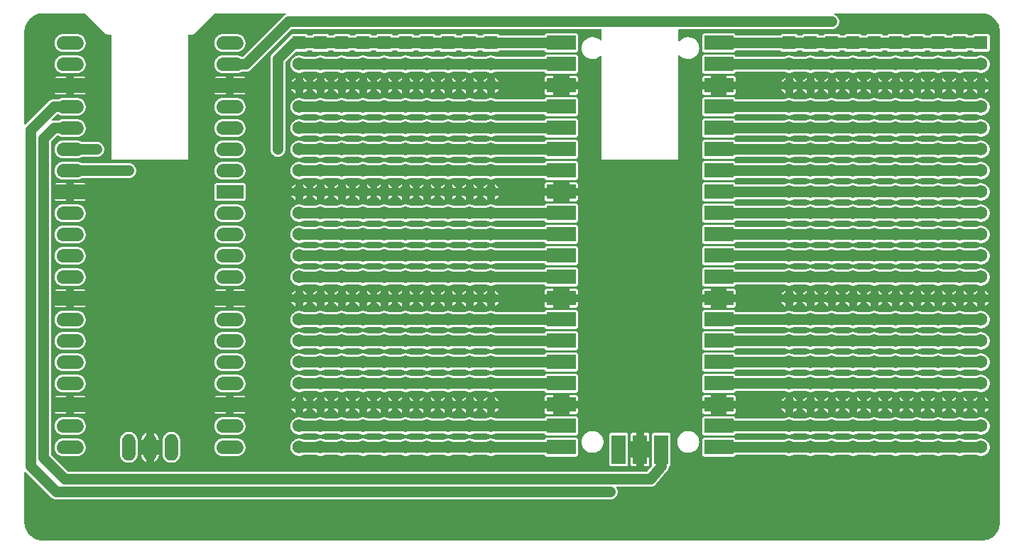
<source format=gtl>
G04 Layer: TopLayer*
G04 EasyEDA v6.5.1, 2022-06-12 07:01:07*
G04 a67cddfb3fce44daa9051d46cbbcc19f,10*
G04 Gerber Generator version 0.2*
G04 Scale: 100 percent, Rotated: No, Reflected: No *
G04 Dimensions in inches *
G04 leading zeros omitted , absolute positions ,3 integer and 6 decimal *
%FSLAX36Y36*%
%MOIN*%

%ADD11C,0.0500*%
%ADD12C,0.0250*%
%ADD14R,0.0669X0.1378*%
%ADD15C,0.0620*%
%ADD16R,0.0620X0.0620*%
%ADD17C,0.0669*%

%LPD*%
G36*
X100300Y10200D02*
G01*
X92000Y10580D01*
X84240Y11600D01*
X76600Y13320D01*
X69120Y15680D01*
X61900Y18700D01*
X54960Y22340D01*
X48360Y26560D01*
X42160Y31340D01*
X36400Y36640D01*
X31120Y42420D01*
X26360Y48640D01*
X22160Y55260D01*
X18560Y62220D01*
X15580Y69460D01*
X13240Y76920D01*
X11560Y84580D01*
X10540Y92340D01*
X10200Y100300D01*
X10200Y330360D01*
X10500Y331900D01*
X11379Y333200D01*
X12660Y334060D01*
X14200Y334360D01*
X15740Y334060D01*
X17020Y333200D01*
X135060Y215159D01*
X136960Y213400D01*
X138900Y211820D01*
X140980Y210380D01*
X143140Y209100D01*
X145380Y207979D01*
X147700Y207020D01*
X150080Y206220D01*
X152520Y205600D01*
X155000Y205159D01*
X157480Y204899D01*
X160080Y204800D01*
X2759860Y204800D01*
X2765000Y205159D01*
X2769920Y206240D01*
X2774620Y208000D01*
X2779020Y210400D01*
X2783039Y213400D01*
X2786600Y216960D01*
X2789600Y220980D01*
X2792000Y225380D01*
X2793759Y230080D01*
X2794840Y235000D01*
X2795179Y240000D01*
X2794840Y245000D01*
X2793759Y249920D01*
X2792000Y254620D01*
X2789680Y258880D01*
X2789200Y260460D01*
X2789400Y262100D01*
X2790240Y263500D01*
X2791580Y264460D01*
X2793200Y264800D01*
X2950560Y264800D01*
X2955680Y265280D01*
X2960560Y266440D01*
X2965240Y268280D01*
X2969600Y270760D01*
X2973560Y273860D01*
X2977140Y277580D01*
X3026940Y337360D01*
X3029960Y341540D01*
X3032280Y346000D01*
X3033960Y350760D01*
X3034840Y354980D01*
X3035020Y357460D01*
X3035419Y358940D01*
X3036360Y360160D01*
X3037880Y361000D01*
X3039800Y362220D01*
X3041420Y363820D01*
X3042640Y365760D01*
X3043380Y367900D01*
X3043660Y370379D01*
X3043660Y507740D01*
X3043380Y510220D01*
X3042640Y512360D01*
X3041420Y514300D01*
X3039800Y515900D01*
X3037880Y517120D01*
X3035720Y517879D01*
X3033240Y518160D01*
X2966760Y518160D01*
X2964280Y517879D01*
X2962120Y517120D01*
X2960200Y515900D01*
X2958580Y514300D01*
X2957360Y512360D01*
X2956620Y510220D01*
X2956340Y507740D01*
X2956340Y370379D01*
X2956620Y367900D01*
X2957100Y366540D01*
X2957320Y365180D01*
X2957080Y363840D01*
X2956400Y362660D01*
X2934720Y336640D01*
X2933340Y335580D01*
X2931640Y335200D01*
X216240Y335200D01*
X214700Y335500D01*
X213400Y336380D01*
X136380Y413400D01*
X135500Y414700D01*
X135200Y416240D01*
X135200Y1883760D01*
X135500Y1885300D01*
X136380Y1886600D01*
X163400Y1913620D01*
X164700Y1914500D01*
X166240Y1914800D01*
X170140Y1914800D01*
X171140Y1914660D01*
X172100Y1914280D01*
X174860Y1912740D01*
X178039Y1911300D01*
X179420Y1910780D01*
X182820Y1909720D01*
X184240Y1909360D01*
X187740Y1908720D01*
X189200Y1908540D01*
X193619Y1908300D01*
X256380Y1908300D01*
X260799Y1908540D01*
X262260Y1908720D01*
X265760Y1909360D01*
X267160Y1909720D01*
X270580Y1910780D01*
X271980Y1911300D01*
X275220Y1912760D01*
X276500Y1913440D01*
X279560Y1915280D01*
X280780Y1916120D01*
X283580Y1918320D01*
X284680Y1919300D01*
X287200Y1921819D01*
X288180Y1922920D01*
X290380Y1925720D01*
X291200Y1926920D01*
X293040Y1929960D01*
X293740Y1931279D01*
X295200Y1934540D01*
X295720Y1935920D01*
X296780Y1939319D01*
X297140Y1940760D01*
X297780Y1944259D01*
X297940Y1945700D01*
X298160Y1949259D01*
X298160Y1950740D01*
X297940Y1954300D01*
X297780Y1955740D01*
X297140Y1959240D01*
X296780Y1960680D01*
X295720Y1964079D01*
X295200Y1965460D01*
X293740Y1968720D01*
X293040Y1970040D01*
X291200Y1973080D01*
X290360Y1974280D01*
X288160Y1977080D01*
X287200Y1978180D01*
X284680Y1980700D01*
X283580Y1981660D01*
X280780Y1983860D01*
X279560Y1984720D01*
X276500Y1986560D01*
X275220Y1987240D01*
X271980Y1988700D01*
X270580Y1989220D01*
X267160Y1990280D01*
X265760Y1990640D01*
X262260Y1991279D01*
X260760Y1991459D01*
X256400Y1991680D01*
X193600Y1991680D01*
X189240Y1991459D01*
X187740Y1991279D01*
X184240Y1990640D01*
X182820Y1990280D01*
X179420Y1989220D01*
X178039Y1988700D01*
X174860Y1987260D01*
X172100Y1985720D01*
X171140Y1985340D01*
X170140Y1985200D01*
X150080Y1985200D01*
X147500Y1985100D01*
X144640Y1984780D01*
X143020Y1984940D01*
X141580Y1985720D01*
X140600Y1987020D01*
X140200Y1988620D01*
X140480Y1990220D01*
X141360Y1991579D01*
X163400Y2013620D01*
X164700Y2014500D01*
X166240Y2014800D01*
X170140Y2014800D01*
X171140Y2014660D01*
X172100Y2014280D01*
X174860Y2012740D01*
X178039Y2011300D01*
X179420Y2010780D01*
X182820Y2009720D01*
X184240Y2009360D01*
X187740Y2008720D01*
X189200Y2008540D01*
X193619Y2008300D01*
X256380Y2008300D01*
X260799Y2008540D01*
X262260Y2008720D01*
X265760Y2009360D01*
X267160Y2009720D01*
X270580Y2010780D01*
X271980Y2011300D01*
X275220Y2012760D01*
X276500Y2013440D01*
X279560Y2015280D01*
X280780Y2016120D01*
X283580Y2018320D01*
X284680Y2019300D01*
X287200Y2021819D01*
X288180Y2022920D01*
X290380Y2025720D01*
X291200Y2026920D01*
X293040Y2029960D01*
X293740Y2031279D01*
X295200Y2034540D01*
X295720Y2035920D01*
X296780Y2039319D01*
X297140Y2040760D01*
X297780Y2044259D01*
X297940Y2045700D01*
X298160Y2049259D01*
X298160Y2050740D01*
X297940Y2054300D01*
X297780Y2055740D01*
X297140Y2059240D01*
X296780Y2060680D01*
X295720Y2064079D01*
X295200Y2065460D01*
X293740Y2068720D01*
X293040Y2070040D01*
X291200Y2073080D01*
X290360Y2074280D01*
X288160Y2077080D01*
X287200Y2078180D01*
X284680Y2080700D01*
X283580Y2081660D01*
X280780Y2083860D01*
X279560Y2084720D01*
X276500Y2086560D01*
X275220Y2087240D01*
X271980Y2088700D01*
X270580Y2089220D01*
X267160Y2090280D01*
X265760Y2090640D01*
X262260Y2091279D01*
X260760Y2091459D01*
X256400Y2091680D01*
X193600Y2091680D01*
X189240Y2091459D01*
X187740Y2091279D01*
X184240Y2090640D01*
X182820Y2090280D01*
X179420Y2089220D01*
X178039Y2088700D01*
X174860Y2087260D01*
X172100Y2085720D01*
X171140Y2085340D01*
X170140Y2085200D01*
X150080Y2085200D01*
X147480Y2085100D01*
X145000Y2084840D01*
X142520Y2084400D01*
X140080Y2083779D01*
X137700Y2082980D01*
X135380Y2082020D01*
X133140Y2080900D01*
X130980Y2079600D01*
X128900Y2078180D01*
X126960Y2076600D01*
X125060Y2074840D01*
X17020Y1966800D01*
X15740Y1965940D01*
X14200Y1965640D01*
X12660Y1965940D01*
X11379Y1966800D01*
X10500Y1968100D01*
X10200Y1969640D01*
X10200Y2399700D01*
X10580Y2408000D01*
X11620Y2415760D01*
X13320Y2423400D01*
X15700Y2430880D01*
X18700Y2438100D01*
X22340Y2445040D01*
X26560Y2451640D01*
X31340Y2457840D01*
X36640Y2463600D01*
X42420Y2468880D01*
X48640Y2473640D01*
X55260Y2477840D01*
X62220Y2481440D01*
X69460Y2484420D01*
X76940Y2486760D01*
X84580Y2488440D01*
X92340Y2489460D01*
X100300Y2489800D01*
X294120Y2489800D01*
X295640Y2489500D01*
X296940Y2488620D01*
X392680Y2392900D01*
X393820Y2391920D01*
X396360Y2390520D01*
X398480Y2389920D01*
X400160Y2389800D01*
X416000Y2389800D01*
X417540Y2389500D01*
X418820Y2388620D01*
X419700Y2387340D01*
X420000Y2385800D01*
X420000Y1800400D01*
X420400Y1800000D01*
X779599Y1800000D01*
X780000Y1800400D01*
X780000Y2385800D01*
X780300Y2387340D01*
X781180Y2388620D01*
X782460Y2389500D01*
X784000Y2389800D01*
X799840Y2389800D01*
X801340Y2389920D01*
X804120Y2390720D01*
X806040Y2391800D01*
X807320Y2392900D01*
X903060Y2488620D01*
X904360Y2489500D01*
X905879Y2489800D01*
X1234060Y2489800D01*
X1235800Y2489400D01*
X1237180Y2488300D01*
X1237960Y2486700D01*
X1237960Y2484920D01*
X1237200Y2483320D01*
X1235820Y2482200D01*
X1233120Y2480880D01*
X1230980Y2479600D01*
X1228900Y2478180D01*
X1226960Y2476600D01*
X1225060Y2474840D01*
X1036600Y2286380D01*
X1035300Y2285500D01*
X1033760Y2285200D01*
X1029860Y2285200D01*
X1028860Y2285340D01*
X1027900Y2285720D01*
X1025140Y2287260D01*
X1021960Y2288700D01*
X1020580Y2289220D01*
X1017180Y2290280D01*
X1015740Y2290640D01*
X1012240Y2291280D01*
X1010800Y2291440D01*
X1006380Y2291680D01*
X943620Y2291680D01*
X939200Y2291440D01*
X937760Y2291280D01*
X934260Y2290640D01*
X932840Y2290280D01*
X929419Y2289220D01*
X928020Y2288700D01*
X924780Y2287240D01*
X923500Y2286560D01*
X920440Y2284720D01*
X919220Y2283860D01*
X916420Y2281660D01*
X915320Y2280700D01*
X912800Y2278180D01*
X911840Y2277080D01*
X909640Y2274280D01*
X908800Y2273080D01*
X906960Y2270040D01*
X906260Y2268720D01*
X904800Y2265460D01*
X904280Y2264080D01*
X903220Y2260680D01*
X902860Y2259240D01*
X902220Y2255720D01*
X901840Y2250740D01*
X901840Y2249260D01*
X902060Y2245700D01*
X902220Y2244260D01*
X902860Y2240760D01*
X903220Y2239320D01*
X904280Y2235920D01*
X904800Y2234540D01*
X906260Y2231280D01*
X906960Y2229960D01*
X908800Y2226920D01*
X909620Y2225720D01*
X911820Y2222920D01*
X912800Y2221820D01*
X915320Y2219300D01*
X916420Y2218320D01*
X919220Y2216120D01*
X920440Y2215280D01*
X923500Y2213440D01*
X924780Y2212760D01*
X928020Y2211300D01*
X929419Y2210780D01*
X932840Y2209720D01*
X934240Y2209360D01*
X937740Y2208720D01*
X939200Y2208540D01*
X943620Y2208300D01*
X1006380Y2208300D01*
X1010800Y2208540D01*
X1012260Y2208720D01*
X1015759Y2209360D01*
X1017180Y2209720D01*
X1020580Y2210780D01*
X1021960Y2211300D01*
X1025140Y2212740D01*
X1027900Y2214280D01*
X1028860Y2214660D01*
X1029860Y2214800D01*
X1049920Y2214800D01*
X1052520Y2214900D01*
X1055000Y2215160D01*
X1057480Y2215600D01*
X1059920Y2216220D01*
X1062300Y2217020D01*
X1064620Y2217980D01*
X1066860Y2219100D01*
X1069020Y2220380D01*
X1071100Y2221820D01*
X1073040Y2223400D01*
X1074940Y2225160D01*
X1263400Y2413620D01*
X1264700Y2414500D01*
X1266240Y2414800D01*
X2716000Y2414800D01*
X2717540Y2414500D01*
X2718820Y2413620D01*
X2719700Y2412340D01*
X2720000Y2410800D01*
X2720000Y2365000D01*
X2719700Y2363460D01*
X2718820Y2362160D01*
X2717500Y2361300D01*
X2715960Y2361000D01*
X2714420Y2361320D01*
X2713140Y2362220D01*
X2711960Y2363420D01*
X2707220Y2367260D01*
X2702060Y2370520D01*
X2696540Y2373160D01*
X2690760Y2375100D01*
X2684780Y2376360D01*
X2678700Y2376900D01*
X2672600Y2376720D01*
X2666560Y2375820D01*
X2660680Y2374220D01*
X2655020Y2371920D01*
X2649680Y2368980D01*
X2644720Y2365420D01*
X2640200Y2361300D01*
X2636220Y2356660D01*
X2632799Y2351600D01*
X2630020Y2346180D01*
X2627900Y2340460D01*
X2626460Y2334520D01*
X2625740Y2328460D01*
X2625740Y2322340D01*
X2626460Y2316280D01*
X2627900Y2310340D01*
X2630020Y2304620D01*
X2632799Y2299200D01*
X2636220Y2294140D01*
X2640200Y2289500D01*
X2644720Y2285380D01*
X2649680Y2281820D01*
X2655020Y2278880D01*
X2660680Y2276580D01*
X2666560Y2274980D01*
X2672600Y2274080D01*
X2678700Y2273900D01*
X2684780Y2274440D01*
X2690760Y2275700D01*
X2696540Y2277640D01*
X2702060Y2280280D01*
X2707220Y2283540D01*
X2711960Y2287380D01*
X2713140Y2288580D01*
X2714420Y2289460D01*
X2715960Y2289800D01*
X2717500Y2289500D01*
X2718820Y2288640D01*
X2719700Y2287340D01*
X2720000Y2285800D01*
X2720000Y1800400D01*
X2720400Y1800000D01*
X3079600Y1800000D01*
X3080000Y1800400D01*
X3080000Y2289200D01*
X3080320Y2290780D01*
X3081240Y2292100D01*
X3082600Y2292960D01*
X3084200Y2293200D01*
X3085760Y2292800D01*
X3087040Y2291820D01*
X3089020Y2289500D01*
X3093540Y2285380D01*
X3098500Y2281820D01*
X3103840Y2278880D01*
X3109500Y2276580D01*
X3115380Y2274980D01*
X3121420Y2274080D01*
X3127520Y2273900D01*
X3133600Y2274440D01*
X3139580Y2275700D01*
X3145360Y2277640D01*
X3150880Y2280280D01*
X3156040Y2283540D01*
X3160779Y2287380D01*
X3165040Y2291760D01*
X3168740Y2296620D01*
X3171840Y2301860D01*
X3174300Y2307460D01*
X3176100Y2313300D01*
X3177180Y2319300D01*
X3177540Y2325400D01*
X3177180Y2331500D01*
X3176100Y2337500D01*
X3174300Y2343340D01*
X3171840Y2348940D01*
X3168740Y2354180D01*
X3165040Y2359040D01*
X3160779Y2363420D01*
X3156040Y2367260D01*
X3150880Y2370520D01*
X3145360Y2373160D01*
X3139580Y2375100D01*
X3133600Y2376360D01*
X3127520Y2376900D01*
X3121420Y2376720D01*
X3115380Y2375820D01*
X3109500Y2374220D01*
X3103840Y2371920D01*
X3098500Y2368980D01*
X3093540Y2365420D01*
X3089020Y2361300D01*
X3087040Y2358980D01*
X3085760Y2358000D01*
X3084200Y2357600D01*
X3082600Y2357840D01*
X3081240Y2358700D01*
X3080320Y2360020D01*
X3080000Y2361600D01*
X3080000Y2410800D01*
X3080299Y2412340D01*
X3081180Y2413620D01*
X3082460Y2414500D01*
X3084000Y2414800D01*
X3799860Y2414800D01*
X3805000Y2415160D01*
X3809920Y2416240D01*
X3814620Y2418000D01*
X3819020Y2420400D01*
X3823039Y2423400D01*
X3826600Y2426960D01*
X3829600Y2430980D01*
X3832000Y2435380D01*
X3833759Y2440080D01*
X3834840Y2445000D01*
X3835179Y2450000D01*
X3834840Y2455000D01*
X3833759Y2459920D01*
X3832000Y2464620D01*
X3829600Y2469020D01*
X3826600Y2473040D01*
X3823039Y2476600D01*
X3819020Y2479600D01*
X3814500Y2482060D01*
X3813159Y2482880D01*
X3812240Y2484180D01*
X3811900Y2485720D01*
X3812180Y2487280D01*
X3813039Y2488600D01*
X3814360Y2489480D01*
X3815899Y2489800D01*
X4499700Y2489800D01*
X4508000Y2489420D01*
X4515760Y2488380D01*
X4523400Y2486680D01*
X4530880Y2484300D01*
X4538100Y2481300D01*
X4545040Y2477660D01*
X4551640Y2473440D01*
X4557840Y2468660D01*
X4563600Y2463360D01*
X4568900Y2457580D01*
X4573640Y2451360D01*
X4577840Y2444740D01*
X4581440Y2437780D01*
X4584420Y2430540D01*
X4586760Y2423060D01*
X4588440Y2415420D01*
X4589460Y2407660D01*
X4589800Y2399700D01*
X4589800Y100300D01*
X4589420Y92000D01*
X4588380Y84240D01*
X4586680Y76600D01*
X4584300Y69120D01*
X4581300Y61900D01*
X4577660Y54960D01*
X4573440Y48360D01*
X4568660Y42160D01*
X4563360Y36380D01*
X4557580Y31100D01*
X4551360Y26360D01*
X4544740Y22160D01*
X4537780Y18560D01*
X4530540Y15560D01*
X4523060Y13220D01*
X4515420Y11540D01*
X4507660Y10540D01*
X4499700Y10200D01*
G37*

%LPC*%
G36*
X193560Y2308300D02*
G01*
X256380Y2308300D01*
X260799Y2308540D01*
X262260Y2308720D01*
X265760Y2309360D01*
X267160Y2309720D01*
X270580Y2310780D01*
X271980Y2311300D01*
X275220Y2312760D01*
X276500Y2313440D01*
X279560Y2315280D01*
X280780Y2316120D01*
X283580Y2318320D01*
X284680Y2319300D01*
X287200Y2321820D01*
X288180Y2322920D01*
X290380Y2325720D01*
X291200Y2326920D01*
X293040Y2329960D01*
X293740Y2331280D01*
X295200Y2334540D01*
X295720Y2335920D01*
X296780Y2339320D01*
X297140Y2340760D01*
X297780Y2344260D01*
X297940Y2345700D01*
X298160Y2349260D01*
X298160Y2350740D01*
X297780Y2355720D01*
X297140Y2359240D01*
X296780Y2360680D01*
X295720Y2364080D01*
X295200Y2365460D01*
X293740Y2368720D01*
X293040Y2370040D01*
X291200Y2373080D01*
X290360Y2374280D01*
X288160Y2377080D01*
X287200Y2378180D01*
X284680Y2380700D01*
X283580Y2381660D01*
X280780Y2383860D01*
X279560Y2384720D01*
X276500Y2386560D01*
X275220Y2387240D01*
X271980Y2388700D01*
X270580Y2389220D01*
X267160Y2390280D01*
X265740Y2390640D01*
X262240Y2391280D01*
X260799Y2391440D01*
X256380Y2391680D01*
X193619Y2391680D01*
X189200Y2391440D01*
X187760Y2391280D01*
X184259Y2390640D01*
X182820Y2390280D01*
X179420Y2389220D01*
X178039Y2388700D01*
X174800Y2387240D01*
X173500Y2386560D01*
X170440Y2384720D01*
X169220Y2383860D01*
X166420Y2381660D01*
X165320Y2380700D01*
X162800Y2378180D01*
X161840Y2377080D01*
X159640Y2374280D01*
X158780Y2373060D01*
X156940Y2370020D01*
X156260Y2368720D01*
X154800Y2365460D01*
X154300Y2364120D01*
X153220Y2360720D01*
X152860Y2359240D01*
X152220Y2355720D01*
X151840Y2350740D01*
X151840Y2349260D01*
X152060Y2345700D01*
X152220Y2344260D01*
X152860Y2340760D01*
X153220Y2339280D01*
X154300Y2335880D01*
X154800Y2334540D01*
X156260Y2331280D01*
X156940Y2329980D01*
X158780Y2326940D01*
X159620Y2325720D01*
X161820Y2322920D01*
X162800Y2321820D01*
X165320Y2319300D01*
X166420Y2318320D01*
X169220Y2316120D01*
X170440Y2315280D01*
X173500Y2313440D01*
X174800Y2312760D01*
X178039Y2311300D01*
X179420Y2310780D01*
X182820Y2309720D01*
X184240Y2309360D01*
X187740Y2308720D01*
X189220Y2308540D01*
G37*
G36*
X2919240Y359960D02*
G01*
X2933240Y359960D01*
X2935720Y360240D01*
X2937880Y361000D01*
X2939800Y362220D01*
X2941420Y363820D01*
X2942640Y365760D01*
X2943380Y367900D01*
X2943660Y370379D01*
X2943660Y402120D01*
X2919240Y402120D01*
G37*
G36*
X2766760Y359960D02*
G01*
X2833240Y359960D01*
X2835720Y360240D01*
X2837880Y361000D01*
X2839800Y362220D01*
X2841420Y363820D01*
X2842640Y365760D01*
X2843380Y367900D01*
X2843660Y370379D01*
X2843660Y507740D01*
X2843380Y510220D01*
X2842640Y512360D01*
X2841420Y514300D01*
X2839800Y515900D01*
X2837880Y517120D01*
X2835720Y517879D01*
X2833240Y518160D01*
X2766760Y518160D01*
X2764280Y517879D01*
X2762120Y517120D01*
X2760200Y515900D01*
X2758580Y514300D01*
X2757360Y512360D01*
X2756620Y510220D01*
X2756340Y507740D01*
X2756340Y370379D01*
X2756620Y367900D01*
X2757360Y365760D01*
X2758580Y363820D01*
X2760200Y362220D01*
X2762120Y361000D01*
X2764280Y360240D01*
G37*
G36*
X699260Y376840D02*
G01*
X700740Y376840D01*
X704300Y377060D01*
X705780Y377239D01*
X709280Y377879D01*
X710680Y378220D01*
X714080Y379280D01*
X715460Y379799D01*
X718720Y381260D01*
X720040Y381960D01*
X723080Y383800D01*
X724260Y384620D01*
X727060Y386820D01*
X728199Y387819D01*
X730720Y390340D01*
X731660Y391400D01*
X733860Y394219D01*
X734720Y395439D01*
X736560Y398500D01*
X737240Y399799D01*
X738700Y403040D01*
X739220Y404420D01*
X740280Y407819D01*
X740639Y409240D01*
X741280Y412740D01*
X741460Y414200D01*
X741700Y418620D01*
X741700Y481380D01*
X741460Y485800D01*
X741280Y487260D01*
X740639Y490760D01*
X740280Y492180D01*
X739220Y495580D01*
X738700Y496980D01*
X737240Y500220D01*
X736560Y501500D01*
X734720Y504560D01*
X733860Y505780D01*
X731660Y508600D01*
X730720Y509660D01*
X728199Y512180D01*
X727080Y513180D01*
X724280Y515379D01*
X723080Y516200D01*
X720040Y518040D01*
X718720Y518740D01*
X715460Y520200D01*
X714080Y520720D01*
X710680Y521780D01*
X709240Y522140D01*
X705740Y522780D01*
X704300Y522939D01*
X700740Y523160D01*
X699260Y523160D01*
X695699Y522939D01*
X694260Y522780D01*
X690759Y522140D01*
X689320Y521780D01*
X685920Y520720D01*
X684539Y520200D01*
X681280Y518740D01*
X679960Y518040D01*
X676919Y516200D01*
X675720Y515379D01*
X672920Y513180D01*
X671820Y512200D01*
X669300Y509680D01*
X668319Y508579D01*
X666120Y505780D01*
X665280Y504560D01*
X663439Y501500D01*
X662760Y500220D01*
X661300Y496980D01*
X660780Y495580D01*
X659720Y492180D01*
X659360Y490760D01*
X658720Y487260D01*
X658540Y485800D01*
X658300Y481380D01*
X658300Y418620D01*
X658540Y414200D01*
X658720Y412740D01*
X659360Y409240D01*
X659720Y407819D01*
X660780Y404420D01*
X661300Y403040D01*
X662760Y399799D01*
X663439Y398500D01*
X665280Y395439D01*
X666120Y394219D01*
X668319Y391420D01*
X669300Y390319D01*
X671820Y387800D01*
X672940Y386820D01*
X675740Y384620D01*
X676919Y383800D01*
X679960Y381960D01*
X681280Y381260D01*
X684539Y379799D01*
X685920Y379280D01*
X689320Y378220D01*
X690720Y377879D01*
X694220Y377239D01*
X695699Y377060D01*
G37*
G36*
X499260Y376840D02*
G01*
X500740Y376840D01*
X504300Y377060D01*
X505780Y377239D01*
X509280Y377879D01*
X510680Y378220D01*
X514080Y379280D01*
X515460Y379799D01*
X518720Y381260D01*
X520040Y381960D01*
X523080Y383800D01*
X524260Y384620D01*
X527060Y386820D01*
X528180Y387800D01*
X530700Y390319D01*
X531680Y391420D01*
X533880Y394219D01*
X534720Y395439D01*
X536560Y398500D01*
X537240Y399799D01*
X538700Y403040D01*
X539220Y404420D01*
X540280Y407819D01*
X540640Y409240D01*
X541280Y412740D01*
X541460Y414200D01*
X541700Y418620D01*
X541700Y481380D01*
X541460Y485800D01*
X541280Y487260D01*
X540640Y490760D01*
X540280Y492180D01*
X539220Y495580D01*
X538700Y496980D01*
X537240Y500220D01*
X536560Y501500D01*
X534720Y504560D01*
X533880Y505780D01*
X531680Y508579D01*
X530700Y509680D01*
X528180Y512200D01*
X527080Y513180D01*
X524280Y515379D01*
X523080Y516200D01*
X520040Y518040D01*
X518720Y518740D01*
X515460Y520200D01*
X514080Y520720D01*
X510680Y521780D01*
X509240Y522140D01*
X505740Y522780D01*
X504300Y522939D01*
X500740Y523160D01*
X499260Y523160D01*
X495700Y522939D01*
X494260Y522780D01*
X490760Y522140D01*
X489320Y521780D01*
X485920Y520720D01*
X484540Y520200D01*
X481280Y518740D01*
X479960Y518040D01*
X476920Y516200D01*
X475720Y515379D01*
X472920Y513180D01*
X471800Y512180D01*
X469280Y509660D01*
X468340Y508600D01*
X466140Y505780D01*
X465280Y504560D01*
X463440Y501500D01*
X462760Y500220D01*
X461300Y496980D01*
X460780Y495580D01*
X459720Y492180D01*
X459360Y490760D01*
X458720Y487260D01*
X458540Y485800D01*
X458300Y481380D01*
X458300Y418620D01*
X458540Y414200D01*
X458720Y412740D01*
X459360Y409240D01*
X459720Y407819D01*
X460780Y404420D01*
X461300Y403040D01*
X462760Y399799D01*
X463440Y398500D01*
X465280Y395439D01*
X466140Y394219D01*
X468340Y391400D01*
X469280Y390340D01*
X471800Y387819D01*
X472939Y386820D01*
X475740Y384620D01*
X476920Y383800D01*
X479960Y381960D01*
X481280Y381260D01*
X484540Y379799D01*
X485920Y379280D01*
X489320Y378220D01*
X490720Y377879D01*
X494219Y377239D01*
X495700Y377060D01*
G37*
G36*
X618260Y381060D02*
G01*
X620040Y381960D01*
X623080Y383800D01*
X624260Y384620D01*
X627060Y386820D01*
X628180Y387800D01*
X630700Y390319D01*
X631680Y391420D01*
X633880Y394219D01*
X634720Y395439D01*
X636560Y398500D01*
X637240Y399799D01*
X638700Y403040D01*
X639220Y404420D01*
X640280Y407819D01*
X640639Y409240D01*
X641280Y412740D01*
X641560Y416000D01*
X618260Y416000D01*
G37*
G36*
X581760Y381060D02*
G01*
X581760Y416000D01*
X558440Y416000D01*
X558720Y412740D01*
X559360Y409240D01*
X559720Y407819D01*
X560780Y404420D01*
X561300Y403040D01*
X562760Y399799D01*
X563440Y398500D01*
X565280Y395439D01*
X566120Y394219D01*
X568320Y391420D01*
X569300Y390319D01*
X571820Y387800D01*
X572940Y386820D01*
X575740Y384620D01*
X576920Y383800D01*
X579960Y381960D01*
G37*
G36*
X3201320Y406340D02*
G01*
X3338680Y406340D01*
X3341160Y406620D01*
X3343300Y407360D01*
X3345240Y408579D01*
X3346840Y410200D01*
X3348900Y413519D01*
X3350240Y414460D01*
X3351840Y414799D01*
X3577520Y414799D01*
X3579280Y414380D01*
X3584240Y411940D01*
X3589340Y410220D01*
X3594620Y409159D01*
X3600000Y408800D01*
X3605380Y409159D01*
X3610659Y410220D01*
X3615760Y411940D01*
X3620720Y414380D01*
X3622480Y414799D01*
X3677520Y414799D01*
X3679280Y414380D01*
X3684240Y411940D01*
X3689340Y410220D01*
X3694620Y409159D01*
X3700000Y408800D01*
X3705380Y409159D01*
X3710659Y410220D01*
X3715760Y411940D01*
X3720720Y414380D01*
X3722480Y414799D01*
X3777520Y414799D01*
X3779280Y414380D01*
X3784240Y411940D01*
X3789340Y410220D01*
X3794620Y409159D01*
X3800000Y408800D01*
X3805380Y409159D01*
X3810659Y410220D01*
X3815760Y411940D01*
X3820720Y414380D01*
X3822480Y414799D01*
X3877520Y414799D01*
X3879280Y414380D01*
X3884240Y411940D01*
X3889340Y410220D01*
X3894620Y409159D01*
X3900000Y408800D01*
X3905380Y409159D01*
X3910659Y410220D01*
X3915760Y411940D01*
X3920720Y414380D01*
X3922480Y414799D01*
X3977520Y414799D01*
X3979280Y414380D01*
X3984240Y411940D01*
X3989340Y410220D01*
X3994620Y409159D01*
X4000000Y408800D01*
X4005380Y409159D01*
X4010659Y410220D01*
X4015760Y411940D01*
X4020720Y414380D01*
X4022480Y414799D01*
X4077520Y414799D01*
X4079280Y414380D01*
X4084240Y411940D01*
X4089340Y410220D01*
X4094620Y409159D01*
X4100000Y408800D01*
X4105380Y409159D01*
X4110659Y410220D01*
X4115760Y411940D01*
X4120720Y414380D01*
X4122480Y414799D01*
X4177520Y414799D01*
X4179280Y414380D01*
X4184240Y411940D01*
X4189340Y410220D01*
X4194620Y409159D01*
X4200000Y408800D01*
X4205380Y409159D01*
X4210660Y410220D01*
X4215760Y411940D01*
X4220720Y414380D01*
X4222480Y414799D01*
X4277520Y414799D01*
X4279280Y414380D01*
X4284240Y411940D01*
X4289340Y410220D01*
X4294620Y409159D01*
X4300000Y408800D01*
X4305380Y409159D01*
X4310660Y410220D01*
X4315760Y411940D01*
X4320720Y414380D01*
X4322480Y414799D01*
X4377520Y414799D01*
X4379280Y414380D01*
X4384240Y411940D01*
X4389340Y410220D01*
X4394620Y409159D01*
X4400000Y408800D01*
X4405380Y409159D01*
X4410660Y410220D01*
X4415760Y411940D01*
X4420720Y414380D01*
X4422480Y414799D01*
X4477520Y414799D01*
X4479280Y414380D01*
X4484240Y411940D01*
X4489340Y410220D01*
X4494620Y409159D01*
X4500000Y408800D01*
X4505380Y409159D01*
X4510660Y410220D01*
X4515760Y411940D01*
X4520600Y414320D01*
X4525080Y417320D01*
X4529120Y420880D01*
X4532680Y424920D01*
X4535680Y429400D01*
X4538060Y434240D01*
X4539780Y439340D01*
X4540840Y444620D01*
X4541200Y450000D01*
X4540840Y455379D01*
X4539780Y460660D01*
X4538060Y465760D01*
X4535680Y470600D01*
X4532680Y475080D01*
X4529120Y479120D01*
X4525080Y482680D01*
X4520600Y485680D01*
X4515760Y488060D01*
X4510660Y489780D01*
X4505380Y490840D01*
X4500000Y491200D01*
X4494620Y490840D01*
X4489340Y489780D01*
X4484240Y488060D01*
X4479280Y485620D01*
X4477520Y485200D01*
X4422480Y485200D01*
X4420720Y485620D01*
X4415760Y488060D01*
X4410660Y489780D01*
X4405380Y490840D01*
X4400000Y491200D01*
X4394620Y490840D01*
X4389340Y489780D01*
X4384240Y488060D01*
X4379280Y485620D01*
X4377520Y485200D01*
X4322480Y485200D01*
X4320720Y485620D01*
X4315760Y488060D01*
X4310660Y489780D01*
X4305380Y490840D01*
X4300000Y491200D01*
X4294620Y490840D01*
X4289340Y489780D01*
X4284240Y488060D01*
X4279280Y485620D01*
X4277520Y485200D01*
X4222480Y485200D01*
X4220720Y485620D01*
X4215760Y488060D01*
X4210660Y489780D01*
X4205380Y490840D01*
X4200000Y491200D01*
X4194620Y490840D01*
X4189340Y489780D01*
X4184240Y488060D01*
X4179280Y485620D01*
X4177520Y485200D01*
X4122480Y485200D01*
X4120720Y485620D01*
X4115760Y488060D01*
X4110659Y489780D01*
X4105380Y490840D01*
X4100000Y491200D01*
X4094620Y490840D01*
X4089340Y489780D01*
X4084240Y488060D01*
X4079280Y485620D01*
X4077520Y485200D01*
X4022480Y485200D01*
X4020720Y485620D01*
X4015760Y488060D01*
X4010659Y489780D01*
X4005380Y490840D01*
X4000000Y491200D01*
X3994620Y490840D01*
X3989340Y489780D01*
X3984240Y488060D01*
X3979280Y485620D01*
X3977520Y485200D01*
X3922480Y485200D01*
X3920720Y485620D01*
X3915760Y488060D01*
X3910659Y489780D01*
X3905380Y490840D01*
X3900000Y491200D01*
X3894620Y490840D01*
X3889340Y489780D01*
X3884240Y488060D01*
X3879280Y485620D01*
X3877520Y485200D01*
X3822480Y485200D01*
X3820720Y485620D01*
X3815760Y488060D01*
X3810659Y489780D01*
X3805380Y490840D01*
X3800000Y491200D01*
X3794620Y490840D01*
X3789340Y489780D01*
X3784240Y488060D01*
X3779280Y485620D01*
X3777520Y485200D01*
X3722480Y485200D01*
X3720720Y485620D01*
X3715760Y488060D01*
X3710659Y489780D01*
X3705380Y490840D01*
X3700000Y491200D01*
X3694620Y490840D01*
X3689340Y489780D01*
X3684240Y488060D01*
X3679280Y485620D01*
X3677520Y485200D01*
X3622480Y485200D01*
X3620720Y485620D01*
X3615760Y488060D01*
X3610659Y489780D01*
X3605380Y490840D01*
X3600000Y491200D01*
X3594620Y490840D01*
X3589340Y489780D01*
X3584240Y488060D01*
X3579280Y485620D01*
X3577520Y485200D01*
X3351840Y485200D01*
X3350240Y485540D01*
X3348900Y486480D01*
X3346840Y489799D01*
X3345240Y491420D01*
X3343300Y492640D01*
X3341160Y493380D01*
X3338680Y493660D01*
X3201320Y493660D01*
X3198840Y493380D01*
X3196700Y492640D01*
X3194760Y491420D01*
X3193159Y489799D01*
X3191940Y487879D01*
X3191180Y485720D01*
X3190899Y483240D01*
X3190899Y416760D01*
X3191180Y414280D01*
X3191940Y412120D01*
X3193159Y410200D01*
X3194760Y408579D01*
X3196700Y407360D01*
X3198840Y406620D01*
G37*
G36*
X2461320Y406340D02*
G01*
X2598680Y406340D01*
X2601160Y406620D01*
X2603300Y407360D01*
X2605240Y408579D01*
X2606840Y410200D01*
X2608060Y412120D01*
X2608820Y414280D01*
X2609100Y416760D01*
X2609100Y483240D01*
X2608820Y485720D01*
X2608060Y487879D01*
X2606840Y489799D01*
X2605240Y491420D01*
X2603300Y492640D01*
X2601160Y493380D01*
X2598680Y493660D01*
X2461320Y493660D01*
X2458840Y493380D01*
X2456700Y492640D01*
X2454760Y491420D01*
X2453160Y489799D01*
X2451100Y486480D01*
X2449760Y485540D01*
X2448160Y485200D01*
X2222480Y485200D01*
X2220720Y485620D01*
X2215760Y488060D01*
X2210660Y489780D01*
X2205380Y490840D01*
X2200000Y491200D01*
X2194620Y490840D01*
X2189340Y489780D01*
X2184240Y488060D01*
X2179280Y485620D01*
X2177520Y485200D01*
X2122480Y485200D01*
X2120720Y485620D01*
X2115760Y488060D01*
X2110660Y489780D01*
X2105380Y490840D01*
X2100000Y491200D01*
X2094620Y490840D01*
X2089340Y489780D01*
X2084240Y488060D01*
X2079280Y485620D01*
X2077520Y485200D01*
X2022480Y485200D01*
X2020720Y485620D01*
X2015760Y488060D01*
X2010660Y489780D01*
X2005380Y490840D01*
X2000000Y491200D01*
X1994620Y490840D01*
X1989340Y489780D01*
X1984240Y488060D01*
X1979280Y485620D01*
X1977520Y485200D01*
X1922480Y485200D01*
X1920720Y485620D01*
X1915760Y488060D01*
X1910660Y489780D01*
X1905380Y490840D01*
X1900000Y491200D01*
X1894620Y490840D01*
X1889340Y489780D01*
X1884240Y488060D01*
X1879280Y485620D01*
X1877520Y485200D01*
X1822480Y485200D01*
X1820720Y485620D01*
X1815760Y488060D01*
X1810660Y489780D01*
X1805380Y490840D01*
X1800000Y491200D01*
X1794620Y490840D01*
X1789340Y489780D01*
X1784240Y488060D01*
X1779280Y485620D01*
X1777520Y485200D01*
X1722480Y485200D01*
X1720720Y485620D01*
X1715760Y488060D01*
X1710660Y489780D01*
X1705380Y490840D01*
X1700000Y491200D01*
X1694620Y490840D01*
X1689340Y489780D01*
X1684240Y488060D01*
X1679280Y485620D01*
X1677520Y485200D01*
X1622480Y485200D01*
X1620720Y485620D01*
X1615760Y488060D01*
X1610660Y489780D01*
X1605380Y490840D01*
X1600000Y491200D01*
X1594620Y490840D01*
X1589340Y489780D01*
X1584240Y488060D01*
X1579280Y485620D01*
X1577520Y485200D01*
X1522480Y485200D01*
X1520720Y485620D01*
X1515760Y488060D01*
X1510660Y489780D01*
X1505380Y490840D01*
X1500000Y491200D01*
X1494620Y490840D01*
X1489340Y489780D01*
X1484240Y488060D01*
X1479280Y485620D01*
X1477520Y485200D01*
X1422480Y485200D01*
X1420720Y485620D01*
X1415760Y488060D01*
X1410660Y489780D01*
X1405380Y490840D01*
X1400000Y491200D01*
X1394620Y490840D01*
X1389340Y489780D01*
X1384240Y488060D01*
X1379280Y485620D01*
X1377520Y485200D01*
X1322480Y485200D01*
X1320720Y485620D01*
X1315760Y488060D01*
X1310660Y489780D01*
X1305380Y490840D01*
X1300000Y491200D01*
X1294620Y490840D01*
X1289340Y489780D01*
X1284240Y488060D01*
X1279400Y485680D01*
X1274920Y482680D01*
X1270880Y479120D01*
X1267320Y475080D01*
X1264320Y470600D01*
X1261940Y465760D01*
X1260220Y460660D01*
X1259160Y455379D01*
X1258800Y450000D01*
X1259160Y444620D01*
X1260220Y439340D01*
X1261940Y434240D01*
X1264320Y429400D01*
X1267320Y424920D01*
X1270880Y420880D01*
X1274920Y417320D01*
X1279400Y414320D01*
X1284240Y411940D01*
X1289340Y410220D01*
X1294620Y409159D01*
X1300000Y408800D01*
X1305380Y409159D01*
X1310660Y410220D01*
X1315760Y411940D01*
X1320720Y414380D01*
X1322480Y414799D01*
X1377520Y414799D01*
X1379280Y414380D01*
X1384240Y411940D01*
X1389340Y410220D01*
X1394620Y409159D01*
X1400000Y408800D01*
X1405380Y409159D01*
X1410660Y410220D01*
X1415760Y411940D01*
X1420720Y414380D01*
X1422480Y414799D01*
X1477520Y414799D01*
X1479280Y414380D01*
X1484240Y411940D01*
X1489340Y410220D01*
X1494620Y409159D01*
X1500000Y408800D01*
X1505380Y409159D01*
X1510660Y410220D01*
X1515760Y411940D01*
X1520720Y414380D01*
X1522480Y414799D01*
X1577520Y414799D01*
X1579280Y414380D01*
X1584240Y411940D01*
X1589340Y410220D01*
X1594620Y409159D01*
X1600000Y408800D01*
X1605380Y409159D01*
X1610660Y410220D01*
X1615760Y411940D01*
X1620720Y414380D01*
X1622480Y414799D01*
X1677520Y414799D01*
X1679280Y414380D01*
X1684240Y411940D01*
X1689340Y410220D01*
X1694620Y409159D01*
X1700000Y408800D01*
X1705380Y409159D01*
X1710660Y410220D01*
X1715760Y411940D01*
X1720720Y414380D01*
X1722480Y414799D01*
X1777520Y414799D01*
X1779280Y414380D01*
X1784240Y411940D01*
X1789340Y410220D01*
X1794620Y409159D01*
X1800000Y408800D01*
X1805380Y409159D01*
X1810660Y410220D01*
X1815760Y411940D01*
X1820720Y414380D01*
X1822480Y414799D01*
X1877520Y414799D01*
X1879280Y414380D01*
X1884240Y411940D01*
X1889340Y410220D01*
X1894620Y409159D01*
X1900000Y408800D01*
X1905380Y409159D01*
X1910660Y410220D01*
X1915760Y411940D01*
X1920720Y414380D01*
X1922480Y414799D01*
X1977520Y414799D01*
X1979280Y414380D01*
X1984240Y411940D01*
X1989340Y410220D01*
X1994620Y409159D01*
X2000000Y408800D01*
X2005380Y409159D01*
X2010660Y410220D01*
X2015760Y411940D01*
X2020720Y414380D01*
X2022480Y414799D01*
X2077520Y414799D01*
X2079280Y414380D01*
X2084240Y411940D01*
X2089340Y410220D01*
X2094620Y409159D01*
X2100000Y408800D01*
X2105380Y409159D01*
X2110660Y410220D01*
X2115760Y411940D01*
X2120720Y414380D01*
X2122480Y414799D01*
X2177520Y414799D01*
X2179280Y414380D01*
X2184240Y411940D01*
X2189340Y410220D01*
X2194620Y409159D01*
X2200000Y408800D01*
X2205380Y409159D01*
X2210660Y410220D01*
X2215760Y411940D01*
X2220720Y414380D01*
X2222480Y414799D01*
X2448160Y414799D01*
X2449760Y414460D01*
X2451100Y413519D01*
X2453160Y410200D01*
X2454760Y408579D01*
X2456700Y407360D01*
X2458840Y406620D01*
G37*
G36*
X943560Y408300D02*
G01*
X1006380Y408300D01*
X1010800Y408560D01*
X1012240Y408720D01*
X1015740Y409360D01*
X1017180Y409720D01*
X1020580Y410780D01*
X1021960Y411300D01*
X1025200Y412760D01*
X1026500Y413440D01*
X1029560Y415280D01*
X1030780Y416140D01*
X1033580Y418340D01*
X1034680Y419300D01*
X1037200Y421820D01*
X1040360Y425700D01*
X1041220Y426940D01*
X1043060Y429980D01*
X1043740Y431280D01*
X1045200Y434540D01*
X1045699Y435880D01*
X1046780Y439280D01*
X1047140Y440760D01*
X1047780Y444280D01*
X1048160Y449260D01*
X1048160Y450740D01*
X1047940Y454300D01*
X1047780Y455740D01*
X1047140Y459240D01*
X1046780Y460720D01*
X1045699Y464120D01*
X1045200Y465460D01*
X1043740Y468720D01*
X1043060Y470020D01*
X1041220Y473060D01*
X1040380Y474280D01*
X1038180Y477080D01*
X1037200Y478180D01*
X1034680Y480700D01*
X1033580Y481680D01*
X1030780Y483880D01*
X1029560Y484720D01*
X1026500Y486560D01*
X1025200Y487239D01*
X1021960Y488700D01*
X1020580Y489219D01*
X1017180Y490280D01*
X1015759Y490640D01*
X1012260Y491280D01*
X1010800Y491460D01*
X1006380Y491700D01*
X943620Y491700D01*
X939200Y491460D01*
X937740Y491280D01*
X934240Y490640D01*
X932840Y490280D01*
X929419Y489219D01*
X928020Y488700D01*
X924780Y487239D01*
X923500Y486560D01*
X920440Y484720D01*
X919220Y483880D01*
X916420Y481680D01*
X915320Y480700D01*
X912800Y478180D01*
X911820Y477080D01*
X909620Y474280D01*
X908800Y473080D01*
X906960Y470040D01*
X906260Y468720D01*
X904800Y465460D01*
X904280Y464080D01*
X903220Y460680D01*
X902860Y459240D01*
X902220Y455740D01*
X902060Y454300D01*
X901840Y450740D01*
X901840Y449260D01*
X902220Y444280D01*
X902860Y440760D01*
X903220Y439320D01*
X904280Y435920D01*
X904800Y434540D01*
X906260Y431280D01*
X906960Y429960D01*
X908800Y426920D01*
X909640Y425720D01*
X911840Y422920D01*
X912800Y421820D01*
X915320Y419300D01*
X916420Y418340D01*
X919220Y416140D01*
X920440Y415280D01*
X923500Y413440D01*
X924780Y412760D01*
X928020Y411300D01*
X929419Y410780D01*
X932840Y409720D01*
X934260Y409360D01*
X937760Y408720D01*
X939220Y408560D01*
G37*
G36*
X193560Y408300D02*
G01*
X256380Y408300D01*
X260799Y408560D01*
X262240Y408720D01*
X265740Y409360D01*
X267160Y409720D01*
X270580Y410780D01*
X271980Y411300D01*
X275220Y412760D01*
X276500Y413440D01*
X279560Y415280D01*
X280780Y416140D01*
X283580Y418340D01*
X284680Y419300D01*
X287200Y421820D01*
X288160Y422920D01*
X290360Y425720D01*
X291200Y426920D01*
X293040Y429960D01*
X293740Y431280D01*
X295200Y434540D01*
X295720Y435920D01*
X296780Y439320D01*
X297140Y440760D01*
X297780Y444280D01*
X298160Y449260D01*
X298160Y450740D01*
X297940Y454300D01*
X297780Y455740D01*
X297140Y459240D01*
X296780Y460680D01*
X295720Y464080D01*
X295200Y465460D01*
X293740Y468720D01*
X293040Y470040D01*
X291200Y473080D01*
X290380Y474280D01*
X288180Y477080D01*
X287200Y478180D01*
X284680Y480700D01*
X283580Y481680D01*
X280780Y483880D01*
X279560Y484720D01*
X276500Y486560D01*
X275220Y487239D01*
X271980Y488700D01*
X270580Y489219D01*
X267160Y490280D01*
X265760Y490640D01*
X262260Y491280D01*
X260799Y491460D01*
X256380Y491700D01*
X193619Y491700D01*
X189200Y491460D01*
X187740Y491280D01*
X184240Y490640D01*
X182820Y490280D01*
X179420Y489219D01*
X178039Y488700D01*
X174800Y487239D01*
X173500Y486560D01*
X170440Y484720D01*
X169220Y483880D01*
X166420Y481680D01*
X165320Y480700D01*
X162800Y478180D01*
X161820Y477080D01*
X159620Y474280D01*
X158780Y473060D01*
X156940Y470020D01*
X156260Y468720D01*
X154800Y465460D01*
X154300Y464120D01*
X153220Y460720D01*
X152860Y459240D01*
X152220Y455740D01*
X152060Y454300D01*
X151840Y450740D01*
X151840Y449260D01*
X152220Y444280D01*
X152860Y440760D01*
X153220Y439280D01*
X154300Y435880D01*
X154800Y434540D01*
X156260Y431280D01*
X156940Y429980D01*
X158780Y426940D01*
X159640Y425700D01*
X162800Y421820D01*
X165320Y419300D01*
X166420Y418340D01*
X169220Y416140D01*
X170440Y415280D01*
X173500Y413440D01*
X174800Y412760D01*
X178039Y411300D01*
X179420Y410780D01*
X182820Y409720D01*
X184259Y409360D01*
X187760Y408720D01*
X189220Y408560D01*
G37*
G36*
X2678700Y423500D02*
G01*
X2684780Y424040D01*
X2690760Y425300D01*
X2696540Y427239D01*
X2702060Y429880D01*
X2707220Y433140D01*
X2711960Y436980D01*
X2716220Y441360D01*
X2719920Y446220D01*
X2723020Y451460D01*
X2725480Y457060D01*
X2727280Y462900D01*
X2728360Y468900D01*
X2728720Y475000D01*
X2728360Y481100D01*
X2727280Y487100D01*
X2725480Y492939D01*
X2723020Y498540D01*
X2719920Y503780D01*
X2716220Y508640D01*
X2711960Y513020D01*
X2707220Y516860D01*
X2702060Y520120D01*
X2696540Y522760D01*
X2690760Y524700D01*
X2684780Y525960D01*
X2678700Y526500D01*
X2672600Y526320D01*
X2666560Y525420D01*
X2660680Y523820D01*
X2655020Y521520D01*
X2649680Y518579D01*
X2644720Y515020D01*
X2640200Y510900D01*
X2636220Y506260D01*
X2632799Y501200D01*
X2630020Y495780D01*
X2627900Y490060D01*
X2626460Y484120D01*
X2625740Y478060D01*
X2625740Y471940D01*
X2626460Y465880D01*
X2627900Y459940D01*
X2630020Y454219D01*
X2632799Y448800D01*
X2636220Y443740D01*
X2640200Y439099D01*
X2644720Y434980D01*
X2649680Y431420D01*
X2655020Y428480D01*
X2660680Y426180D01*
X2666560Y424580D01*
X2672600Y423680D01*
G37*
G36*
X3127520Y423500D02*
G01*
X3133600Y424040D01*
X3139580Y425300D01*
X3145360Y427239D01*
X3150880Y429880D01*
X3156040Y433140D01*
X3160779Y436980D01*
X3165040Y441360D01*
X3168740Y446220D01*
X3171840Y451460D01*
X3174300Y457060D01*
X3176100Y462900D01*
X3177180Y468900D01*
X3177540Y475000D01*
X3177180Y481100D01*
X3176100Y487100D01*
X3174300Y492939D01*
X3171840Y498540D01*
X3168740Y503780D01*
X3165040Y508640D01*
X3160779Y513020D01*
X3156040Y516860D01*
X3150880Y520120D01*
X3145360Y522760D01*
X3139580Y524700D01*
X3133600Y525960D01*
X3127520Y526500D01*
X3121420Y526320D01*
X3115380Y525420D01*
X3109500Y523820D01*
X3103840Y521520D01*
X3098500Y518579D01*
X3093540Y515020D01*
X3089020Y510900D01*
X3085040Y506260D01*
X3081620Y501200D01*
X3078840Y495780D01*
X3076720Y490060D01*
X3075280Y484120D01*
X3074560Y478060D01*
X3074560Y471940D01*
X3075280Y465880D01*
X3076720Y459940D01*
X3078840Y454219D01*
X3081620Y448800D01*
X3085040Y443740D01*
X3089020Y439099D01*
X3093540Y434980D01*
X3098500Y431420D01*
X3103840Y428480D01*
X3109500Y426180D01*
X3115380Y424580D01*
X3121420Y423680D01*
G37*
G36*
X2856340Y478300D02*
G01*
X2880760Y478300D01*
X2880760Y518160D01*
X2866760Y518160D01*
X2864280Y517879D01*
X2862120Y517120D01*
X2860200Y515900D01*
X2858580Y514300D01*
X2857360Y512360D01*
X2856620Y510220D01*
X2856340Y507740D01*
G37*
G36*
X2919240Y478300D02*
G01*
X2943660Y478300D01*
X2943660Y507740D01*
X2943380Y510220D01*
X2942640Y512360D01*
X2941420Y514300D01*
X2939800Y515900D01*
X2937880Y517120D01*
X2935720Y517879D01*
X2933240Y518160D01*
X2919240Y518160D01*
G37*
G36*
X558440Y484000D02*
G01*
X581760Y484000D01*
X581760Y518960D01*
X579960Y518040D01*
X576920Y516200D01*
X575720Y515379D01*
X572920Y513180D01*
X571820Y512200D01*
X569300Y509680D01*
X568320Y508579D01*
X566120Y505780D01*
X565280Y504560D01*
X563440Y501500D01*
X562760Y500220D01*
X561300Y496980D01*
X560780Y495580D01*
X559720Y492180D01*
X559360Y490760D01*
X558720Y487260D01*
G37*
G36*
X618260Y484000D02*
G01*
X641560Y484000D01*
X641280Y487260D01*
X640639Y490760D01*
X640280Y492180D01*
X639220Y495580D01*
X638700Y496980D01*
X637240Y500220D01*
X636560Y501500D01*
X634720Y504560D01*
X633880Y505780D01*
X631680Y508579D01*
X630700Y509680D01*
X628180Y512200D01*
X627080Y513180D01*
X624280Y515379D01*
X623080Y516200D01*
X620040Y518040D01*
X618260Y518960D01*
G37*
G36*
X3201320Y506340D02*
G01*
X3338680Y506340D01*
X3341160Y506620D01*
X3343300Y507360D01*
X3345240Y508579D01*
X3346840Y510200D01*
X3348900Y513519D01*
X3350240Y514460D01*
X3351840Y514799D01*
X3577520Y514799D01*
X3579280Y514380D01*
X3584240Y511940D01*
X3589340Y510220D01*
X3594620Y509159D01*
X3600000Y508800D01*
X3605380Y509159D01*
X3610659Y510220D01*
X3615760Y511940D01*
X3620720Y514380D01*
X3622480Y514799D01*
X3677520Y514799D01*
X3679280Y514380D01*
X3684240Y511940D01*
X3689340Y510220D01*
X3694620Y509159D01*
X3700000Y508800D01*
X3705380Y509159D01*
X3710659Y510220D01*
X3715760Y511940D01*
X3720720Y514380D01*
X3722480Y514799D01*
X3777520Y514799D01*
X3779280Y514380D01*
X3784240Y511940D01*
X3789340Y510220D01*
X3794620Y509159D01*
X3800000Y508800D01*
X3805380Y509159D01*
X3810659Y510220D01*
X3815760Y511940D01*
X3820720Y514380D01*
X3822480Y514799D01*
X3877520Y514799D01*
X3879280Y514380D01*
X3884240Y511940D01*
X3889340Y510220D01*
X3894620Y509159D01*
X3900000Y508800D01*
X3905380Y509159D01*
X3910659Y510220D01*
X3915760Y511940D01*
X3920720Y514380D01*
X3922480Y514799D01*
X3977520Y514799D01*
X3979280Y514380D01*
X3984240Y511940D01*
X3989340Y510220D01*
X3994620Y509159D01*
X4000000Y508800D01*
X4005380Y509159D01*
X4010659Y510220D01*
X4015760Y511940D01*
X4020720Y514380D01*
X4022480Y514799D01*
X4077520Y514799D01*
X4079280Y514380D01*
X4084240Y511940D01*
X4089340Y510220D01*
X4094620Y509159D01*
X4100000Y508800D01*
X4105380Y509159D01*
X4110659Y510220D01*
X4115760Y511940D01*
X4120720Y514380D01*
X4122480Y514799D01*
X4177520Y514799D01*
X4179280Y514380D01*
X4184240Y511940D01*
X4189340Y510220D01*
X4194620Y509159D01*
X4200000Y508800D01*
X4205380Y509159D01*
X4210660Y510220D01*
X4215760Y511940D01*
X4220720Y514380D01*
X4222480Y514799D01*
X4277520Y514799D01*
X4279280Y514380D01*
X4284240Y511940D01*
X4289340Y510220D01*
X4294620Y509159D01*
X4300000Y508800D01*
X4305380Y509159D01*
X4310660Y510220D01*
X4315760Y511940D01*
X4320720Y514380D01*
X4322480Y514799D01*
X4377520Y514799D01*
X4379280Y514380D01*
X4384240Y511940D01*
X4389340Y510220D01*
X4394620Y509159D01*
X4400000Y508800D01*
X4405380Y509159D01*
X4410660Y510220D01*
X4415760Y511940D01*
X4420720Y514380D01*
X4422480Y514799D01*
X4477520Y514799D01*
X4479280Y514380D01*
X4484240Y511940D01*
X4489340Y510220D01*
X4494620Y509159D01*
X4500000Y508800D01*
X4505380Y509159D01*
X4510660Y510220D01*
X4515760Y511940D01*
X4520600Y514320D01*
X4525080Y517320D01*
X4529120Y520880D01*
X4532680Y524920D01*
X4535680Y529400D01*
X4538060Y534240D01*
X4539780Y539340D01*
X4540840Y544620D01*
X4541200Y550000D01*
X4540840Y555380D01*
X4539780Y560660D01*
X4538060Y565760D01*
X4535680Y570600D01*
X4532680Y575080D01*
X4529120Y579120D01*
X4525080Y582680D01*
X4520600Y585680D01*
X4515760Y588060D01*
X4510660Y589780D01*
X4505380Y590840D01*
X4500000Y591200D01*
X4494620Y590840D01*
X4489340Y589780D01*
X4484240Y588060D01*
X4479280Y585620D01*
X4477520Y585200D01*
X4422480Y585200D01*
X4420720Y585620D01*
X4415760Y588060D01*
X4410660Y589780D01*
X4405380Y590840D01*
X4400000Y591200D01*
X4394620Y590840D01*
X4389340Y589780D01*
X4384240Y588060D01*
X4379280Y585620D01*
X4377520Y585200D01*
X4322480Y585200D01*
X4320720Y585620D01*
X4315760Y588060D01*
X4310660Y589780D01*
X4305380Y590840D01*
X4300000Y591200D01*
X4294620Y590840D01*
X4289340Y589780D01*
X4284240Y588060D01*
X4279280Y585620D01*
X4277520Y585200D01*
X4222480Y585200D01*
X4220720Y585620D01*
X4215760Y588060D01*
X4210660Y589780D01*
X4205380Y590840D01*
X4200000Y591200D01*
X4194620Y590840D01*
X4189340Y589780D01*
X4184240Y588060D01*
X4179280Y585620D01*
X4177520Y585200D01*
X4122480Y585200D01*
X4120720Y585620D01*
X4115760Y588060D01*
X4110659Y589780D01*
X4105380Y590840D01*
X4100000Y591200D01*
X4094620Y590840D01*
X4089340Y589780D01*
X4084240Y588060D01*
X4079280Y585620D01*
X4077520Y585200D01*
X4022480Y585200D01*
X4020720Y585620D01*
X4015760Y588060D01*
X4010659Y589780D01*
X4005380Y590840D01*
X4000000Y591200D01*
X3994620Y590840D01*
X3989340Y589780D01*
X3984240Y588060D01*
X3979280Y585620D01*
X3977520Y585200D01*
X3922480Y585200D01*
X3920720Y585620D01*
X3915760Y588060D01*
X3910659Y589780D01*
X3905380Y590840D01*
X3900000Y591200D01*
X3894620Y590840D01*
X3889340Y589780D01*
X3884240Y588060D01*
X3879280Y585620D01*
X3877520Y585200D01*
X3822480Y585200D01*
X3820720Y585620D01*
X3815760Y588060D01*
X3810659Y589780D01*
X3805380Y590840D01*
X3800000Y591200D01*
X3794620Y590840D01*
X3789340Y589780D01*
X3784240Y588060D01*
X3779280Y585620D01*
X3777520Y585200D01*
X3722480Y585200D01*
X3720720Y585620D01*
X3715760Y588060D01*
X3710659Y589780D01*
X3705380Y590840D01*
X3700000Y591200D01*
X3694620Y590840D01*
X3689340Y589780D01*
X3684240Y588060D01*
X3679280Y585620D01*
X3677520Y585200D01*
X3622480Y585200D01*
X3620720Y585620D01*
X3615760Y588060D01*
X3610659Y589780D01*
X3605380Y590840D01*
X3600000Y591200D01*
X3594620Y590840D01*
X3589340Y589780D01*
X3584240Y588060D01*
X3579280Y585620D01*
X3577520Y585200D01*
X3351840Y585200D01*
X3350240Y585540D01*
X3348900Y586480D01*
X3346840Y589800D01*
X3345240Y591420D01*
X3343300Y592640D01*
X3341160Y593380D01*
X3338680Y593660D01*
X3201320Y593660D01*
X3198840Y593380D01*
X3196700Y592640D01*
X3194760Y591420D01*
X3193159Y589800D01*
X3191940Y587880D01*
X3191180Y585720D01*
X3190899Y583240D01*
X3190899Y516760D01*
X3191180Y514280D01*
X3191940Y512120D01*
X3193159Y510200D01*
X3194760Y508579D01*
X3196700Y507360D01*
X3198840Y506620D01*
G37*
G36*
X2461320Y506340D02*
G01*
X2598680Y506340D01*
X2601160Y506620D01*
X2603300Y507360D01*
X2605240Y508579D01*
X2606840Y510200D01*
X2608060Y512120D01*
X2608820Y514280D01*
X2609100Y516760D01*
X2609100Y583240D01*
X2608820Y585720D01*
X2608060Y587880D01*
X2606840Y589800D01*
X2605240Y591420D01*
X2603300Y592640D01*
X2601160Y593380D01*
X2598680Y593660D01*
X2461320Y593660D01*
X2458840Y593380D01*
X2456700Y592640D01*
X2454760Y591420D01*
X2453160Y589800D01*
X2451100Y586480D01*
X2449760Y585540D01*
X2448160Y585200D01*
X2222480Y585200D01*
X2220720Y585620D01*
X2215760Y588060D01*
X2210660Y589780D01*
X2205380Y590840D01*
X2200000Y591200D01*
X2194620Y590840D01*
X2189340Y589780D01*
X2184240Y588060D01*
X2179280Y585620D01*
X2177520Y585200D01*
X2122480Y585200D01*
X2120720Y585620D01*
X2115760Y588060D01*
X2110660Y589780D01*
X2105380Y590840D01*
X2100000Y591200D01*
X2094620Y590840D01*
X2089340Y589780D01*
X2084240Y588060D01*
X2079280Y585620D01*
X2077520Y585200D01*
X2022480Y585200D01*
X2020720Y585620D01*
X2015760Y588060D01*
X2010660Y589780D01*
X2005380Y590840D01*
X2000000Y591200D01*
X1994620Y590840D01*
X1989340Y589780D01*
X1984240Y588060D01*
X1979280Y585620D01*
X1977520Y585200D01*
X1922480Y585200D01*
X1920720Y585620D01*
X1915760Y588060D01*
X1910660Y589780D01*
X1905380Y590840D01*
X1900000Y591200D01*
X1894620Y590840D01*
X1889340Y589780D01*
X1884240Y588060D01*
X1879280Y585620D01*
X1877520Y585200D01*
X1822480Y585200D01*
X1820720Y585620D01*
X1815760Y588060D01*
X1810660Y589780D01*
X1805380Y590840D01*
X1800000Y591200D01*
X1794620Y590840D01*
X1789340Y589780D01*
X1784240Y588060D01*
X1779280Y585620D01*
X1777520Y585200D01*
X1722480Y585200D01*
X1720720Y585620D01*
X1715760Y588060D01*
X1710660Y589780D01*
X1705380Y590840D01*
X1700000Y591200D01*
X1694620Y590840D01*
X1689340Y589780D01*
X1684240Y588060D01*
X1679280Y585620D01*
X1677520Y585200D01*
X1622480Y585200D01*
X1620720Y585620D01*
X1615760Y588060D01*
X1610660Y589780D01*
X1605380Y590840D01*
X1600000Y591200D01*
X1594620Y590840D01*
X1589340Y589780D01*
X1584240Y588060D01*
X1579280Y585620D01*
X1577520Y585200D01*
X1522480Y585200D01*
X1520720Y585620D01*
X1515760Y588060D01*
X1510660Y589780D01*
X1505380Y590840D01*
X1500000Y591200D01*
X1494620Y590840D01*
X1489340Y589780D01*
X1484240Y588060D01*
X1479280Y585620D01*
X1477520Y585200D01*
X1422480Y585200D01*
X1420720Y585620D01*
X1415760Y588060D01*
X1410660Y589780D01*
X1405380Y590840D01*
X1400000Y591200D01*
X1394620Y590840D01*
X1389340Y589780D01*
X1384240Y588060D01*
X1379280Y585620D01*
X1377520Y585200D01*
X1322480Y585200D01*
X1320720Y585620D01*
X1315760Y588060D01*
X1310660Y589780D01*
X1305380Y590840D01*
X1300000Y591200D01*
X1294620Y590840D01*
X1289340Y589780D01*
X1284240Y588060D01*
X1279400Y585680D01*
X1274920Y582680D01*
X1270880Y579120D01*
X1267320Y575080D01*
X1264320Y570600D01*
X1261940Y565760D01*
X1260220Y560660D01*
X1259160Y555380D01*
X1258800Y550000D01*
X1259160Y544620D01*
X1260220Y539340D01*
X1261940Y534240D01*
X1264320Y529400D01*
X1267320Y524920D01*
X1270880Y520880D01*
X1274920Y517320D01*
X1279400Y514320D01*
X1284240Y511940D01*
X1289340Y510220D01*
X1294620Y509159D01*
X1300000Y508800D01*
X1305380Y509159D01*
X1310660Y510220D01*
X1315760Y511940D01*
X1320720Y514380D01*
X1322480Y514799D01*
X1377520Y514799D01*
X1379280Y514380D01*
X1384240Y511940D01*
X1389340Y510220D01*
X1394620Y509159D01*
X1400000Y508800D01*
X1405380Y509159D01*
X1410660Y510220D01*
X1415760Y511940D01*
X1420720Y514380D01*
X1422480Y514799D01*
X1477520Y514799D01*
X1479280Y514380D01*
X1484240Y511940D01*
X1489340Y510220D01*
X1494620Y509159D01*
X1500000Y508800D01*
X1505380Y509159D01*
X1510660Y510220D01*
X1515760Y511940D01*
X1520720Y514380D01*
X1522480Y514799D01*
X1577520Y514799D01*
X1579280Y514380D01*
X1584240Y511940D01*
X1589340Y510220D01*
X1594620Y509159D01*
X1600000Y508800D01*
X1605380Y509159D01*
X1610660Y510220D01*
X1615760Y511940D01*
X1620720Y514380D01*
X1622480Y514799D01*
X1677520Y514799D01*
X1679280Y514380D01*
X1684240Y511940D01*
X1689340Y510220D01*
X1694620Y509159D01*
X1700000Y508800D01*
X1705380Y509159D01*
X1710660Y510220D01*
X1715760Y511940D01*
X1720720Y514380D01*
X1722480Y514799D01*
X1777520Y514799D01*
X1779280Y514380D01*
X1784240Y511940D01*
X1789340Y510220D01*
X1794620Y509159D01*
X1800000Y508800D01*
X1805380Y509159D01*
X1810660Y510220D01*
X1815760Y511940D01*
X1820720Y514380D01*
X1822480Y514799D01*
X1877520Y514799D01*
X1879280Y514380D01*
X1884240Y511940D01*
X1889340Y510220D01*
X1894620Y509159D01*
X1900000Y508800D01*
X1905380Y509159D01*
X1910660Y510220D01*
X1915760Y511940D01*
X1920720Y514380D01*
X1922480Y514799D01*
X1977520Y514799D01*
X1979280Y514380D01*
X1984240Y511940D01*
X1989340Y510220D01*
X1994620Y509159D01*
X2000000Y508800D01*
X2005380Y509159D01*
X2010660Y510220D01*
X2015760Y511940D01*
X2020720Y514380D01*
X2022480Y514799D01*
X2077520Y514799D01*
X2079280Y514380D01*
X2084240Y511940D01*
X2089340Y510220D01*
X2094620Y509159D01*
X2100000Y508800D01*
X2105380Y509159D01*
X2110660Y510220D01*
X2115760Y511940D01*
X2120720Y514380D01*
X2122480Y514799D01*
X2177520Y514799D01*
X2179280Y514380D01*
X2184240Y511940D01*
X2189340Y510220D01*
X2194620Y509159D01*
X2200000Y508800D01*
X2205380Y509159D01*
X2210660Y510220D01*
X2215760Y511940D01*
X2220720Y514380D01*
X2222480Y514799D01*
X2448160Y514799D01*
X2449760Y514460D01*
X2451100Y513519D01*
X2453160Y510200D01*
X2454760Y508579D01*
X2456700Y507360D01*
X2458840Y506620D01*
G37*
G36*
X943560Y508300D02*
G01*
X1006380Y508300D01*
X1010800Y508560D01*
X1012240Y508720D01*
X1015740Y509360D01*
X1017180Y509720D01*
X1020580Y510780D01*
X1021960Y511300D01*
X1025200Y512760D01*
X1026500Y513440D01*
X1029560Y515280D01*
X1030780Y516140D01*
X1033580Y518340D01*
X1034680Y519300D01*
X1037200Y521820D01*
X1040360Y525700D01*
X1041220Y526940D01*
X1043060Y529980D01*
X1043740Y531280D01*
X1045200Y534540D01*
X1045699Y535880D01*
X1046780Y539280D01*
X1047140Y540760D01*
X1047780Y544280D01*
X1048160Y549260D01*
X1048160Y550740D01*
X1047940Y554300D01*
X1047780Y555740D01*
X1047140Y559240D01*
X1046780Y560720D01*
X1045699Y564120D01*
X1045200Y565460D01*
X1043740Y568720D01*
X1043060Y570020D01*
X1041220Y573060D01*
X1040380Y574280D01*
X1038180Y577080D01*
X1037200Y578180D01*
X1034680Y580700D01*
X1033580Y581680D01*
X1030780Y583880D01*
X1029560Y584720D01*
X1026500Y586560D01*
X1025200Y587240D01*
X1021960Y588700D01*
X1020580Y589220D01*
X1017180Y590280D01*
X1015759Y590640D01*
X1012260Y591280D01*
X1010800Y591460D01*
X1006380Y591700D01*
X943620Y591700D01*
X939200Y591460D01*
X937740Y591280D01*
X934240Y590640D01*
X932840Y590280D01*
X929419Y589220D01*
X928020Y588700D01*
X924780Y587240D01*
X923500Y586560D01*
X920440Y584720D01*
X919220Y583880D01*
X916420Y581680D01*
X915320Y580700D01*
X912800Y578180D01*
X911820Y577080D01*
X909620Y574280D01*
X908800Y573080D01*
X906960Y570040D01*
X906260Y568720D01*
X904800Y565460D01*
X904280Y564080D01*
X903220Y560680D01*
X902860Y559240D01*
X902220Y555740D01*
X902060Y554300D01*
X901840Y550740D01*
X901840Y549260D01*
X902220Y544280D01*
X902860Y540760D01*
X903220Y539320D01*
X904280Y535920D01*
X904800Y534540D01*
X906260Y531280D01*
X906960Y529960D01*
X908800Y526920D01*
X909640Y525720D01*
X911840Y522920D01*
X912800Y521820D01*
X915320Y519300D01*
X916420Y518340D01*
X919220Y516140D01*
X920440Y515280D01*
X923500Y513440D01*
X924780Y512760D01*
X928020Y511300D01*
X929419Y510780D01*
X932840Y509720D01*
X934260Y509360D01*
X937760Y508720D01*
X939220Y508560D01*
G37*
G36*
X193619Y508300D02*
G01*
X256380Y508300D01*
X260799Y508560D01*
X262240Y508720D01*
X265740Y509360D01*
X267160Y509720D01*
X270580Y510780D01*
X271980Y511300D01*
X275220Y512760D01*
X276500Y513440D01*
X279560Y515280D01*
X280780Y516140D01*
X283580Y518340D01*
X284680Y519300D01*
X287200Y521820D01*
X288160Y522920D01*
X290360Y525720D01*
X291200Y526920D01*
X293040Y529960D01*
X293740Y531280D01*
X295200Y534540D01*
X295720Y535920D01*
X296780Y539320D01*
X297140Y540760D01*
X297780Y544280D01*
X298160Y549260D01*
X298160Y550740D01*
X297940Y554300D01*
X297780Y555740D01*
X297140Y559240D01*
X296780Y560680D01*
X295720Y564080D01*
X295200Y565460D01*
X293740Y568720D01*
X293040Y570040D01*
X291200Y573080D01*
X290380Y574280D01*
X288180Y577080D01*
X287200Y578180D01*
X284680Y580700D01*
X283580Y581680D01*
X280780Y583880D01*
X279560Y584720D01*
X276500Y586560D01*
X275220Y587240D01*
X271980Y588700D01*
X270580Y589220D01*
X267160Y590280D01*
X265760Y590640D01*
X262260Y591280D01*
X260799Y591460D01*
X256380Y591700D01*
X193619Y591700D01*
X189200Y591460D01*
X187740Y591280D01*
X184240Y590640D01*
X182820Y590280D01*
X179420Y589220D01*
X178039Y588700D01*
X174800Y587240D01*
X173500Y586560D01*
X170440Y584720D01*
X169220Y583880D01*
X166420Y581680D01*
X165320Y580700D01*
X162800Y578180D01*
X161820Y577080D01*
X159620Y574280D01*
X158780Y573060D01*
X156940Y570020D01*
X156260Y568720D01*
X154800Y565460D01*
X154300Y564120D01*
X153220Y560720D01*
X152860Y559240D01*
X152220Y555740D01*
X152060Y554300D01*
X151840Y550740D01*
X151840Y549260D01*
X152220Y544280D01*
X152860Y540760D01*
X153220Y539280D01*
X154300Y535880D01*
X154800Y534540D01*
X156260Y531280D01*
X156940Y529980D01*
X158780Y526940D01*
X159640Y525700D01*
X162800Y521820D01*
X165320Y519300D01*
X166420Y518340D01*
X169220Y516140D01*
X170440Y515280D01*
X173500Y513440D01*
X174800Y512760D01*
X178039Y511300D01*
X179420Y510780D01*
X182820Y509720D01*
X184259Y509360D01*
X187760Y508720D01*
X189200Y508560D01*
G37*
G36*
X2569240Y606340D02*
G01*
X2598680Y606340D01*
X2601160Y606620D01*
X2603300Y607360D01*
X2605240Y608580D01*
X2606840Y610200D01*
X2608060Y612120D01*
X2608820Y614280D01*
X2609100Y616760D01*
X2609100Y630760D01*
X2569240Y630760D01*
G37*
G36*
X3201320Y606340D02*
G01*
X3230760Y606340D01*
X3230760Y630760D01*
X3190899Y630760D01*
X3190899Y616760D01*
X3191180Y614280D01*
X3191940Y612120D01*
X3193159Y610200D01*
X3194760Y608580D01*
X3196700Y607360D01*
X3198840Y606620D01*
G37*
G36*
X2461320Y606340D02*
G01*
X2493060Y606340D01*
X2493060Y630760D01*
X2450900Y630760D01*
X2450900Y616760D01*
X2451180Y614280D01*
X2451940Y612120D01*
X2453160Y610200D01*
X2454760Y608580D01*
X2456700Y607360D01*
X2458840Y606620D01*
G37*
G36*
X3306940Y606340D02*
G01*
X3338680Y606340D01*
X3341160Y606620D01*
X3343300Y607360D01*
X3345240Y608580D01*
X3346840Y610200D01*
X3348060Y612120D01*
X3348820Y614280D01*
X3349100Y616760D01*
X3349100Y630760D01*
X3306940Y630760D01*
G37*
G36*
X243240Y608300D02*
G01*
X287760Y608300D01*
X290260Y608600D01*
X292400Y609340D01*
X294340Y610560D01*
X295940Y612160D01*
X297160Y614100D01*
X297820Y616000D01*
X243240Y616000D01*
G37*
G36*
X162240Y608300D02*
G01*
X206759Y608300D01*
X206759Y616000D01*
X152180Y616000D01*
X152840Y614100D01*
X154060Y612160D01*
X155660Y610560D01*
X157600Y609340D01*
X159740Y608600D01*
G37*
G36*
X912240Y608300D02*
G01*
X956760Y608300D01*
X956760Y616000D01*
X902180Y616000D01*
X902840Y614100D01*
X904060Y612160D01*
X905660Y610560D01*
X907600Y609340D01*
X909740Y608600D01*
G37*
G36*
X993240Y608300D02*
G01*
X1037760Y608300D01*
X1040260Y608600D01*
X1042400Y609340D01*
X1044340Y610560D01*
X1045939Y612160D01*
X1047159Y614100D01*
X1047820Y616000D01*
X993240Y616000D01*
G37*
G36*
X3718000Y613040D02*
G01*
X3720600Y614320D01*
X3725080Y617320D01*
X3729120Y620880D01*
X3732679Y624920D01*
X3735680Y629400D01*
X3736960Y632000D01*
X3718000Y632000D01*
G37*
G36*
X2018000Y613040D02*
G01*
X2020600Y614320D01*
X2025080Y617320D01*
X2029120Y620880D01*
X2032680Y624920D01*
X2035680Y629400D01*
X2036960Y632000D01*
X2018000Y632000D01*
G37*
G36*
X4318000Y613040D02*
G01*
X4320600Y614320D01*
X4325080Y617320D01*
X4329120Y620880D01*
X4332680Y624920D01*
X4335680Y629400D01*
X4336960Y632000D01*
X4318000Y632000D01*
G37*
G36*
X1518000Y613040D02*
G01*
X1520600Y614320D01*
X1525080Y617320D01*
X1529120Y620880D01*
X1532680Y624920D01*
X1535680Y629400D01*
X1536960Y632000D01*
X1518000Y632000D01*
G37*
G36*
X1718000Y613040D02*
G01*
X1720600Y614320D01*
X1725080Y617320D01*
X1729120Y620880D01*
X1732680Y624920D01*
X1735680Y629400D01*
X1736960Y632000D01*
X1718000Y632000D01*
G37*
G36*
X1418000Y613040D02*
G01*
X1420600Y614320D01*
X1425080Y617320D01*
X1429120Y620880D01*
X1432680Y624920D01*
X1435680Y629400D01*
X1436960Y632000D01*
X1418000Y632000D01*
G37*
G36*
X2118000Y613040D02*
G01*
X2120600Y614320D01*
X2125080Y617320D01*
X2129120Y620880D01*
X2132680Y624920D01*
X2135680Y629400D01*
X2136960Y632000D01*
X2118000Y632000D01*
G37*
G36*
X1818000Y613040D02*
G01*
X1820600Y614320D01*
X1825080Y617320D01*
X1829120Y620880D01*
X1832680Y624920D01*
X1835680Y629400D01*
X1836960Y632000D01*
X1818000Y632000D01*
G37*
G36*
X4018000Y613040D02*
G01*
X4020600Y614320D01*
X4025080Y617320D01*
X4029120Y620880D01*
X4032679Y624920D01*
X4035680Y629400D01*
X4036960Y632000D01*
X4018000Y632000D01*
G37*
G36*
X4418000Y613040D02*
G01*
X4420600Y614320D01*
X4425080Y617320D01*
X4429120Y620880D01*
X4432680Y624920D01*
X4435680Y629400D01*
X4436960Y632000D01*
X4418000Y632000D01*
G37*
G36*
X3818000Y613040D02*
G01*
X3820600Y614320D01*
X3825080Y617320D01*
X3829120Y620880D01*
X3832679Y624920D01*
X3835680Y629400D01*
X3836960Y632000D01*
X3818000Y632000D01*
G37*
G36*
X1918000Y613040D02*
G01*
X1920600Y614320D01*
X1925080Y617320D01*
X1929120Y620880D01*
X1932680Y624920D01*
X1935680Y629400D01*
X1936960Y632000D01*
X1918000Y632000D01*
G37*
G36*
X4118000Y613040D02*
G01*
X4120600Y614320D01*
X4125080Y617320D01*
X4129120Y620880D01*
X4132679Y624920D01*
X4135680Y629400D01*
X4136960Y632000D01*
X4118000Y632000D01*
G37*
G36*
X3618000Y613040D02*
G01*
X3620600Y614320D01*
X3625080Y617320D01*
X3629120Y620880D01*
X3632679Y624920D01*
X3635680Y629400D01*
X3636960Y632000D01*
X3618000Y632000D01*
G37*
G36*
X1318000Y613040D02*
G01*
X1320600Y614320D01*
X1325080Y617320D01*
X1329120Y620880D01*
X1332680Y624920D01*
X1335680Y629400D01*
X1336960Y632000D01*
X1318000Y632000D01*
G37*
G36*
X4218000Y613040D02*
G01*
X4220600Y614320D01*
X4225080Y617320D01*
X4229120Y620880D01*
X4232680Y624920D01*
X4235680Y629400D01*
X4236960Y632000D01*
X4218000Y632000D01*
G37*
G36*
X3918000Y613040D02*
G01*
X3920600Y614320D01*
X3925080Y617320D01*
X3929120Y620880D01*
X3932679Y624920D01*
X3935680Y629400D01*
X3936960Y632000D01*
X3918000Y632000D01*
G37*
G36*
X1618000Y613040D02*
G01*
X1620600Y614320D01*
X1625080Y617320D01*
X1629120Y620880D01*
X1632680Y624920D01*
X1635680Y629400D01*
X1636960Y632000D01*
X1618000Y632000D01*
G37*
G36*
X2218000Y613040D02*
G01*
X2220600Y614320D01*
X2225080Y617320D01*
X2229120Y620880D01*
X2232680Y624920D01*
X2235680Y629400D01*
X2236960Y632000D01*
X2218000Y632000D01*
G37*
G36*
X4518000Y613040D02*
G01*
X4520600Y614320D01*
X4525080Y617320D01*
X4529120Y620880D01*
X4532680Y624920D01*
X4535680Y629400D01*
X4536960Y632000D01*
X4518000Y632000D01*
G37*
G36*
X1882000Y613040D02*
G01*
X1882000Y632000D01*
X1863040Y632000D01*
X1864319Y629400D01*
X1867320Y624920D01*
X1870880Y620880D01*
X1874920Y617320D01*
X1879400Y614320D01*
G37*
G36*
X4182000Y613040D02*
G01*
X4182000Y632000D01*
X4163039Y632000D01*
X4164320Y629400D01*
X4167320Y624920D01*
X4170880Y620880D01*
X4174920Y617320D01*
X4179400Y614320D01*
G37*
G36*
X1682000Y613040D02*
G01*
X1682000Y632000D01*
X1663040Y632000D01*
X1664319Y629400D01*
X1667320Y624920D01*
X1670880Y620880D01*
X1674920Y617320D01*
X1679400Y614320D01*
G37*
G36*
X1582000Y613040D02*
G01*
X1582000Y632000D01*
X1563040Y632000D01*
X1564319Y629400D01*
X1567320Y624920D01*
X1570880Y620880D01*
X1574920Y617320D01*
X1579400Y614320D01*
G37*
G36*
X3882000Y613040D02*
G01*
X3882000Y632000D01*
X3863039Y632000D01*
X3864320Y629400D01*
X3867320Y624920D01*
X3870880Y620880D01*
X3874920Y617320D01*
X3879400Y614320D01*
G37*
G36*
X1782000Y613040D02*
G01*
X1782000Y632000D01*
X1763040Y632000D01*
X1764319Y629400D01*
X1767320Y624920D01*
X1770880Y620880D01*
X1774920Y617320D01*
X1779400Y614320D01*
G37*
G36*
X1982000Y613040D02*
G01*
X1982000Y632000D01*
X1963040Y632000D01*
X1964319Y629400D01*
X1967320Y624920D01*
X1970880Y620880D01*
X1974920Y617320D01*
X1979400Y614320D01*
G37*
G36*
X4282000Y613040D02*
G01*
X4282000Y632000D01*
X4263040Y632000D01*
X4264320Y629400D01*
X4267320Y624920D01*
X4270880Y620880D01*
X4274920Y617320D01*
X4279400Y614320D01*
G37*
G36*
X3982000Y613040D02*
G01*
X3982000Y632000D01*
X3963039Y632000D01*
X3964320Y629400D01*
X3967320Y624920D01*
X3970880Y620880D01*
X3974920Y617320D01*
X3979400Y614320D01*
G37*
G36*
X1482000Y613040D02*
G01*
X1482000Y632000D01*
X1463040Y632000D01*
X1464319Y629400D01*
X1467320Y624920D01*
X1470880Y620880D01*
X1474920Y617320D01*
X1479400Y614320D01*
G37*
G36*
X4082000Y613040D02*
G01*
X4082000Y632000D01*
X4063039Y632000D01*
X4064320Y629400D01*
X4067320Y624920D01*
X4070880Y620880D01*
X4074920Y617320D01*
X4079400Y614320D01*
G37*
G36*
X2182000Y613040D02*
G01*
X2182000Y632000D01*
X2163040Y632000D01*
X2164320Y629400D01*
X2167320Y624920D01*
X2170880Y620880D01*
X2174920Y617320D01*
X2179400Y614320D01*
G37*
G36*
X3782000Y613040D02*
G01*
X3782000Y632000D01*
X3763039Y632000D01*
X3764320Y629400D01*
X3767320Y624920D01*
X3770880Y620880D01*
X3774920Y617320D01*
X3779400Y614320D01*
G37*
G36*
X3682000Y613040D02*
G01*
X3682000Y632000D01*
X3663039Y632000D01*
X3664320Y629400D01*
X3667320Y624920D01*
X3670880Y620880D01*
X3674920Y617320D01*
X3679400Y614320D01*
G37*
G36*
X1382000Y613040D02*
G01*
X1382000Y632000D01*
X1363040Y632000D01*
X1364319Y629400D01*
X1367320Y624920D01*
X1370880Y620880D01*
X1374920Y617320D01*
X1379400Y614320D01*
G37*
G36*
X2082000Y613040D02*
G01*
X2082000Y632000D01*
X2063040Y632000D01*
X2064319Y629400D01*
X2067320Y624920D01*
X2070880Y620880D01*
X2074920Y617320D01*
X2079400Y614320D01*
G37*
G36*
X3582000Y613040D02*
G01*
X3582000Y632000D01*
X3563039Y632000D01*
X3564320Y629400D01*
X3567320Y624920D01*
X3570880Y620880D01*
X3574920Y617320D01*
X3579400Y614320D01*
G37*
G36*
X4482000Y613040D02*
G01*
X4482000Y632000D01*
X4463040Y632000D01*
X4464320Y629400D01*
X4467320Y624920D01*
X4470880Y620880D01*
X4474920Y617320D01*
X4479400Y614320D01*
G37*
G36*
X1282000Y613040D02*
G01*
X1282000Y632000D01*
X1263040Y632000D01*
X1264320Y629400D01*
X1267320Y624920D01*
X1270880Y620880D01*
X1274920Y617320D01*
X1279400Y614320D01*
G37*
G36*
X4382000Y613040D02*
G01*
X4382000Y632000D01*
X4363040Y632000D01*
X4364320Y629400D01*
X4367320Y624920D01*
X4370880Y620880D01*
X4374920Y617320D01*
X4379400Y614320D01*
G37*
G36*
X1418000Y668000D02*
G01*
X1436960Y668000D01*
X1435680Y670600D01*
X1432680Y675080D01*
X1429120Y679120D01*
X1425080Y682680D01*
X1420600Y685680D01*
X1418000Y686960D01*
G37*
G36*
X3963039Y668000D02*
G01*
X3982000Y668000D01*
X3982000Y686960D01*
X3979400Y685680D01*
X3974920Y682680D01*
X3970880Y679120D01*
X3967320Y675080D01*
X3964320Y670600D01*
G37*
G36*
X4363040Y668000D02*
G01*
X4382000Y668000D01*
X4382000Y686960D01*
X4379400Y685680D01*
X4374920Y682680D01*
X4370880Y679120D01*
X4367320Y675080D01*
X4364320Y670600D01*
G37*
G36*
X1818000Y668000D02*
G01*
X1836960Y668000D01*
X1835680Y670600D01*
X1832680Y675080D01*
X1829120Y679120D01*
X1825080Y682680D01*
X1820600Y685680D01*
X1818000Y686960D01*
G37*
G36*
X4063039Y668000D02*
G01*
X4082000Y668000D01*
X4082000Y686960D01*
X4079400Y685680D01*
X4074920Y682680D01*
X4070880Y679120D01*
X4067320Y675080D01*
X4064320Y670600D01*
G37*
G36*
X1718000Y668000D02*
G01*
X1736960Y668000D01*
X1735680Y670600D01*
X1732680Y675080D01*
X1729120Y679120D01*
X1725080Y682680D01*
X1720600Y685680D01*
X1718000Y686960D01*
G37*
G36*
X2118000Y668000D02*
G01*
X2136960Y668000D01*
X2135680Y670600D01*
X2132680Y675080D01*
X2129120Y679120D01*
X2125080Y682680D01*
X2120600Y685680D01*
X2118000Y686960D01*
G37*
G36*
X1763040Y668000D02*
G01*
X1782000Y668000D01*
X1782000Y686960D01*
X1779400Y685680D01*
X1774920Y682680D01*
X1770880Y679120D01*
X1767320Y675080D01*
X1764319Y670600D01*
G37*
G36*
X1518000Y668000D02*
G01*
X1536960Y668000D01*
X1535680Y670600D01*
X1532680Y675080D01*
X1529120Y679120D01*
X1525080Y682680D01*
X1520600Y685680D01*
X1518000Y686960D01*
G37*
G36*
X3663039Y668000D02*
G01*
X3682000Y668000D01*
X3682000Y686960D01*
X3679400Y685680D01*
X3674920Y682680D01*
X3670880Y679120D01*
X3667320Y675080D01*
X3664320Y670600D01*
G37*
G36*
X2163040Y668000D02*
G01*
X2182000Y668000D01*
X2182000Y686960D01*
X2179400Y685680D01*
X2174920Y682680D01*
X2170880Y679120D01*
X2167320Y675080D01*
X2164320Y670600D01*
G37*
G36*
X4418000Y668000D02*
G01*
X4436960Y668000D01*
X4435680Y670600D01*
X4432680Y675080D01*
X4429120Y679120D01*
X4425080Y682680D01*
X4420600Y685680D01*
X4418000Y686960D01*
G37*
G36*
X3818000Y668000D02*
G01*
X3836960Y668000D01*
X3835680Y670600D01*
X3832679Y675080D01*
X3829120Y679120D01*
X3825080Y682680D01*
X3820600Y685680D01*
X3818000Y686960D01*
G37*
G36*
X1863040Y668000D02*
G01*
X1882000Y668000D01*
X1882000Y686960D01*
X1879400Y685680D01*
X1874920Y682680D01*
X1870880Y679120D01*
X1867320Y675080D01*
X1864319Y670600D01*
G37*
G36*
X1463040Y668000D02*
G01*
X1482000Y668000D01*
X1482000Y686960D01*
X1479400Y685680D01*
X1474920Y682680D01*
X1470880Y679120D01*
X1467320Y675080D01*
X1464319Y670600D01*
G37*
G36*
X1363040Y668000D02*
G01*
X1382000Y668000D01*
X1382000Y686960D01*
X1379400Y685680D01*
X1374920Y682680D01*
X1370880Y679120D01*
X1367320Y675080D01*
X1364319Y670600D01*
G37*
G36*
X4263040Y668000D02*
G01*
X4282000Y668000D01*
X4282000Y686960D01*
X4279400Y685680D01*
X4274920Y682680D01*
X4270880Y679120D01*
X4267320Y675080D01*
X4264320Y670600D01*
G37*
G36*
X1963040Y668000D02*
G01*
X1982000Y668000D01*
X1982000Y686960D01*
X1979400Y685680D01*
X1974920Y682680D01*
X1970880Y679120D01*
X1967320Y675080D01*
X1964319Y670600D01*
G37*
G36*
X4118000Y668000D02*
G01*
X4136960Y668000D01*
X4135680Y670600D01*
X4132679Y675080D01*
X4129120Y679120D01*
X4125080Y682680D01*
X4120600Y685680D01*
X4118000Y686960D01*
G37*
G36*
X4463040Y668000D02*
G01*
X4482000Y668000D01*
X4482000Y686960D01*
X4479400Y685680D01*
X4474920Y682680D01*
X4470880Y679120D01*
X4467320Y675080D01*
X4464320Y670600D01*
G37*
G36*
X3863039Y668000D02*
G01*
X3882000Y668000D01*
X3882000Y686960D01*
X3879400Y685680D01*
X3874920Y682680D01*
X3870880Y679120D01*
X3867320Y675080D01*
X3864320Y670600D01*
G37*
G36*
X2218000Y668000D02*
G01*
X2236960Y668000D01*
X2235680Y670600D01*
X2232680Y675080D01*
X2229120Y679120D01*
X2225080Y682680D01*
X2220600Y685680D01*
X2218000Y686960D01*
G37*
G36*
X1663040Y668000D02*
G01*
X1682000Y668000D01*
X1682000Y686960D01*
X1679400Y685680D01*
X1674920Y682680D01*
X1670880Y679120D01*
X1667320Y675080D01*
X1664319Y670600D01*
G37*
G36*
X4318000Y668000D02*
G01*
X4336960Y668000D01*
X4335680Y670600D01*
X4332680Y675080D01*
X4329120Y679120D01*
X4325080Y682680D01*
X4320600Y685680D01*
X4318000Y686960D01*
G37*
G36*
X2018000Y668000D02*
G01*
X2036960Y668000D01*
X2035680Y670600D01*
X2032680Y675080D01*
X2029120Y679120D01*
X2025080Y682680D01*
X2020600Y685680D01*
X2018000Y686960D01*
G37*
G36*
X3563039Y668000D02*
G01*
X3582000Y668000D01*
X3582000Y686960D01*
X3579400Y685680D01*
X3574920Y682680D01*
X3570880Y679120D01*
X3567320Y675080D01*
X3564320Y670600D01*
G37*
G36*
X1563040Y668000D02*
G01*
X1582000Y668000D01*
X1582000Y686960D01*
X1579400Y685680D01*
X1574920Y682680D01*
X1570880Y679120D01*
X1567320Y675080D01*
X1564319Y670600D01*
G37*
G36*
X3718000Y668000D02*
G01*
X3736960Y668000D01*
X3735680Y670600D01*
X3732679Y675080D01*
X3729120Y679120D01*
X3725080Y682680D01*
X3720600Y685680D01*
X3718000Y686960D01*
G37*
G36*
X4163039Y668000D02*
G01*
X4182000Y668000D01*
X4182000Y686960D01*
X4179400Y685680D01*
X4174920Y682680D01*
X4170880Y679120D01*
X4167320Y675080D01*
X4164320Y670600D01*
G37*
G36*
X1263040Y668000D02*
G01*
X1282000Y668000D01*
X1282000Y686960D01*
X1279400Y685680D01*
X1274920Y682680D01*
X1270880Y679120D01*
X1267320Y675080D01*
X1264320Y670600D01*
G37*
G36*
X2063040Y668000D02*
G01*
X2082000Y668000D01*
X2082000Y686960D01*
X2079400Y685680D01*
X2074920Y682680D01*
X2070880Y679120D01*
X2067320Y675080D01*
X2064319Y670600D01*
G37*
G36*
X3763039Y668000D02*
G01*
X3782000Y668000D01*
X3782000Y686960D01*
X3779400Y685680D01*
X3774920Y682680D01*
X3770880Y679120D01*
X3767320Y675080D01*
X3764320Y670600D01*
G37*
G36*
X1618000Y668000D02*
G01*
X1636960Y668000D01*
X1635680Y670600D01*
X1632680Y675080D01*
X1629120Y679120D01*
X1625080Y682680D01*
X1620600Y685680D01*
X1618000Y686960D01*
G37*
G36*
X3918000Y668000D02*
G01*
X3936960Y668000D01*
X3935680Y670600D01*
X3932679Y675080D01*
X3929120Y679120D01*
X3925080Y682680D01*
X3920600Y685680D01*
X3918000Y686960D01*
G37*
G36*
X1918000Y668000D02*
G01*
X1936960Y668000D01*
X1935680Y670600D01*
X1932680Y675080D01*
X1929120Y679120D01*
X1925080Y682680D01*
X1920600Y685680D01*
X1918000Y686960D01*
G37*
G36*
X4218000Y668000D02*
G01*
X4236960Y668000D01*
X4235680Y670600D01*
X4232680Y675080D01*
X4229120Y679120D01*
X4225080Y682680D01*
X4220600Y685680D01*
X4218000Y686960D01*
G37*
G36*
X4018000Y668000D02*
G01*
X4036960Y668000D01*
X4035680Y670600D01*
X4032679Y675080D01*
X4029120Y679120D01*
X4025080Y682680D01*
X4020600Y685680D01*
X4018000Y686960D01*
G37*
G36*
X3618000Y668000D02*
G01*
X3636960Y668000D01*
X3635680Y670600D01*
X3632679Y675080D01*
X3629120Y679120D01*
X3625080Y682680D01*
X3620600Y685680D01*
X3618000Y686960D01*
G37*
G36*
X1318000Y668000D02*
G01*
X1336960Y668000D01*
X1335680Y670600D01*
X1332680Y675080D01*
X1329120Y679120D01*
X1325080Y682680D01*
X1320600Y685680D01*
X1318000Y686960D01*
G37*
G36*
X4518000Y668000D02*
G01*
X4536960Y668000D01*
X4535680Y670600D01*
X4532680Y675080D01*
X4529120Y679120D01*
X4525080Y682680D01*
X4520600Y685680D01*
X4518000Y686960D01*
G37*
G36*
X2569240Y669240D02*
G01*
X2609100Y669240D01*
X2609100Y683240D01*
X2608820Y685720D01*
X2608060Y687880D01*
X2606840Y689800D01*
X2605240Y691420D01*
X2603300Y692640D01*
X2601160Y693379D01*
X2598680Y693660D01*
X2569240Y693660D01*
G37*
G36*
X3190899Y669240D02*
G01*
X3230760Y669240D01*
X3230760Y693660D01*
X3201320Y693660D01*
X3198840Y693379D01*
X3196700Y692640D01*
X3194760Y691420D01*
X3193159Y689800D01*
X3191940Y687880D01*
X3191180Y685720D01*
X3190899Y683240D01*
G37*
G36*
X3306940Y669240D02*
G01*
X3349100Y669240D01*
X3349100Y683240D01*
X3348820Y685720D01*
X3348060Y687880D01*
X3346840Y689800D01*
X3345240Y691420D01*
X3343300Y692640D01*
X3341160Y693379D01*
X3338680Y693660D01*
X3306940Y693660D01*
G37*
G36*
X2450900Y669240D02*
G01*
X2493060Y669240D01*
X2493060Y693660D01*
X2461320Y693660D01*
X2458840Y693379D01*
X2456700Y692640D01*
X2454760Y691420D01*
X2453160Y689800D01*
X2451940Y687880D01*
X2451180Y685720D01*
X2450900Y683240D01*
G37*
G36*
X243240Y684000D02*
G01*
X297820Y684000D01*
X297160Y685920D01*
X295940Y687840D01*
X294340Y689460D01*
X292400Y690660D01*
X290260Y691420D01*
X287760Y691700D01*
X243240Y691700D01*
G37*
G36*
X152180Y684000D02*
G01*
X206759Y684000D01*
X206759Y691700D01*
X162240Y691700D01*
X159740Y691420D01*
X157600Y690660D01*
X155660Y689460D01*
X154060Y687840D01*
X152840Y685920D01*
G37*
G36*
X902180Y684000D02*
G01*
X956760Y684000D01*
X956760Y691700D01*
X912240Y691700D01*
X909740Y691420D01*
X907600Y690660D01*
X905660Y689460D01*
X904060Y687840D01*
X902840Y685920D01*
G37*
G36*
X993240Y684000D02*
G01*
X1047820Y684000D01*
X1047159Y685920D01*
X1045939Y687840D01*
X1044340Y689460D01*
X1042400Y690660D01*
X1040260Y691420D01*
X1037760Y691700D01*
X993240Y691700D01*
G37*
G36*
X3201320Y706340D02*
G01*
X3338680Y706340D01*
X3341160Y706620D01*
X3343300Y707360D01*
X3345240Y708580D01*
X3346840Y710200D01*
X3348900Y713520D01*
X3350240Y714460D01*
X3351840Y714800D01*
X3577520Y714800D01*
X3579280Y714380D01*
X3584240Y711940D01*
X3589340Y710220D01*
X3594620Y709160D01*
X3600000Y708800D01*
X3605380Y709160D01*
X3610659Y710220D01*
X3615760Y711940D01*
X3620720Y714380D01*
X3622480Y714800D01*
X3677520Y714800D01*
X3679280Y714380D01*
X3684240Y711940D01*
X3689340Y710220D01*
X3694620Y709160D01*
X3700000Y708800D01*
X3705380Y709160D01*
X3710659Y710220D01*
X3715760Y711940D01*
X3720720Y714380D01*
X3722480Y714800D01*
X3777520Y714800D01*
X3779280Y714380D01*
X3784240Y711940D01*
X3789340Y710220D01*
X3794620Y709160D01*
X3800000Y708800D01*
X3805380Y709160D01*
X3810659Y710220D01*
X3815760Y711940D01*
X3820720Y714380D01*
X3822480Y714800D01*
X3877520Y714800D01*
X3879280Y714380D01*
X3884240Y711940D01*
X3889340Y710220D01*
X3894620Y709160D01*
X3900000Y708800D01*
X3905380Y709160D01*
X3910659Y710220D01*
X3915760Y711940D01*
X3920720Y714380D01*
X3922480Y714800D01*
X3977520Y714800D01*
X3979280Y714380D01*
X3984240Y711940D01*
X3989340Y710220D01*
X3994620Y709160D01*
X4000000Y708800D01*
X4005380Y709160D01*
X4010659Y710220D01*
X4015760Y711940D01*
X4020720Y714380D01*
X4022480Y714800D01*
X4077520Y714800D01*
X4079280Y714380D01*
X4084240Y711940D01*
X4089340Y710220D01*
X4094620Y709160D01*
X4100000Y708800D01*
X4105380Y709160D01*
X4110659Y710220D01*
X4115760Y711940D01*
X4120720Y714380D01*
X4122480Y714800D01*
X4177520Y714800D01*
X4179280Y714380D01*
X4184240Y711940D01*
X4189340Y710220D01*
X4194620Y709160D01*
X4200000Y708800D01*
X4205380Y709160D01*
X4210660Y710220D01*
X4215760Y711940D01*
X4220720Y714380D01*
X4222480Y714800D01*
X4277520Y714800D01*
X4279280Y714380D01*
X4284240Y711940D01*
X4289340Y710220D01*
X4294620Y709160D01*
X4300000Y708800D01*
X4305380Y709160D01*
X4310660Y710220D01*
X4315760Y711940D01*
X4320720Y714380D01*
X4322480Y714800D01*
X4377520Y714800D01*
X4379280Y714380D01*
X4384240Y711940D01*
X4389340Y710220D01*
X4394620Y709160D01*
X4400000Y708800D01*
X4405380Y709160D01*
X4410660Y710220D01*
X4415760Y711940D01*
X4420720Y714380D01*
X4422480Y714800D01*
X4477520Y714800D01*
X4479280Y714380D01*
X4484240Y711940D01*
X4489340Y710220D01*
X4494620Y709160D01*
X4500000Y708800D01*
X4505380Y709160D01*
X4510660Y710220D01*
X4515760Y711940D01*
X4520600Y714320D01*
X4525080Y717320D01*
X4529120Y720879D01*
X4532680Y724920D01*
X4535680Y729400D01*
X4538060Y734240D01*
X4539780Y739340D01*
X4540840Y744620D01*
X4541200Y750000D01*
X4540840Y755380D01*
X4539780Y760660D01*
X4538060Y765759D01*
X4535680Y770600D01*
X4532680Y775080D01*
X4529120Y779120D01*
X4525080Y782680D01*
X4520600Y785680D01*
X4515760Y788060D01*
X4510660Y789780D01*
X4505380Y790840D01*
X4500000Y791200D01*
X4494620Y790840D01*
X4489340Y789780D01*
X4484240Y788060D01*
X4479280Y785620D01*
X4477520Y785200D01*
X4422480Y785200D01*
X4420720Y785620D01*
X4415760Y788060D01*
X4410660Y789780D01*
X4405380Y790840D01*
X4400000Y791200D01*
X4394620Y790840D01*
X4389340Y789780D01*
X4384240Y788060D01*
X4379280Y785620D01*
X4377520Y785200D01*
X4322480Y785200D01*
X4320720Y785620D01*
X4315760Y788060D01*
X4310660Y789780D01*
X4305380Y790840D01*
X4300000Y791200D01*
X4294620Y790840D01*
X4289340Y789780D01*
X4284240Y788060D01*
X4279280Y785620D01*
X4277520Y785200D01*
X4222480Y785200D01*
X4220720Y785620D01*
X4215760Y788060D01*
X4210660Y789780D01*
X4205380Y790840D01*
X4200000Y791200D01*
X4194620Y790840D01*
X4189340Y789780D01*
X4184240Y788060D01*
X4179280Y785620D01*
X4177520Y785200D01*
X4122480Y785200D01*
X4120720Y785620D01*
X4115760Y788060D01*
X4110659Y789780D01*
X4105380Y790840D01*
X4100000Y791200D01*
X4094620Y790840D01*
X4089340Y789780D01*
X4084240Y788060D01*
X4079280Y785620D01*
X4077520Y785200D01*
X4022480Y785200D01*
X4020720Y785620D01*
X4015760Y788060D01*
X4010659Y789780D01*
X4005380Y790840D01*
X4000000Y791200D01*
X3994620Y790840D01*
X3989340Y789780D01*
X3984240Y788060D01*
X3979280Y785620D01*
X3977520Y785200D01*
X3922480Y785200D01*
X3920720Y785620D01*
X3915760Y788060D01*
X3910659Y789780D01*
X3905380Y790840D01*
X3900000Y791200D01*
X3894620Y790840D01*
X3889340Y789780D01*
X3884240Y788060D01*
X3879280Y785620D01*
X3877520Y785200D01*
X3822480Y785200D01*
X3820720Y785620D01*
X3815760Y788060D01*
X3810659Y789780D01*
X3805380Y790840D01*
X3800000Y791200D01*
X3794620Y790840D01*
X3789340Y789780D01*
X3784240Y788060D01*
X3779280Y785620D01*
X3777520Y785200D01*
X3722480Y785200D01*
X3720720Y785620D01*
X3715760Y788060D01*
X3710659Y789780D01*
X3705380Y790840D01*
X3700000Y791200D01*
X3694620Y790840D01*
X3689340Y789780D01*
X3684240Y788060D01*
X3679280Y785620D01*
X3677520Y785200D01*
X3622480Y785200D01*
X3620720Y785620D01*
X3615760Y788060D01*
X3610659Y789780D01*
X3605380Y790840D01*
X3600000Y791200D01*
X3594620Y790840D01*
X3589340Y789780D01*
X3584240Y788060D01*
X3579280Y785620D01*
X3577520Y785200D01*
X3351840Y785200D01*
X3350240Y785540D01*
X3348900Y786480D01*
X3346840Y789800D01*
X3345240Y791420D01*
X3343300Y792640D01*
X3341160Y793379D01*
X3338680Y793660D01*
X3201320Y793660D01*
X3198840Y793379D01*
X3196700Y792640D01*
X3194760Y791420D01*
X3193159Y789800D01*
X3191940Y787880D01*
X3191180Y785720D01*
X3190899Y783240D01*
X3190899Y716760D01*
X3191180Y714280D01*
X3191940Y712120D01*
X3193159Y710200D01*
X3194760Y708580D01*
X3196700Y707360D01*
X3198840Y706620D01*
G37*
G36*
X2461320Y706340D02*
G01*
X2598680Y706340D01*
X2601160Y706620D01*
X2603300Y707360D01*
X2605240Y708580D01*
X2606840Y710200D01*
X2608060Y712120D01*
X2608820Y714280D01*
X2609100Y716760D01*
X2609100Y783240D01*
X2608820Y785720D01*
X2608060Y787880D01*
X2606840Y789800D01*
X2605240Y791420D01*
X2603300Y792640D01*
X2601160Y793379D01*
X2598680Y793660D01*
X2461320Y793660D01*
X2458840Y793379D01*
X2456700Y792640D01*
X2454760Y791420D01*
X2453160Y789800D01*
X2451100Y786480D01*
X2449760Y785540D01*
X2448160Y785200D01*
X2222480Y785200D01*
X2220720Y785620D01*
X2215760Y788060D01*
X2210660Y789780D01*
X2205380Y790840D01*
X2200000Y791200D01*
X2194620Y790840D01*
X2189340Y789780D01*
X2184240Y788060D01*
X2179280Y785620D01*
X2177520Y785200D01*
X2122480Y785200D01*
X2120720Y785620D01*
X2115760Y788060D01*
X2110660Y789780D01*
X2105380Y790840D01*
X2100000Y791200D01*
X2094620Y790840D01*
X2089340Y789780D01*
X2084240Y788060D01*
X2079280Y785620D01*
X2077520Y785200D01*
X2022480Y785200D01*
X2020720Y785620D01*
X2015760Y788060D01*
X2010660Y789780D01*
X2005380Y790840D01*
X2000000Y791200D01*
X1994620Y790840D01*
X1989340Y789780D01*
X1984240Y788060D01*
X1979280Y785620D01*
X1977520Y785200D01*
X1922480Y785200D01*
X1920720Y785620D01*
X1915760Y788060D01*
X1910660Y789780D01*
X1905380Y790840D01*
X1900000Y791200D01*
X1894620Y790840D01*
X1889340Y789780D01*
X1884240Y788060D01*
X1879280Y785620D01*
X1877520Y785200D01*
X1822480Y785200D01*
X1820720Y785620D01*
X1815760Y788060D01*
X1810660Y789780D01*
X1805380Y790840D01*
X1800000Y791200D01*
X1794620Y790840D01*
X1789340Y789780D01*
X1784240Y788060D01*
X1779280Y785620D01*
X1777520Y785200D01*
X1722480Y785200D01*
X1720720Y785620D01*
X1715760Y788060D01*
X1710660Y789780D01*
X1705380Y790840D01*
X1700000Y791200D01*
X1694620Y790840D01*
X1689340Y789780D01*
X1684240Y788060D01*
X1679280Y785620D01*
X1677520Y785200D01*
X1622480Y785200D01*
X1620720Y785620D01*
X1615760Y788060D01*
X1610660Y789780D01*
X1605380Y790840D01*
X1600000Y791200D01*
X1594620Y790840D01*
X1589340Y789780D01*
X1584240Y788060D01*
X1579280Y785620D01*
X1577520Y785200D01*
X1522480Y785200D01*
X1520720Y785620D01*
X1515760Y788060D01*
X1510660Y789780D01*
X1505380Y790840D01*
X1500000Y791200D01*
X1494620Y790840D01*
X1489340Y789780D01*
X1484240Y788060D01*
X1479280Y785620D01*
X1477520Y785200D01*
X1422480Y785200D01*
X1420720Y785620D01*
X1415760Y788060D01*
X1410660Y789780D01*
X1405380Y790840D01*
X1400000Y791200D01*
X1394620Y790840D01*
X1389340Y789780D01*
X1384240Y788060D01*
X1379280Y785620D01*
X1377520Y785200D01*
X1322480Y785200D01*
X1320720Y785620D01*
X1315760Y788060D01*
X1310660Y789780D01*
X1305380Y790840D01*
X1300000Y791200D01*
X1294620Y790840D01*
X1289340Y789780D01*
X1284240Y788060D01*
X1279400Y785680D01*
X1274920Y782680D01*
X1270880Y779120D01*
X1267320Y775080D01*
X1264320Y770600D01*
X1261940Y765759D01*
X1260220Y760660D01*
X1259160Y755380D01*
X1258800Y750000D01*
X1259160Y744620D01*
X1260220Y739340D01*
X1261940Y734240D01*
X1264320Y729400D01*
X1267320Y724920D01*
X1270880Y720879D01*
X1274920Y717320D01*
X1279400Y714320D01*
X1284240Y711940D01*
X1289340Y710220D01*
X1294620Y709160D01*
X1300000Y708800D01*
X1305380Y709160D01*
X1310660Y710220D01*
X1315760Y711940D01*
X1320720Y714380D01*
X1322480Y714800D01*
X1377520Y714800D01*
X1379280Y714380D01*
X1384240Y711940D01*
X1389340Y710220D01*
X1394620Y709160D01*
X1400000Y708800D01*
X1405380Y709160D01*
X1410660Y710220D01*
X1415760Y711940D01*
X1420720Y714380D01*
X1422480Y714800D01*
X1477520Y714800D01*
X1479280Y714380D01*
X1484240Y711940D01*
X1489340Y710220D01*
X1494620Y709160D01*
X1500000Y708800D01*
X1505380Y709160D01*
X1510660Y710220D01*
X1515760Y711940D01*
X1520720Y714380D01*
X1522480Y714800D01*
X1577520Y714800D01*
X1579280Y714380D01*
X1584240Y711940D01*
X1589340Y710220D01*
X1594620Y709160D01*
X1600000Y708800D01*
X1605380Y709160D01*
X1610660Y710220D01*
X1615760Y711940D01*
X1620720Y714380D01*
X1622480Y714800D01*
X1677520Y714800D01*
X1679280Y714380D01*
X1684240Y711940D01*
X1689340Y710220D01*
X1694620Y709160D01*
X1700000Y708800D01*
X1705380Y709160D01*
X1710660Y710220D01*
X1715760Y711940D01*
X1720720Y714380D01*
X1722480Y714800D01*
X1777520Y714800D01*
X1779280Y714380D01*
X1784240Y711940D01*
X1789340Y710220D01*
X1794620Y709160D01*
X1800000Y708800D01*
X1805380Y709160D01*
X1810660Y710220D01*
X1815760Y711940D01*
X1820720Y714380D01*
X1822480Y714800D01*
X1877520Y714800D01*
X1879280Y714380D01*
X1884240Y711940D01*
X1889340Y710220D01*
X1894620Y709160D01*
X1900000Y708800D01*
X1905380Y709160D01*
X1910660Y710220D01*
X1915760Y711940D01*
X1920720Y714380D01*
X1922480Y714800D01*
X1977520Y714800D01*
X1979280Y714380D01*
X1984240Y711940D01*
X1989340Y710220D01*
X1994620Y709160D01*
X2000000Y708800D01*
X2005380Y709160D01*
X2010660Y710220D01*
X2015760Y711940D01*
X2020720Y714380D01*
X2022480Y714800D01*
X2077520Y714800D01*
X2079280Y714380D01*
X2084240Y711940D01*
X2089340Y710220D01*
X2094620Y709160D01*
X2100000Y708800D01*
X2105380Y709160D01*
X2110660Y710220D01*
X2115760Y711940D01*
X2120720Y714380D01*
X2122480Y714800D01*
X2177520Y714800D01*
X2179280Y714380D01*
X2184240Y711940D01*
X2189340Y710220D01*
X2194620Y709160D01*
X2200000Y708800D01*
X2205380Y709160D01*
X2210660Y710220D01*
X2215760Y711940D01*
X2220720Y714380D01*
X2222480Y714800D01*
X2448160Y714800D01*
X2449760Y714460D01*
X2451100Y713520D01*
X2453160Y710200D01*
X2454760Y708580D01*
X2456700Y707360D01*
X2458840Y706620D01*
G37*
G36*
X193560Y708300D02*
G01*
X256400Y708300D01*
X260760Y708540D01*
X262260Y708720D01*
X265760Y709360D01*
X267160Y709720D01*
X270580Y710780D01*
X271980Y711300D01*
X275220Y712760D01*
X276500Y713439D01*
X279560Y715280D01*
X280780Y716140D01*
X283580Y718340D01*
X284680Y719300D01*
X287200Y721820D01*
X288160Y722920D01*
X290360Y725720D01*
X291200Y726919D01*
X293040Y729960D01*
X293740Y731280D01*
X295200Y734539D01*
X295720Y735920D01*
X296780Y739320D01*
X297140Y740759D01*
X297780Y744260D01*
X297940Y745699D01*
X298160Y749260D01*
X298160Y750740D01*
X297940Y754300D01*
X297780Y755740D01*
X297140Y759240D01*
X296780Y760680D01*
X295720Y764080D01*
X295200Y765460D01*
X293740Y768720D01*
X293040Y770040D01*
X291200Y773080D01*
X290380Y774280D01*
X288180Y777080D01*
X287200Y778180D01*
X284680Y780699D01*
X283580Y781680D01*
X280780Y783880D01*
X279560Y784720D01*
X276500Y786560D01*
X275220Y787240D01*
X271980Y788700D01*
X270580Y789220D01*
X267160Y790280D01*
X265760Y790639D01*
X262260Y791280D01*
X260799Y791460D01*
X256380Y791700D01*
X193619Y791700D01*
X189200Y791460D01*
X187740Y791280D01*
X184240Y790639D01*
X182820Y790280D01*
X179420Y789220D01*
X178039Y788700D01*
X174800Y787240D01*
X173500Y786560D01*
X170440Y784720D01*
X169220Y783880D01*
X166420Y781680D01*
X165320Y780699D01*
X162800Y778180D01*
X161820Y777080D01*
X159620Y774280D01*
X158780Y773060D01*
X156940Y770020D01*
X156260Y768720D01*
X154800Y765460D01*
X154300Y764120D01*
X153220Y760720D01*
X152860Y759240D01*
X152220Y755740D01*
X152060Y754300D01*
X151840Y750740D01*
X151840Y749260D01*
X152060Y745699D01*
X152220Y744260D01*
X152860Y740759D01*
X153220Y739280D01*
X154300Y735879D01*
X154800Y734539D01*
X156260Y731280D01*
X156940Y729980D01*
X158780Y726940D01*
X159640Y725699D01*
X162800Y721820D01*
X165320Y719300D01*
X166420Y718340D01*
X169220Y716140D01*
X170440Y715280D01*
X173500Y713439D01*
X174800Y712760D01*
X178039Y711300D01*
X179420Y710780D01*
X182820Y709720D01*
X184240Y709360D01*
X187740Y708720D01*
X189240Y708540D01*
G37*
G36*
X943560Y708300D02*
G01*
X1006400Y708300D01*
X1010759Y708540D01*
X1012260Y708720D01*
X1015759Y709360D01*
X1017180Y709720D01*
X1020580Y710780D01*
X1021960Y711300D01*
X1025200Y712760D01*
X1026500Y713439D01*
X1029560Y715280D01*
X1030780Y716140D01*
X1033580Y718340D01*
X1034680Y719300D01*
X1037200Y721820D01*
X1040360Y725699D01*
X1041220Y726940D01*
X1043060Y729980D01*
X1043740Y731280D01*
X1045200Y734539D01*
X1045699Y735879D01*
X1046780Y739280D01*
X1047140Y740759D01*
X1047780Y744260D01*
X1047940Y745699D01*
X1048160Y749260D01*
X1048160Y750740D01*
X1047940Y754300D01*
X1047780Y755740D01*
X1047140Y759240D01*
X1046780Y760720D01*
X1045699Y764120D01*
X1045200Y765460D01*
X1043740Y768720D01*
X1043060Y770020D01*
X1041220Y773060D01*
X1040380Y774280D01*
X1038180Y777080D01*
X1037200Y778180D01*
X1034680Y780699D01*
X1033580Y781680D01*
X1030780Y783880D01*
X1029560Y784720D01*
X1026500Y786560D01*
X1025200Y787240D01*
X1021960Y788700D01*
X1020580Y789220D01*
X1017180Y790280D01*
X1015759Y790639D01*
X1012260Y791280D01*
X1010800Y791460D01*
X1006380Y791700D01*
X943620Y791700D01*
X939200Y791460D01*
X937740Y791280D01*
X934240Y790639D01*
X932840Y790280D01*
X929419Y789220D01*
X928020Y788700D01*
X924780Y787240D01*
X923500Y786560D01*
X920440Y784720D01*
X919220Y783880D01*
X916420Y781680D01*
X915320Y780699D01*
X912800Y778180D01*
X911820Y777080D01*
X909620Y774280D01*
X908800Y773080D01*
X906960Y770040D01*
X906260Y768720D01*
X904800Y765460D01*
X904280Y764080D01*
X903220Y760680D01*
X902860Y759240D01*
X902220Y755740D01*
X902060Y754300D01*
X901840Y750740D01*
X901840Y749260D01*
X902060Y745699D01*
X902220Y744260D01*
X902860Y740759D01*
X903220Y739320D01*
X904280Y735920D01*
X904800Y734539D01*
X906260Y731280D01*
X906960Y729960D01*
X908800Y726919D01*
X909640Y725720D01*
X911840Y722920D01*
X912800Y721820D01*
X915320Y719300D01*
X916420Y718340D01*
X919220Y716140D01*
X920440Y715280D01*
X923500Y713439D01*
X924780Y712760D01*
X928020Y711300D01*
X929419Y710780D01*
X932840Y709720D01*
X934240Y709360D01*
X937740Y708720D01*
X939240Y708540D01*
G37*
G36*
X3201320Y806340D02*
G01*
X3338680Y806340D01*
X3341160Y806620D01*
X3343300Y807360D01*
X3345240Y808580D01*
X3346840Y810200D01*
X3348900Y813520D01*
X3350240Y814460D01*
X3351840Y814800D01*
X3577520Y814800D01*
X3579280Y814380D01*
X3584240Y811940D01*
X3589340Y810220D01*
X3594620Y809160D01*
X3600000Y808800D01*
X3605380Y809160D01*
X3610659Y810220D01*
X3615760Y811940D01*
X3620720Y814380D01*
X3622480Y814800D01*
X3677520Y814800D01*
X3679280Y814380D01*
X3684240Y811940D01*
X3689340Y810220D01*
X3694620Y809160D01*
X3700000Y808800D01*
X3705380Y809160D01*
X3710659Y810220D01*
X3715760Y811940D01*
X3720720Y814380D01*
X3722480Y814800D01*
X3777520Y814800D01*
X3779280Y814380D01*
X3784240Y811940D01*
X3789340Y810220D01*
X3794620Y809160D01*
X3800000Y808800D01*
X3805380Y809160D01*
X3810659Y810220D01*
X3815760Y811940D01*
X3820720Y814380D01*
X3822480Y814800D01*
X3877520Y814800D01*
X3879280Y814380D01*
X3884240Y811940D01*
X3889340Y810220D01*
X3894620Y809160D01*
X3900000Y808800D01*
X3905380Y809160D01*
X3910659Y810220D01*
X3915760Y811940D01*
X3920720Y814380D01*
X3922480Y814800D01*
X3977520Y814800D01*
X3979280Y814380D01*
X3984240Y811940D01*
X3989340Y810220D01*
X3994620Y809160D01*
X4000000Y808800D01*
X4005380Y809160D01*
X4010659Y810220D01*
X4015760Y811940D01*
X4020720Y814380D01*
X4022480Y814800D01*
X4077520Y814800D01*
X4079280Y814380D01*
X4084240Y811940D01*
X4089340Y810220D01*
X4094620Y809160D01*
X4100000Y808800D01*
X4105380Y809160D01*
X4110659Y810220D01*
X4115760Y811940D01*
X4120720Y814380D01*
X4122480Y814800D01*
X4177520Y814800D01*
X4179280Y814380D01*
X4184240Y811940D01*
X4189340Y810220D01*
X4194620Y809160D01*
X4200000Y808800D01*
X4205380Y809160D01*
X4210660Y810220D01*
X4215760Y811940D01*
X4220720Y814380D01*
X4222480Y814800D01*
X4277520Y814800D01*
X4279280Y814380D01*
X4284240Y811940D01*
X4289340Y810220D01*
X4294620Y809160D01*
X4300000Y808800D01*
X4305380Y809160D01*
X4310660Y810220D01*
X4315760Y811940D01*
X4320720Y814380D01*
X4322480Y814800D01*
X4377520Y814800D01*
X4379280Y814380D01*
X4384240Y811940D01*
X4389340Y810220D01*
X4394620Y809160D01*
X4400000Y808800D01*
X4405380Y809160D01*
X4410660Y810220D01*
X4415760Y811940D01*
X4420720Y814380D01*
X4422480Y814800D01*
X4477520Y814800D01*
X4479280Y814380D01*
X4484240Y811940D01*
X4489340Y810220D01*
X4494620Y809160D01*
X4500000Y808800D01*
X4505380Y809160D01*
X4510660Y810220D01*
X4515760Y811940D01*
X4520600Y814320D01*
X4525080Y817320D01*
X4529120Y820879D01*
X4532680Y824920D01*
X4535680Y829400D01*
X4538060Y834240D01*
X4539780Y839340D01*
X4540840Y844620D01*
X4541200Y850000D01*
X4540840Y855380D01*
X4539780Y860660D01*
X4538060Y865759D01*
X4535680Y870600D01*
X4532680Y875080D01*
X4529120Y879120D01*
X4525080Y882680D01*
X4520600Y885680D01*
X4515760Y888060D01*
X4510660Y889780D01*
X4505380Y890840D01*
X4500000Y891200D01*
X4494620Y890840D01*
X4489340Y889780D01*
X4484240Y888060D01*
X4479280Y885620D01*
X4477520Y885200D01*
X4422480Y885200D01*
X4420720Y885620D01*
X4415760Y888060D01*
X4410660Y889780D01*
X4405380Y890840D01*
X4400000Y891200D01*
X4394620Y890840D01*
X4389340Y889780D01*
X4384240Y888060D01*
X4379280Y885620D01*
X4377520Y885200D01*
X4322480Y885200D01*
X4320720Y885620D01*
X4315760Y888060D01*
X4310660Y889780D01*
X4305380Y890840D01*
X4300000Y891200D01*
X4294620Y890840D01*
X4289340Y889780D01*
X4284240Y888060D01*
X4279280Y885620D01*
X4277520Y885200D01*
X4222480Y885200D01*
X4220720Y885620D01*
X4215760Y888060D01*
X4210660Y889780D01*
X4205380Y890840D01*
X4200000Y891200D01*
X4194620Y890840D01*
X4189340Y889780D01*
X4184240Y888060D01*
X4179280Y885620D01*
X4177520Y885200D01*
X4122480Y885200D01*
X4120720Y885620D01*
X4115760Y888060D01*
X4110659Y889780D01*
X4105380Y890840D01*
X4100000Y891200D01*
X4094620Y890840D01*
X4089340Y889780D01*
X4084240Y888060D01*
X4079280Y885620D01*
X4077520Y885200D01*
X4022480Y885200D01*
X4020720Y885620D01*
X4015760Y888060D01*
X4010659Y889780D01*
X4005380Y890840D01*
X4000000Y891200D01*
X3994620Y890840D01*
X3989340Y889780D01*
X3984240Y888060D01*
X3979280Y885620D01*
X3977520Y885200D01*
X3922480Y885200D01*
X3920720Y885620D01*
X3915760Y888060D01*
X3910659Y889780D01*
X3905380Y890840D01*
X3900000Y891200D01*
X3894620Y890840D01*
X3889340Y889780D01*
X3884240Y888060D01*
X3879280Y885620D01*
X3877520Y885200D01*
X3822480Y885200D01*
X3820720Y885620D01*
X3815760Y888060D01*
X3810659Y889780D01*
X3805380Y890840D01*
X3800000Y891200D01*
X3794620Y890840D01*
X3789340Y889780D01*
X3784240Y888060D01*
X3779280Y885620D01*
X3777520Y885200D01*
X3722480Y885200D01*
X3720720Y885620D01*
X3715760Y888060D01*
X3710659Y889780D01*
X3705380Y890840D01*
X3700000Y891200D01*
X3694620Y890840D01*
X3689340Y889780D01*
X3684240Y888060D01*
X3679280Y885620D01*
X3677520Y885200D01*
X3622480Y885200D01*
X3620720Y885620D01*
X3615760Y888060D01*
X3610659Y889780D01*
X3605380Y890840D01*
X3600000Y891200D01*
X3594620Y890840D01*
X3589340Y889780D01*
X3584240Y888060D01*
X3579280Y885620D01*
X3577520Y885200D01*
X3351840Y885200D01*
X3350240Y885540D01*
X3348900Y886480D01*
X3346840Y889800D01*
X3345240Y891420D01*
X3343300Y892640D01*
X3341160Y893379D01*
X3338680Y893660D01*
X3201320Y893660D01*
X3198840Y893379D01*
X3196700Y892640D01*
X3194760Y891420D01*
X3193159Y889800D01*
X3191940Y887880D01*
X3191180Y885720D01*
X3190899Y883240D01*
X3190899Y816760D01*
X3191180Y814280D01*
X3191940Y812120D01*
X3193159Y810200D01*
X3194760Y808580D01*
X3196700Y807360D01*
X3198840Y806620D01*
G37*
G36*
X2461320Y806340D02*
G01*
X2598680Y806340D01*
X2601160Y806620D01*
X2603300Y807360D01*
X2605240Y808580D01*
X2606840Y810200D01*
X2608060Y812120D01*
X2608820Y814280D01*
X2609100Y816760D01*
X2609100Y883240D01*
X2608820Y885720D01*
X2608060Y887880D01*
X2606840Y889800D01*
X2605240Y891420D01*
X2603300Y892640D01*
X2601160Y893379D01*
X2598680Y893660D01*
X2461320Y893660D01*
X2458840Y893379D01*
X2456700Y892640D01*
X2454760Y891420D01*
X2453160Y889800D01*
X2451100Y886480D01*
X2449760Y885540D01*
X2448160Y885200D01*
X2222480Y885200D01*
X2220720Y885620D01*
X2215760Y888060D01*
X2210660Y889780D01*
X2205380Y890840D01*
X2200000Y891200D01*
X2194620Y890840D01*
X2189340Y889780D01*
X2184240Y888060D01*
X2179280Y885620D01*
X2177520Y885200D01*
X2122480Y885200D01*
X2120720Y885620D01*
X2115760Y888060D01*
X2110660Y889780D01*
X2105380Y890840D01*
X2100000Y891200D01*
X2094620Y890840D01*
X2089340Y889780D01*
X2084240Y888060D01*
X2079280Y885620D01*
X2077520Y885200D01*
X2022480Y885200D01*
X2020720Y885620D01*
X2015760Y888060D01*
X2010660Y889780D01*
X2005380Y890840D01*
X2000000Y891200D01*
X1994620Y890840D01*
X1989340Y889780D01*
X1984240Y888060D01*
X1979280Y885620D01*
X1977520Y885200D01*
X1922480Y885200D01*
X1920720Y885620D01*
X1915760Y888060D01*
X1910660Y889780D01*
X1905380Y890840D01*
X1900000Y891200D01*
X1894620Y890840D01*
X1889340Y889780D01*
X1884240Y888060D01*
X1879280Y885620D01*
X1877520Y885200D01*
X1822480Y885200D01*
X1820720Y885620D01*
X1815760Y888060D01*
X1810660Y889780D01*
X1805380Y890840D01*
X1800000Y891200D01*
X1794620Y890840D01*
X1789340Y889780D01*
X1784240Y888060D01*
X1779280Y885620D01*
X1777520Y885200D01*
X1722480Y885200D01*
X1720720Y885620D01*
X1715760Y888060D01*
X1710660Y889780D01*
X1705380Y890840D01*
X1700000Y891200D01*
X1694620Y890840D01*
X1689340Y889780D01*
X1684240Y888060D01*
X1679280Y885620D01*
X1677520Y885200D01*
X1622480Y885200D01*
X1620720Y885620D01*
X1615760Y888060D01*
X1610660Y889780D01*
X1605380Y890840D01*
X1600000Y891200D01*
X1594620Y890840D01*
X1589340Y889780D01*
X1584240Y888060D01*
X1579280Y885620D01*
X1577520Y885200D01*
X1522480Y885200D01*
X1520720Y885620D01*
X1515760Y888060D01*
X1510660Y889780D01*
X1505380Y890840D01*
X1500000Y891200D01*
X1494620Y890840D01*
X1489340Y889780D01*
X1484240Y888060D01*
X1479280Y885620D01*
X1477520Y885200D01*
X1422480Y885200D01*
X1420720Y885620D01*
X1415760Y888060D01*
X1410660Y889780D01*
X1405380Y890840D01*
X1400000Y891200D01*
X1394620Y890840D01*
X1389340Y889780D01*
X1384240Y888060D01*
X1379280Y885620D01*
X1377520Y885200D01*
X1322480Y885200D01*
X1320720Y885620D01*
X1315760Y888060D01*
X1310660Y889780D01*
X1305380Y890840D01*
X1300000Y891200D01*
X1294620Y890840D01*
X1289340Y889780D01*
X1284240Y888060D01*
X1279400Y885680D01*
X1274920Y882680D01*
X1270880Y879120D01*
X1267320Y875080D01*
X1264320Y870600D01*
X1261940Y865759D01*
X1260220Y860660D01*
X1259160Y855380D01*
X1258800Y850000D01*
X1259160Y844620D01*
X1260220Y839340D01*
X1261940Y834240D01*
X1264320Y829400D01*
X1267320Y824920D01*
X1270880Y820879D01*
X1274920Y817320D01*
X1279400Y814320D01*
X1284240Y811940D01*
X1289340Y810220D01*
X1294620Y809160D01*
X1300000Y808800D01*
X1305380Y809160D01*
X1310660Y810220D01*
X1315760Y811940D01*
X1320720Y814380D01*
X1322480Y814800D01*
X1377520Y814800D01*
X1379280Y814380D01*
X1384240Y811940D01*
X1389340Y810220D01*
X1394620Y809160D01*
X1400000Y808800D01*
X1405380Y809160D01*
X1410660Y810220D01*
X1415760Y811940D01*
X1420720Y814380D01*
X1422480Y814800D01*
X1477520Y814800D01*
X1479280Y814380D01*
X1484240Y811940D01*
X1489340Y810220D01*
X1494620Y809160D01*
X1500000Y808800D01*
X1505380Y809160D01*
X1510660Y810220D01*
X1515760Y811940D01*
X1520720Y814380D01*
X1522480Y814800D01*
X1577520Y814800D01*
X1579280Y814380D01*
X1584240Y811940D01*
X1589340Y810220D01*
X1594620Y809160D01*
X1600000Y808800D01*
X1605380Y809160D01*
X1610660Y810220D01*
X1615760Y811940D01*
X1620720Y814380D01*
X1622480Y814800D01*
X1677520Y814800D01*
X1679280Y814380D01*
X1684240Y811940D01*
X1689340Y810220D01*
X1694620Y809160D01*
X1700000Y808800D01*
X1705380Y809160D01*
X1710660Y810220D01*
X1715760Y811940D01*
X1720720Y814380D01*
X1722480Y814800D01*
X1777520Y814800D01*
X1779280Y814380D01*
X1784240Y811940D01*
X1789340Y810220D01*
X1794620Y809160D01*
X1800000Y808800D01*
X1805380Y809160D01*
X1810660Y810220D01*
X1815760Y811940D01*
X1820720Y814380D01*
X1822480Y814800D01*
X1877520Y814800D01*
X1879280Y814380D01*
X1884240Y811940D01*
X1889340Y810220D01*
X1894620Y809160D01*
X1900000Y808800D01*
X1905380Y809160D01*
X1910660Y810220D01*
X1915760Y811940D01*
X1920720Y814380D01*
X1922480Y814800D01*
X1977520Y814800D01*
X1979280Y814380D01*
X1984240Y811940D01*
X1989340Y810220D01*
X1994620Y809160D01*
X2000000Y808800D01*
X2005380Y809160D01*
X2010660Y810220D01*
X2015760Y811940D01*
X2020720Y814380D01*
X2022480Y814800D01*
X2077520Y814800D01*
X2079280Y814380D01*
X2084240Y811940D01*
X2089340Y810220D01*
X2094620Y809160D01*
X2100000Y808800D01*
X2105380Y809160D01*
X2110660Y810220D01*
X2115760Y811940D01*
X2120720Y814380D01*
X2122480Y814800D01*
X2177520Y814800D01*
X2179280Y814380D01*
X2184240Y811940D01*
X2189340Y810220D01*
X2194620Y809160D01*
X2200000Y808800D01*
X2205380Y809160D01*
X2210660Y810220D01*
X2215760Y811940D01*
X2220720Y814380D01*
X2222480Y814800D01*
X2448160Y814800D01*
X2449760Y814460D01*
X2451100Y813520D01*
X2453160Y810200D01*
X2454760Y808580D01*
X2456700Y807360D01*
X2458840Y806620D01*
G37*
G36*
X193560Y808300D02*
G01*
X256400Y808300D01*
X260760Y808540D01*
X262260Y808720D01*
X265760Y809360D01*
X267160Y809720D01*
X270580Y810780D01*
X271980Y811300D01*
X275220Y812760D01*
X276500Y813439D01*
X279560Y815280D01*
X280780Y816140D01*
X283580Y818340D01*
X284680Y819300D01*
X287200Y821820D01*
X288160Y822920D01*
X290360Y825720D01*
X291200Y826919D01*
X293040Y829960D01*
X293740Y831280D01*
X295200Y834539D01*
X295720Y835920D01*
X296780Y839320D01*
X297140Y840759D01*
X297780Y844260D01*
X297940Y845699D01*
X298160Y849260D01*
X298160Y850740D01*
X297940Y854300D01*
X297780Y855740D01*
X297140Y859240D01*
X296780Y860680D01*
X295720Y864080D01*
X295200Y865460D01*
X293740Y868720D01*
X293040Y870040D01*
X291200Y873080D01*
X290380Y874280D01*
X288180Y877080D01*
X287200Y878180D01*
X284680Y880699D01*
X283580Y881680D01*
X280780Y883880D01*
X279560Y884720D01*
X276500Y886560D01*
X275220Y887240D01*
X271980Y888700D01*
X270580Y889220D01*
X267160Y890280D01*
X265760Y890639D01*
X262260Y891280D01*
X260799Y891460D01*
X256380Y891700D01*
X193619Y891700D01*
X189200Y891460D01*
X187740Y891280D01*
X184240Y890639D01*
X182820Y890280D01*
X179420Y889220D01*
X178039Y888700D01*
X174800Y887240D01*
X173500Y886560D01*
X170440Y884720D01*
X169220Y883880D01*
X166420Y881680D01*
X165320Y880699D01*
X162800Y878180D01*
X161820Y877080D01*
X159620Y874280D01*
X158780Y873060D01*
X156940Y870020D01*
X156260Y868720D01*
X154800Y865460D01*
X154300Y864120D01*
X153220Y860720D01*
X152860Y859240D01*
X152220Y855740D01*
X152060Y854300D01*
X151840Y850740D01*
X151840Y849260D01*
X152060Y845699D01*
X152220Y844260D01*
X152860Y840759D01*
X153220Y839280D01*
X154300Y835879D01*
X154800Y834539D01*
X156260Y831280D01*
X156940Y829980D01*
X158780Y826940D01*
X159640Y825699D01*
X162800Y821820D01*
X165320Y819300D01*
X166420Y818340D01*
X169220Y816140D01*
X170440Y815280D01*
X173500Y813439D01*
X174800Y812760D01*
X178039Y811300D01*
X179420Y810780D01*
X182820Y809720D01*
X184240Y809360D01*
X187740Y808720D01*
X189240Y808540D01*
G37*
G36*
X943600Y808300D02*
G01*
X1006400Y808300D01*
X1010759Y808540D01*
X1012260Y808720D01*
X1015759Y809360D01*
X1017180Y809720D01*
X1020580Y810780D01*
X1021960Y811300D01*
X1025200Y812760D01*
X1026500Y813439D01*
X1029560Y815280D01*
X1030780Y816140D01*
X1033580Y818340D01*
X1034680Y819300D01*
X1037200Y821820D01*
X1040360Y825699D01*
X1041220Y826940D01*
X1043060Y829980D01*
X1043740Y831280D01*
X1045200Y834539D01*
X1045699Y835879D01*
X1046780Y839280D01*
X1047140Y840759D01*
X1047780Y844260D01*
X1047940Y845699D01*
X1048160Y849260D01*
X1048160Y850740D01*
X1047940Y854300D01*
X1047780Y855740D01*
X1047140Y859240D01*
X1046780Y860720D01*
X1045699Y864120D01*
X1045200Y865460D01*
X1043740Y868720D01*
X1043060Y870020D01*
X1041220Y873060D01*
X1040380Y874280D01*
X1038180Y877080D01*
X1037200Y878180D01*
X1034680Y880699D01*
X1033580Y881680D01*
X1030780Y883880D01*
X1029560Y884720D01*
X1026500Y886560D01*
X1025200Y887240D01*
X1021960Y888700D01*
X1020580Y889220D01*
X1017180Y890280D01*
X1015759Y890639D01*
X1012260Y891280D01*
X1010800Y891460D01*
X1006380Y891700D01*
X943620Y891700D01*
X939200Y891460D01*
X937740Y891280D01*
X934240Y890639D01*
X932840Y890280D01*
X929419Y889220D01*
X928020Y888700D01*
X924780Y887240D01*
X923500Y886560D01*
X920440Y884720D01*
X919220Y883880D01*
X916420Y881680D01*
X915320Y880699D01*
X912800Y878180D01*
X911820Y877080D01*
X909620Y874280D01*
X908800Y873080D01*
X906960Y870040D01*
X906260Y868720D01*
X904800Y865460D01*
X904280Y864080D01*
X903220Y860680D01*
X902860Y859240D01*
X902220Y855740D01*
X902060Y854300D01*
X901840Y850740D01*
X901840Y849260D01*
X902060Y845699D01*
X902220Y844260D01*
X902860Y840759D01*
X903220Y839320D01*
X904280Y835920D01*
X904800Y834539D01*
X906260Y831280D01*
X906960Y829960D01*
X908800Y826919D01*
X909640Y825720D01*
X911840Y822920D01*
X912800Y821820D01*
X915320Y819300D01*
X916420Y818340D01*
X919220Y816140D01*
X920440Y815280D01*
X923500Y813439D01*
X924780Y812760D01*
X928020Y811300D01*
X929419Y810780D01*
X932840Y809720D01*
X934240Y809360D01*
X937740Y808720D01*
X939240Y808540D01*
G37*
G36*
X2461320Y906340D02*
G01*
X2598680Y906340D01*
X2601160Y906620D01*
X2603300Y907360D01*
X2605240Y908580D01*
X2606840Y910200D01*
X2608060Y912120D01*
X2608820Y914280D01*
X2609100Y916760D01*
X2609100Y983240D01*
X2608820Y985720D01*
X2608060Y987880D01*
X2606840Y989800D01*
X2605240Y991420D01*
X2603300Y992640D01*
X2601160Y993379D01*
X2598680Y993660D01*
X2461320Y993660D01*
X2458840Y993379D01*
X2456700Y992640D01*
X2454760Y991420D01*
X2453160Y989800D01*
X2451100Y986480D01*
X2449760Y985540D01*
X2448160Y985200D01*
X2222480Y985200D01*
X2220720Y985620D01*
X2215760Y988060D01*
X2210660Y989780D01*
X2205380Y990840D01*
X2200000Y991200D01*
X2194620Y990840D01*
X2189340Y989780D01*
X2184240Y988060D01*
X2179280Y985620D01*
X2177520Y985200D01*
X2122480Y985200D01*
X2120720Y985620D01*
X2115760Y988060D01*
X2110660Y989780D01*
X2105380Y990840D01*
X2100000Y991200D01*
X2094620Y990840D01*
X2089340Y989780D01*
X2084240Y988060D01*
X2079280Y985620D01*
X2077520Y985200D01*
X2022480Y985200D01*
X2020720Y985620D01*
X2015760Y988060D01*
X2010660Y989780D01*
X2005380Y990840D01*
X2000000Y991200D01*
X1994620Y990840D01*
X1989340Y989780D01*
X1984240Y988060D01*
X1979280Y985620D01*
X1977520Y985200D01*
X1922480Y985200D01*
X1920720Y985620D01*
X1915760Y988060D01*
X1910660Y989780D01*
X1905380Y990840D01*
X1900000Y991200D01*
X1894620Y990840D01*
X1889340Y989780D01*
X1884240Y988060D01*
X1879280Y985620D01*
X1877520Y985200D01*
X1822480Y985200D01*
X1820720Y985620D01*
X1815760Y988060D01*
X1810660Y989780D01*
X1805380Y990840D01*
X1800000Y991200D01*
X1794620Y990840D01*
X1789340Y989780D01*
X1784240Y988060D01*
X1779280Y985620D01*
X1777520Y985200D01*
X1722480Y985200D01*
X1720720Y985620D01*
X1715760Y988060D01*
X1710660Y989780D01*
X1705380Y990840D01*
X1700000Y991200D01*
X1694620Y990840D01*
X1689340Y989780D01*
X1684240Y988060D01*
X1679280Y985620D01*
X1677520Y985200D01*
X1622480Y985200D01*
X1620720Y985620D01*
X1615760Y988060D01*
X1610660Y989780D01*
X1605380Y990840D01*
X1600000Y991200D01*
X1594620Y990840D01*
X1589340Y989780D01*
X1584240Y988060D01*
X1579280Y985620D01*
X1577520Y985200D01*
X1522480Y985200D01*
X1520720Y985620D01*
X1515760Y988060D01*
X1510660Y989780D01*
X1505380Y990840D01*
X1500000Y991200D01*
X1494620Y990840D01*
X1489340Y989780D01*
X1484240Y988060D01*
X1479280Y985620D01*
X1477520Y985200D01*
X1422480Y985200D01*
X1420720Y985620D01*
X1415760Y988060D01*
X1410660Y989780D01*
X1405380Y990840D01*
X1400000Y991200D01*
X1394620Y990840D01*
X1389340Y989780D01*
X1384240Y988060D01*
X1379280Y985620D01*
X1377520Y985200D01*
X1322480Y985200D01*
X1320720Y985620D01*
X1315760Y988060D01*
X1310660Y989780D01*
X1305380Y990840D01*
X1300000Y991200D01*
X1294620Y990840D01*
X1289340Y989780D01*
X1284240Y988060D01*
X1279400Y985680D01*
X1274920Y982680D01*
X1270880Y979120D01*
X1267320Y975080D01*
X1264320Y970600D01*
X1261940Y965759D01*
X1260220Y960660D01*
X1259160Y955380D01*
X1258800Y950000D01*
X1259160Y944620D01*
X1260220Y939340D01*
X1261940Y934240D01*
X1264320Y929400D01*
X1267320Y924920D01*
X1270880Y920879D01*
X1274920Y917320D01*
X1279400Y914320D01*
X1284240Y911940D01*
X1289340Y910220D01*
X1294620Y909160D01*
X1300000Y908800D01*
X1305380Y909160D01*
X1310660Y910220D01*
X1315760Y911940D01*
X1320720Y914380D01*
X1322480Y914800D01*
X1377520Y914800D01*
X1379280Y914380D01*
X1384240Y911940D01*
X1389340Y910220D01*
X1394620Y909160D01*
X1400000Y908800D01*
X1405380Y909160D01*
X1410660Y910220D01*
X1415760Y911940D01*
X1420720Y914380D01*
X1422480Y914800D01*
X1477520Y914800D01*
X1479280Y914380D01*
X1484240Y911940D01*
X1489340Y910220D01*
X1494620Y909160D01*
X1500000Y908800D01*
X1505380Y909160D01*
X1510660Y910220D01*
X1515760Y911940D01*
X1520720Y914380D01*
X1522480Y914800D01*
X1577520Y914800D01*
X1579280Y914380D01*
X1584240Y911940D01*
X1589340Y910220D01*
X1594620Y909160D01*
X1600000Y908800D01*
X1605380Y909160D01*
X1610660Y910220D01*
X1615760Y911940D01*
X1620720Y914380D01*
X1622480Y914800D01*
X1677520Y914800D01*
X1679280Y914380D01*
X1684240Y911940D01*
X1689340Y910220D01*
X1694620Y909160D01*
X1700000Y908800D01*
X1705380Y909160D01*
X1710660Y910220D01*
X1715760Y911940D01*
X1720720Y914380D01*
X1722480Y914800D01*
X1777520Y914800D01*
X1779280Y914380D01*
X1784240Y911940D01*
X1789340Y910220D01*
X1794620Y909160D01*
X1800000Y908800D01*
X1805380Y909160D01*
X1810660Y910220D01*
X1815760Y911940D01*
X1820720Y914380D01*
X1822480Y914800D01*
X1877520Y914800D01*
X1879280Y914380D01*
X1884240Y911940D01*
X1889340Y910220D01*
X1894620Y909160D01*
X1900000Y908800D01*
X1905380Y909160D01*
X1910660Y910220D01*
X1915760Y911940D01*
X1920720Y914380D01*
X1922480Y914800D01*
X1977520Y914800D01*
X1979280Y914380D01*
X1984240Y911940D01*
X1989340Y910220D01*
X1994620Y909160D01*
X2000000Y908800D01*
X2005380Y909160D01*
X2010660Y910220D01*
X2015760Y911940D01*
X2020720Y914380D01*
X2022480Y914800D01*
X2077520Y914800D01*
X2079280Y914380D01*
X2084240Y911940D01*
X2089340Y910220D01*
X2094620Y909160D01*
X2100000Y908800D01*
X2105380Y909160D01*
X2110660Y910220D01*
X2115760Y911940D01*
X2120720Y914380D01*
X2122480Y914800D01*
X2177520Y914800D01*
X2179280Y914380D01*
X2184240Y911940D01*
X2189340Y910220D01*
X2194620Y909160D01*
X2200000Y908800D01*
X2205380Y909160D01*
X2210660Y910220D01*
X2215760Y911940D01*
X2220720Y914380D01*
X2222480Y914800D01*
X2448160Y914800D01*
X2449760Y914460D01*
X2451100Y913520D01*
X2453160Y910200D01*
X2454760Y908580D01*
X2456700Y907360D01*
X2458840Y906620D01*
G37*
G36*
X3201320Y906340D02*
G01*
X3338680Y906340D01*
X3341160Y906620D01*
X3343300Y907360D01*
X3345240Y908580D01*
X3346840Y910200D01*
X3348900Y913520D01*
X3350240Y914460D01*
X3351840Y914800D01*
X3577520Y914800D01*
X3579280Y914380D01*
X3584240Y911940D01*
X3589340Y910220D01*
X3594620Y909160D01*
X3600000Y908800D01*
X3605380Y909160D01*
X3610659Y910220D01*
X3615760Y911940D01*
X3620720Y914380D01*
X3622480Y914800D01*
X3677520Y914800D01*
X3679280Y914380D01*
X3684240Y911940D01*
X3689340Y910220D01*
X3694620Y909160D01*
X3700000Y908800D01*
X3705380Y909160D01*
X3710659Y910220D01*
X3715760Y911940D01*
X3720720Y914380D01*
X3722480Y914800D01*
X3777520Y914800D01*
X3779280Y914380D01*
X3784240Y911940D01*
X3789340Y910220D01*
X3794620Y909160D01*
X3800000Y908800D01*
X3805380Y909160D01*
X3810659Y910220D01*
X3815760Y911940D01*
X3820720Y914380D01*
X3822480Y914800D01*
X3877520Y914800D01*
X3879280Y914380D01*
X3884240Y911940D01*
X3889340Y910220D01*
X3894620Y909160D01*
X3900000Y908800D01*
X3905380Y909160D01*
X3910659Y910220D01*
X3915760Y911940D01*
X3920720Y914380D01*
X3922480Y914800D01*
X3977520Y914800D01*
X3979280Y914380D01*
X3984240Y911940D01*
X3989340Y910220D01*
X3994620Y909160D01*
X4000000Y908800D01*
X4005380Y909160D01*
X4010659Y910220D01*
X4015760Y911940D01*
X4020720Y914380D01*
X4022480Y914800D01*
X4077520Y914800D01*
X4079280Y914380D01*
X4084240Y911940D01*
X4089340Y910220D01*
X4094620Y909160D01*
X4100000Y908800D01*
X4105380Y909160D01*
X4110659Y910220D01*
X4115760Y911940D01*
X4120720Y914380D01*
X4122480Y914800D01*
X4177520Y914800D01*
X4179280Y914380D01*
X4184240Y911940D01*
X4189340Y910220D01*
X4194620Y909160D01*
X4200000Y908800D01*
X4205380Y909160D01*
X4210660Y910220D01*
X4215760Y911940D01*
X4220720Y914380D01*
X4222480Y914800D01*
X4277520Y914800D01*
X4279280Y914380D01*
X4284240Y911940D01*
X4289340Y910220D01*
X4294620Y909160D01*
X4300000Y908800D01*
X4305380Y909160D01*
X4310660Y910220D01*
X4315760Y911940D01*
X4320720Y914380D01*
X4322480Y914800D01*
X4377520Y914800D01*
X4379280Y914380D01*
X4384240Y911940D01*
X4389340Y910220D01*
X4394620Y909160D01*
X4400000Y908800D01*
X4405380Y909160D01*
X4410660Y910220D01*
X4415760Y911940D01*
X4420720Y914380D01*
X4422480Y914800D01*
X4477520Y914800D01*
X4479280Y914380D01*
X4484240Y911940D01*
X4489340Y910220D01*
X4494620Y909160D01*
X4500000Y908800D01*
X4505380Y909160D01*
X4510660Y910220D01*
X4515760Y911940D01*
X4520600Y914320D01*
X4525080Y917320D01*
X4529120Y920879D01*
X4532680Y924920D01*
X4535680Y929400D01*
X4538060Y934240D01*
X4539780Y939340D01*
X4540840Y944620D01*
X4541200Y950000D01*
X4540840Y955380D01*
X4539780Y960660D01*
X4538060Y965759D01*
X4535680Y970600D01*
X4532680Y975080D01*
X4529120Y979120D01*
X4525080Y982680D01*
X4520600Y985680D01*
X4515760Y988060D01*
X4510660Y989780D01*
X4505380Y990840D01*
X4500000Y991200D01*
X4494620Y990840D01*
X4489340Y989780D01*
X4484240Y988060D01*
X4479280Y985620D01*
X4477520Y985200D01*
X4422480Y985200D01*
X4420720Y985620D01*
X4415760Y988060D01*
X4410660Y989780D01*
X4405380Y990840D01*
X4400000Y991200D01*
X4394620Y990840D01*
X4389340Y989780D01*
X4384240Y988060D01*
X4379280Y985620D01*
X4377520Y985200D01*
X4322480Y985200D01*
X4320720Y985620D01*
X4315760Y988060D01*
X4310660Y989780D01*
X4305380Y990840D01*
X4300000Y991200D01*
X4294620Y990840D01*
X4289340Y989780D01*
X4284240Y988060D01*
X4279280Y985620D01*
X4277520Y985200D01*
X4222480Y985200D01*
X4220720Y985620D01*
X4215760Y988060D01*
X4210660Y989780D01*
X4205380Y990840D01*
X4200000Y991200D01*
X4194620Y990840D01*
X4189340Y989780D01*
X4184240Y988060D01*
X4179280Y985620D01*
X4177520Y985200D01*
X4122480Y985200D01*
X4120720Y985620D01*
X4115760Y988060D01*
X4110659Y989780D01*
X4105380Y990840D01*
X4100000Y991200D01*
X4094620Y990840D01*
X4089340Y989780D01*
X4084240Y988060D01*
X4079280Y985620D01*
X4077520Y985200D01*
X4022480Y985200D01*
X4020720Y985620D01*
X4015760Y988060D01*
X4010659Y989780D01*
X4005380Y990840D01*
X4000000Y991200D01*
X3994620Y990840D01*
X3989340Y989780D01*
X3984240Y988060D01*
X3979280Y985620D01*
X3977520Y985200D01*
X3922480Y985200D01*
X3920720Y985620D01*
X3915760Y988060D01*
X3910659Y989780D01*
X3905380Y990840D01*
X3900000Y991200D01*
X3894620Y990840D01*
X3889340Y989780D01*
X3884240Y988060D01*
X3879280Y985620D01*
X3877520Y985200D01*
X3822480Y985200D01*
X3820720Y985620D01*
X3815760Y988060D01*
X3810659Y989780D01*
X3805380Y990840D01*
X3800000Y991200D01*
X3794620Y990840D01*
X3789340Y989780D01*
X3784240Y988060D01*
X3779280Y985620D01*
X3777520Y985200D01*
X3722480Y985200D01*
X3720720Y985620D01*
X3715760Y988060D01*
X3710659Y989780D01*
X3705380Y990840D01*
X3700000Y991200D01*
X3694620Y990840D01*
X3689340Y989780D01*
X3684240Y988060D01*
X3679280Y985620D01*
X3677520Y985200D01*
X3622480Y985200D01*
X3620720Y985620D01*
X3615760Y988060D01*
X3610659Y989780D01*
X3605380Y990840D01*
X3600000Y991200D01*
X3594620Y990840D01*
X3589340Y989780D01*
X3584240Y988060D01*
X3579280Y985620D01*
X3577520Y985200D01*
X3351840Y985200D01*
X3350240Y985540D01*
X3348900Y986480D01*
X3346840Y989800D01*
X3345240Y991420D01*
X3343300Y992640D01*
X3341160Y993379D01*
X3338680Y993660D01*
X3201320Y993660D01*
X3198840Y993379D01*
X3196700Y992640D01*
X3194760Y991420D01*
X3193159Y989800D01*
X3191940Y987880D01*
X3191180Y985720D01*
X3190899Y983240D01*
X3190899Y916760D01*
X3191180Y914280D01*
X3191940Y912120D01*
X3193159Y910200D01*
X3194760Y908580D01*
X3196700Y907360D01*
X3198840Y906620D01*
G37*
G36*
X193560Y908300D02*
G01*
X256380Y908300D01*
X260799Y908540D01*
X262260Y908720D01*
X265760Y909360D01*
X267160Y909720D01*
X270580Y910780D01*
X271980Y911300D01*
X275220Y912760D01*
X276500Y913439D01*
X279560Y915280D01*
X280780Y916140D01*
X283580Y918340D01*
X284680Y919300D01*
X287200Y921820D01*
X288160Y922920D01*
X290360Y925720D01*
X291200Y926919D01*
X293040Y929960D01*
X293740Y931280D01*
X295200Y934539D01*
X295720Y935920D01*
X296780Y939320D01*
X297140Y940759D01*
X297780Y944260D01*
X297940Y945699D01*
X298160Y949260D01*
X298160Y950740D01*
X297940Y954300D01*
X297780Y955740D01*
X297140Y959240D01*
X296780Y960680D01*
X295720Y964080D01*
X295200Y965460D01*
X293740Y968720D01*
X293040Y970040D01*
X291200Y973080D01*
X290380Y974280D01*
X288180Y977080D01*
X287200Y978180D01*
X284680Y980699D01*
X283580Y981680D01*
X280780Y983880D01*
X279560Y984720D01*
X276500Y986560D01*
X275220Y987240D01*
X271980Y988700D01*
X270580Y989220D01*
X267160Y990280D01*
X265760Y990639D01*
X262260Y991280D01*
X260799Y991460D01*
X256380Y991700D01*
X193619Y991700D01*
X189200Y991460D01*
X187740Y991280D01*
X184240Y990639D01*
X182820Y990280D01*
X179420Y989220D01*
X178039Y988700D01*
X174800Y987240D01*
X173500Y986560D01*
X170440Y984720D01*
X169220Y983880D01*
X166420Y981680D01*
X165320Y980699D01*
X162800Y978180D01*
X161820Y977080D01*
X159620Y974280D01*
X158780Y973060D01*
X156940Y970020D01*
X156260Y968720D01*
X154800Y965460D01*
X154300Y964120D01*
X153220Y960720D01*
X152860Y959240D01*
X152220Y955740D01*
X152060Y954300D01*
X151840Y950740D01*
X151840Y949260D01*
X152060Y945699D01*
X152220Y944260D01*
X152860Y940759D01*
X153220Y939280D01*
X154300Y935879D01*
X154800Y934539D01*
X156260Y931280D01*
X156940Y929980D01*
X158780Y926940D01*
X159640Y925699D01*
X162800Y921820D01*
X165320Y919300D01*
X166420Y918340D01*
X169220Y916140D01*
X170440Y915280D01*
X173500Y913439D01*
X174800Y912760D01*
X178039Y911300D01*
X179420Y910780D01*
X182820Y909720D01*
X184240Y909360D01*
X187740Y908720D01*
X189220Y908540D01*
G37*
G36*
X943560Y908300D02*
G01*
X1006380Y908300D01*
X1010800Y908540D01*
X1012260Y908720D01*
X1015759Y909360D01*
X1017180Y909720D01*
X1020580Y910780D01*
X1021960Y911300D01*
X1025200Y912760D01*
X1026500Y913439D01*
X1029560Y915280D01*
X1030780Y916140D01*
X1033580Y918340D01*
X1034680Y919300D01*
X1037200Y921820D01*
X1040360Y925699D01*
X1041220Y926940D01*
X1043060Y929980D01*
X1043740Y931280D01*
X1045200Y934539D01*
X1045699Y935879D01*
X1046780Y939280D01*
X1047140Y940759D01*
X1047780Y944260D01*
X1047940Y945699D01*
X1048160Y949260D01*
X1048160Y950740D01*
X1047940Y954300D01*
X1047780Y955740D01*
X1047140Y959240D01*
X1046780Y960720D01*
X1045699Y964120D01*
X1045200Y965460D01*
X1043740Y968720D01*
X1043060Y970020D01*
X1041220Y973060D01*
X1040380Y974280D01*
X1038180Y977080D01*
X1037200Y978180D01*
X1034680Y980699D01*
X1033580Y981680D01*
X1030780Y983880D01*
X1029560Y984720D01*
X1026500Y986560D01*
X1025200Y987240D01*
X1021960Y988700D01*
X1020580Y989220D01*
X1017180Y990280D01*
X1015759Y990639D01*
X1012260Y991280D01*
X1010800Y991460D01*
X1006380Y991700D01*
X943620Y991700D01*
X939200Y991460D01*
X937740Y991280D01*
X934240Y990639D01*
X932840Y990280D01*
X929419Y989220D01*
X928020Y988700D01*
X924780Y987240D01*
X923500Y986560D01*
X920440Y984720D01*
X919220Y983880D01*
X916420Y981680D01*
X915320Y980699D01*
X912800Y978180D01*
X911820Y977080D01*
X909620Y974280D01*
X908800Y973080D01*
X906960Y970040D01*
X906260Y968720D01*
X904800Y965460D01*
X904280Y964080D01*
X903220Y960680D01*
X902860Y959240D01*
X902220Y955740D01*
X902060Y954300D01*
X901840Y950740D01*
X901840Y949260D01*
X902060Y945699D01*
X902220Y944260D01*
X902860Y940759D01*
X903220Y939320D01*
X904280Y935920D01*
X904800Y934539D01*
X906260Y931280D01*
X906960Y929960D01*
X908800Y926919D01*
X909640Y925720D01*
X911840Y922920D01*
X912800Y921820D01*
X915320Y919300D01*
X916420Y918340D01*
X919220Y916140D01*
X920440Y915280D01*
X923500Y913439D01*
X924780Y912760D01*
X928020Y911300D01*
X929419Y910780D01*
X932840Y909720D01*
X934240Y909360D01*
X937740Y908720D01*
X939220Y908540D01*
G37*
G36*
X3201320Y1006340D02*
G01*
X3338680Y1006340D01*
X3341160Y1006620D01*
X3343300Y1007360D01*
X3345240Y1008580D01*
X3346840Y1010200D01*
X3348900Y1013520D01*
X3350240Y1014460D01*
X3351840Y1014800D01*
X3577520Y1014800D01*
X3579280Y1014380D01*
X3584240Y1011940D01*
X3589340Y1010220D01*
X3594620Y1009160D01*
X3600000Y1008800D01*
X3605380Y1009160D01*
X3610659Y1010220D01*
X3615760Y1011940D01*
X3620720Y1014380D01*
X3622480Y1014800D01*
X3677520Y1014800D01*
X3679280Y1014380D01*
X3684240Y1011940D01*
X3689340Y1010220D01*
X3694620Y1009160D01*
X3700000Y1008800D01*
X3705380Y1009160D01*
X3710659Y1010220D01*
X3715760Y1011940D01*
X3720720Y1014380D01*
X3722480Y1014800D01*
X3777520Y1014800D01*
X3779280Y1014380D01*
X3784240Y1011940D01*
X3789340Y1010220D01*
X3794620Y1009160D01*
X3800000Y1008800D01*
X3805380Y1009160D01*
X3810659Y1010220D01*
X3815760Y1011940D01*
X3820720Y1014380D01*
X3822480Y1014800D01*
X3877520Y1014800D01*
X3879280Y1014380D01*
X3884240Y1011940D01*
X3889340Y1010220D01*
X3894620Y1009160D01*
X3900000Y1008800D01*
X3905380Y1009160D01*
X3910659Y1010220D01*
X3915760Y1011940D01*
X3920720Y1014380D01*
X3922480Y1014800D01*
X3977520Y1014800D01*
X3979280Y1014380D01*
X3984240Y1011940D01*
X3989340Y1010220D01*
X3994620Y1009160D01*
X4000000Y1008800D01*
X4005380Y1009160D01*
X4010659Y1010220D01*
X4015760Y1011940D01*
X4020720Y1014380D01*
X4022480Y1014800D01*
X4077520Y1014800D01*
X4079280Y1014380D01*
X4084240Y1011940D01*
X4089340Y1010220D01*
X4094620Y1009160D01*
X4100000Y1008800D01*
X4105380Y1009160D01*
X4110659Y1010220D01*
X4115760Y1011940D01*
X4120720Y1014380D01*
X4122480Y1014800D01*
X4177520Y1014800D01*
X4179280Y1014380D01*
X4184240Y1011940D01*
X4189340Y1010220D01*
X4194620Y1009160D01*
X4200000Y1008800D01*
X4205380Y1009160D01*
X4210660Y1010220D01*
X4215760Y1011940D01*
X4220720Y1014380D01*
X4222480Y1014800D01*
X4277520Y1014800D01*
X4279280Y1014380D01*
X4284240Y1011940D01*
X4289340Y1010220D01*
X4294620Y1009160D01*
X4300000Y1008800D01*
X4305380Y1009160D01*
X4310660Y1010220D01*
X4315760Y1011940D01*
X4320720Y1014380D01*
X4322480Y1014800D01*
X4377520Y1014800D01*
X4379280Y1014380D01*
X4384240Y1011940D01*
X4389340Y1010220D01*
X4394620Y1009160D01*
X4400000Y1008800D01*
X4405380Y1009160D01*
X4410660Y1010220D01*
X4415760Y1011940D01*
X4420720Y1014380D01*
X4422480Y1014800D01*
X4477520Y1014800D01*
X4479280Y1014380D01*
X4484240Y1011940D01*
X4489340Y1010220D01*
X4494620Y1009160D01*
X4500000Y1008800D01*
X4505380Y1009160D01*
X4510660Y1010220D01*
X4515760Y1011940D01*
X4520600Y1014320D01*
X4525080Y1017320D01*
X4529120Y1020879D01*
X4532680Y1024920D01*
X4535680Y1029400D01*
X4538060Y1034240D01*
X4539780Y1039340D01*
X4540840Y1044620D01*
X4541200Y1050000D01*
X4540840Y1055380D01*
X4539780Y1060660D01*
X4538060Y1065760D01*
X4535680Y1070600D01*
X4532680Y1075080D01*
X4529120Y1079120D01*
X4525080Y1082680D01*
X4520600Y1085680D01*
X4515760Y1088060D01*
X4510660Y1089780D01*
X4505380Y1090840D01*
X4500000Y1091200D01*
X4494620Y1090840D01*
X4489340Y1089780D01*
X4484240Y1088060D01*
X4479280Y1085620D01*
X4477520Y1085200D01*
X4422480Y1085200D01*
X4420720Y1085620D01*
X4415760Y1088060D01*
X4410660Y1089780D01*
X4405380Y1090840D01*
X4400000Y1091200D01*
X4394620Y1090840D01*
X4389340Y1089780D01*
X4384240Y1088060D01*
X4379280Y1085620D01*
X4377520Y1085200D01*
X4322480Y1085200D01*
X4320720Y1085620D01*
X4315760Y1088060D01*
X4310660Y1089780D01*
X4305380Y1090840D01*
X4300000Y1091200D01*
X4294620Y1090840D01*
X4289340Y1089780D01*
X4284240Y1088060D01*
X4279280Y1085620D01*
X4277520Y1085200D01*
X4222480Y1085200D01*
X4220720Y1085620D01*
X4215760Y1088060D01*
X4210660Y1089780D01*
X4205380Y1090840D01*
X4200000Y1091200D01*
X4194620Y1090840D01*
X4189340Y1089780D01*
X4184240Y1088060D01*
X4179280Y1085620D01*
X4177520Y1085200D01*
X4122480Y1085200D01*
X4120720Y1085620D01*
X4115760Y1088060D01*
X4110659Y1089780D01*
X4105380Y1090840D01*
X4100000Y1091200D01*
X4094620Y1090840D01*
X4089340Y1089780D01*
X4084240Y1088060D01*
X4079280Y1085620D01*
X4077520Y1085200D01*
X4022480Y1085200D01*
X4020720Y1085620D01*
X4015760Y1088060D01*
X4010659Y1089780D01*
X4005380Y1090840D01*
X4000000Y1091200D01*
X3994620Y1090840D01*
X3989340Y1089780D01*
X3984240Y1088060D01*
X3979280Y1085620D01*
X3977520Y1085200D01*
X3922480Y1085200D01*
X3920720Y1085620D01*
X3915760Y1088060D01*
X3910659Y1089780D01*
X3905380Y1090840D01*
X3900000Y1091200D01*
X3894620Y1090840D01*
X3889340Y1089780D01*
X3884240Y1088060D01*
X3879280Y1085620D01*
X3877520Y1085200D01*
X3822480Y1085200D01*
X3820720Y1085620D01*
X3815760Y1088060D01*
X3810659Y1089780D01*
X3805380Y1090840D01*
X3800000Y1091200D01*
X3794620Y1090840D01*
X3789340Y1089780D01*
X3784240Y1088060D01*
X3779280Y1085620D01*
X3777520Y1085200D01*
X3722480Y1085200D01*
X3720720Y1085620D01*
X3715760Y1088060D01*
X3710659Y1089780D01*
X3705380Y1090840D01*
X3700000Y1091200D01*
X3694620Y1090840D01*
X3689340Y1089780D01*
X3684240Y1088060D01*
X3679280Y1085620D01*
X3677520Y1085200D01*
X3622480Y1085200D01*
X3620720Y1085620D01*
X3615760Y1088060D01*
X3610659Y1089780D01*
X3605380Y1090840D01*
X3600000Y1091200D01*
X3594620Y1090840D01*
X3589340Y1089780D01*
X3584240Y1088060D01*
X3579280Y1085620D01*
X3577520Y1085200D01*
X3351840Y1085200D01*
X3350240Y1085540D01*
X3348900Y1086480D01*
X3346840Y1089800D01*
X3345240Y1091420D01*
X3343300Y1092640D01*
X3341160Y1093380D01*
X3338680Y1093660D01*
X3201320Y1093660D01*
X3198840Y1093380D01*
X3196700Y1092640D01*
X3194760Y1091420D01*
X3193159Y1089800D01*
X3191940Y1087880D01*
X3191180Y1085720D01*
X3190899Y1083240D01*
X3190899Y1016760D01*
X3191180Y1014280D01*
X3191940Y1012120D01*
X3193159Y1010200D01*
X3194760Y1008580D01*
X3196700Y1007360D01*
X3198840Y1006620D01*
G37*
G36*
X2461320Y1006340D02*
G01*
X2598680Y1006340D01*
X2601160Y1006620D01*
X2603300Y1007360D01*
X2605240Y1008580D01*
X2606840Y1010200D01*
X2608060Y1012120D01*
X2608820Y1014280D01*
X2609100Y1016760D01*
X2609100Y1083240D01*
X2608820Y1085720D01*
X2608060Y1087880D01*
X2606840Y1089800D01*
X2605240Y1091420D01*
X2603300Y1092640D01*
X2601160Y1093380D01*
X2598680Y1093660D01*
X2461320Y1093660D01*
X2458840Y1093380D01*
X2456700Y1092640D01*
X2454760Y1091420D01*
X2453160Y1089800D01*
X2451100Y1086480D01*
X2449760Y1085540D01*
X2448160Y1085200D01*
X2222480Y1085200D01*
X2220720Y1085620D01*
X2215760Y1088060D01*
X2210660Y1089780D01*
X2205380Y1090840D01*
X2200000Y1091200D01*
X2194620Y1090840D01*
X2189340Y1089780D01*
X2184240Y1088060D01*
X2179280Y1085620D01*
X2177520Y1085200D01*
X2122480Y1085200D01*
X2120720Y1085620D01*
X2115760Y1088060D01*
X2110660Y1089780D01*
X2105380Y1090840D01*
X2100000Y1091200D01*
X2094620Y1090840D01*
X2089340Y1089780D01*
X2084240Y1088060D01*
X2079280Y1085620D01*
X2077520Y1085200D01*
X2022480Y1085200D01*
X2020720Y1085620D01*
X2015760Y1088060D01*
X2010660Y1089780D01*
X2005380Y1090840D01*
X2000000Y1091200D01*
X1994620Y1090840D01*
X1989340Y1089780D01*
X1984240Y1088060D01*
X1979280Y1085620D01*
X1977520Y1085200D01*
X1922480Y1085200D01*
X1920720Y1085620D01*
X1915760Y1088060D01*
X1910660Y1089780D01*
X1905380Y1090840D01*
X1900000Y1091200D01*
X1894620Y1090840D01*
X1889340Y1089780D01*
X1884240Y1088060D01*
X1879280Y1085620D01*
X1877520Y1085200D01*
X1822480Y1085200D01*
X1820720Y1085620D01*
X1815760Y1088060D01*
X1810660Y1089780D01*
X1805380Y1090840D01*
X1800000Y1091200D01*
X1794620Y1090840D01*
X1789340Y1089780D01*
X1784240Y1088060D01*
X1779280Y1085620D01*
X1777520Y1085200D01*
X1722480Y1085200D01*
X1720720Y1085620D01*
X1715760Y1088060D01*
X1710660Y1089780D01*
X1705380Y1090840D01*
X1700000Y1091200D01*
X1694620Y1090840D01*
X1689340Y1089780D01*
X1684240Y1088060D01*
X1679280Y1085620D01*
X1677520Y1085200D01*
X1622480Y1085200D01*
X1620720Y1085620D01*
X1615760Y1088060D01*
X1610660Y1089780D01*
X1605380Y1090840D01*
X1600000Y1091200D01*
X1594620Y1090840D01*
X1589340Y1089780D01*
X1584240Y1088060D01*
X1579280Y1085620D01*
X1577520Y1085200D01*
X1522480Y1085200D01*
X1520720Y1085620D01*
X1515760Y1088060D01*
X1510660Y1089780D01*
X1505380Y1090840D01*
X1500000Y1091200D01*
X1494620Y1090840D01*
X1489340Y1089780D01*
X1484240Y1088060D01*
X1479280Y1085620D01*
X1477520Y1085200D01*
X1422480Y1085200D01*
X1420720Y1085620D01*
X1415760Y1088060D01*
X1410660Y1089780D01*
X1405380Y1090840D01*
X1400000Y1091200D01*
X1394620Y1090840D01*
X1389340Y1089780D01*
X1384240Y1088060D01*
X1379280Y1085620D01*
X1377520Y1085200D01*
X1322480Y1085200D01*
X1320720Y1085620D01*
X1315760Y1088060D01*
X1310660Y1089780D01*
X1305380Y1090840D01*
X1300000Y1091200D01*
X1294620Y1090840D01*
X1289340Y1089780D01*
X1284240Y1088060D01*
X1279400Y1085680D01*
X1274920Y1082680D01*
X1270880Y1079120D01*
X1267320Y1075080D01*
X1264320Y1070600D01*
X1261940Y1065760D01*
X1260220Y1060660D01*
X1259160Y1055380D01*
X1258800Y1050000D01*
X1259160Y1044620D01*
X1260220Y1039340D01*
X1261940Y1034240D01*
X1264320Y1029400D01*
X1267320Y1024920D01*
X1270880Y1020879D01*
X1274920Y1017320D01*
X1279400Y1014320D01*
X1284240Y1011940D01*
X1289340Y1010220D01*
X1294620Y1009160D01*
X1300000Y1008800D01*
X1305380Y1009160D01*
X1310660Y1010220D01*
X1315760Y1011940D01*
X1320720Y1014380D01*
X1322480Y1014800D01*
X1377520Y1014800D01*
X1379280Y1014380D01*
X1384240Y1011940D01*
X1389340Y1010220D01*
X1394620Y1009160D01*
X1400000Y1008800D01*
X1405380Y1009160D01*
X1410660Y1010220D01*
X1415760Y1011940D01*
X1420720Y1014380D01*
X1422480Y1014800D01*
X1477520Y1014800D01*
X1479280Y1014380D01*
X1484240Y1011940D01*
X1489340Y1010220D01*
X1494620Y1009160D01*
X1500000Y1008800D01*
X1505380Y1009160D01*
X1510660Y1010220D01*
X1515760Y1011940D01*
X1520720Y1014380D01*
X1522480Y1014800D01*
X1577520Y1014800D01*
X1579280Y1014380D01*
X1584240Y1011940D01*
X1589340Y1010220D01*
X1594620Y1009160D01*
X1600000Y1008800D01*
X1605380Y1009160D01*
X1610660Y1010220D01*
X1615760Y1011940D01*
X1620720Y1014380D01*
X1622480Y1014800D01*
X1677520Y1014800D01*
X1679280Y1014380D01*
X1684240Y1011940D01*
X1689340Y1010220D01*
X1694620Y1009160D01*
X1700000Y1008800D01*
X1705380Y1009160D01*
X1710660Y1010220D01*
X1715760Y1011940D01*
X1720720Y1014380D01*
X1722480Y1014800D01*
X1777520Y1014800D01*
X1779280Y1014380D01*
X1784240Y1011940D01*
X1789340Y1010220D01*
X1794620Y1009160D01*
X1800000Y1008800D01*
X1805380Y1009160D01*
X1810660Y1010220D01*
X1815760Y1011940D01*
X1820720Y1014380D01*
X1822480Y1014800D01*
X1877520Y1014800D01*
X1879280Y1014380D01*
X1884240Y1011940D01*
X1889340Y1010220D01*
X1894620Y1009160D01*
X1900000Y1008800D01*
X1905380Y1009160D01*
X1910660Y1010220D01*
X1915760Y1011940D01*
X1920720Y1014380D01*
X1922480Y1014800D01*
X1977520Y1014800D01*
X1979280Y1014380D01*
X1984240Y1011940D01*
X1989340Y1010220D01*
X1994620Y1009160D01*
X2000000Y1008800D01*
X2005380Y1009160D01*
X2010660Y1010220D01*
X2015760Y1011940D01*
X2020720Y1014380D01*
X2022480Y1014800D01*
X2077520Y1014800D01*
X2079280Y1014380D01*
X2084240Y1011940D01*
X2089340Y1010220D01*
X2094620Y1009160D01*
X2100000Y1008800D01*
X2105380Y1009160D01*
X2110660Y1010220D01*
X2115760Y1011940D01*
X2120720Y1014380D01*
X2122480Y1014800D01*
X2177520Y1014800D01*
X2179280Y1014380D01*
X2184240Y1011940D01*
X2189340Y1010220D01*
X2194620Y1009160D01*
X2200000Y1008800D01*
X2205380Y1009160D01*
X2210660Y1010220D01*
X2215760Y1011940D01*
X2220720Y1014380D01*
X2222480Y1014800D01*
X2448160Y1014800D01*
X2449760Y1014460D01*
X2451100Y1013520D01*
X2453160Y1010200D01*
X2454760Y1008580D01*
X2456700Y1007360D01*
X2458840Y1006620D01*
G37*
G36*
X193560Y1008300D02*
G01*
X256380Y1008300D01*
X260799Y1008540D01*
X262260Y1008720D01*
X265760Y1009360D01*
X267160Y1009720D01*
X270580Y1010780D01*
X271980Y1011300D01*
X275220Y1012760D01*
X276500Y1013439D01*
X279560Y1015280D01*
X280780Y1016140D01*
X283600Y1018340D01*
X284660Y1019280D01*
X287180Y1021800D01*
X288180Y1022920D01*
X290380Y1025720D01*
X291200Y1026919D01*
X293040Y1029960D01*
X293740Y1031280D01*
X295200Y1034539D01*
X295720Y1035920D01*
X296780Y1039320D01*
X297140Y1040759D01*
X297780Y1044260D01*
X297940Y1045699D01*
X298160Y1049260D01*
X298160Y1050740D01*
X297940Y1054300D01*
X297780Y1055740D01*
X297140Y1059240D01*
X296780Y1060680D01*
X295720Y1064080D01*
X295200Y1065460D01*
X293740Y1068720D01*
X293040Y1070040D01*
X291200Y1073080D01*
X290380Y1074280D01*
X288180Y1077080D01*
X287200Y1078180D01*
X284680Y1080700D01*
X283580Y1081680D01*
X280780Y1083880D01*
X279560Y1084720D01*
X276500Y1086560D01*
X275220Y1087240D01*
X271980Y1088700D01*
X270580Y1089220D01*
X267160Y1090280D01*
X265760Y1090640D01*
X262260Y1091280D01*
X260799Y1091460D01*
X256380Y1091700D01*
X193619Y1091700D01*
X189200Y1091460D01*
X187740Y1091280D01*
X184240Y1090640D01*
X182820Y1090280D01*
X179420Y1089220D01*
X178039Y1088700D01*
X174800Y1087240D01*
X173500Y1086560D01*
X170440Y1084720D01*
X169220Y1083880D01*
X166420Y1081680D01*
X165320Y1080700D01*
X162800Y1078180D01*
X161820Y1077080D01*
X159620Y1074280D01*
X158780Y1073060D01*
X156940Y1070020D01*
X156260Y1068720D01*
X154800Y1065460D01*
X154300Y1064120D01*
X153220Y1060720D01*
X152860Y1059240D01*
X152220Y1055740D01*
X152060Y1054300D01*
X151840Y1050740D01*
X151840Y1049260D01*
X152060Y1045699D01*
X152220Y1044260D01*
X152860Y1040759D01*
X153220Y1039280D01*
X154300Y1035879D01*
X154800Y1034539D01*
X156260Y1031280D01*
X156940Y1029980D01*
X158780Y1026940D01*
X159620Y1025720D01*
X161820Y1022920D01*
X162820Y1021800D01*
X165340Y1019280D01*
X166400Y1018340D01*
X169220Y1016140D01*
X170440Y1015280D01*
X173500Y1013439D01*
X174800Y1012760D01*
X178039Y1011300D01*
X179420Y1010780D01*
X182820Y1009720D01*
X184240Y1009360D01*
X187740Y1008720D01*
X189220Y1008540D01*
G37*
G36*
X943560Y1008300D02*
G01*
X1006380Y1008300D01*
X1010800Y1008540D01*
X1012260Y1008720D01*
X1015759Y1009360D01*
X1017180Y1009720D01*
X1020580Y1010780D01*
X1021960Y1011300D01*
X1025200Y1012760D01*
X1026500Y1013439D01*
X1029560Y1015280D01*
X1030780Y1016140D01*
X1033600Y1018340D01*
X1034659Y1019280D01*
X1037180Y1021800D01*
X1038180Y1022920D01*
X1040380Y1025720D01*
X1041220Y1026940D01*
X1043060Y1029980D01*
X1043740Y1031280D01*
X1045200Y1034539D01*
X1045699Y1035879D01*
X1046780Y1039280D01*
X1047140Y1040759D01*
X1047780Y1044260D01*
X1047940Y1045699D01*
X1048160Y1049260D01*
X1048160Y1050740D01*
X1047940Y1054300D01*
X1047780Y1055740D01*
X1047140Y1059240D01*
X1046780Y1060720D01*
X1045699Y1064120D01*
X1045200Y1065460D01*
X1043740Y1068720D01*
X1043060Y1070020D01*
X1041220Y1073060D01*
X1040380Y1074280D01*
X1038180Y1077080D01*
X1037200Y1078180D01*
X1034680Y1080700D01*
X1033580Y1081680D01*
X1030780Y1083880D01*
X1029560Y1084720D01*
X1026500Y1086560D01*
X1025200Y1087240D01*
X1021960Y1088700D01*
X1020580Y1089220D01*
X1017180Y1090280D01*
X1015759Y1090640D01*
X1012260Y1091280D01*
X1010800Y1091460D01*
X1006380Y1091700D01*
X943620Y1091700D01*
X939200Y1091460D01*
X937740Y1091280D01*
X934240Y1090640D01*
X932840Y1090280D01*
X929419Y1089220D01*
X928020Y1088700D01*
X924780Y1087240D01*
X923500Y1086560D01*
X920440Y1084720D01*
X919220Y1083880D01*
X916420Y1081680D01*
X915320Y1080700D01*
X912800Y1078180D01*
X911820Y1077080D01*
X909620Y1074280D01*
X908800Y1073080D01*
X906960Y1070040D01*
X906260Y1068720D01*
X904800Y1065460D01*
X904280Y1064080D01*
X903220Y1060680D01*
X902860Y1059240D01*
X902220Y1055740D01*
X902060Y1054300D01*
X901840Y1050740D01*
X901840Y1049260D01*
X902060Y1045699D01*
X902220Y1044260D01*
X902860Y1040759D01*
X903220Y1039320D01*
X904280Y1035920D01*
X904800Y1034539D01*
X906260Y1031280D01*
X906960Y1029960D01*
X908800Y1026919D01*
X909620Y1025720D01*
X911820Y1022920D01*
X912820Y1021800D01*
X915340Y1019280D01*
X916400Y1018340D01*
X919220Y1016140D01*
X920440Y1015280D01*
X923500Y1013439D01*
X924780Y1012760D01*
X928020Y1011300D01*
X929419Y1010780D01*
X932840Y1009720D01*
X934240Y1009360D01*
X937740Y1008720D01*
X939220Y1008540D01*
G37*
G36*
X2569240Y1106340D02*
G01*
X2598680Y1106340D01*
X2601160Y1106620D01*
X2603300Y1107360D01*
X2605240Y1108580D01*
X2606840Y1110200D01*
X2608060Y1112120D01*
X2608820Y1114280D01*
X2609100Y1116760D01*
X2609100Y1130760D01*
X2569240Y1130760D01*
G37*
G36*
X3201320Y1106340D02*
G01*
X3230760Y1106340D01*
X3230760Y1130760D01*
X3190899Y1130760D01*
X3190899Y1116760D01*
X3191180Y1114280D01*
X3191940Y1112120D01*
X3193159Y1110200D01*
X3194760Y1108580D01*
X3196700Y1107360D01*
X3198840Y1106620D01*
G37*
G36*
X3306940Y1106340D02*
G01*
X3338680Y1106340D01*
X3341160Y1106620D01*
X3343300Y1107360D01*
X3345240Y1108580D01*
X3346840Y1110200D01*
X3348060Y1112120D01*
X3348820Y1114280D01*
X3349100Y1116760D01*
X3349100Y1130760D01*
X3306940Y1130760D01*
G37*
G36*
X2461320Y1106340D02*
G01*
X2493060Y1106340D01*
X2493060Y1130760D01*
X2450900Y1130760D01*
X2450900Y1116760D01*
X2451180Y1114280D01*
X2451940Y1112120D01*
X2453160Y1110200D01*
X2454760Y1108580D01*
X2456700Y1107360D01*
X2458840Y1106620D01*
G37*
G36*
X243260Y1108300D02*
G01*
X287760Y1108300D01*
X290260Y1108580D01*
X292400Y1109340D01*
X294340Y1110540D01*
X295940Y1112160D01*
X297160Y1114080D01*
X297820Y1116000D01*
X243260Y1116000D01*
G37*
G36*
X162240Y1108300D02*
G01*
X206759Y1108300D01*
X206759Y1116000D01*
X152180Y1116000D01*
X152840Y1114080D01*
X154060Y1112160D01*
X155660Y1110540D01*
X157600Y1109340D01*
X159740Y1108580D01*
G37*
G36*
X912240Y1108300D02*
G01*
X956760Y1108300D01*
X956760Y1116000D01*
X902180Y1116000D01*
X902840Y1114080D01*
X904060Y1112160D01*
X905660Y1110540D01*
X907600Y1109340D01*
X909740Y1108580D01*
G37*
G36*
X993259Y1108300D02*
G01*
X1037760Y1108300D01*
X1040260Y1108580D01*
X1042400Y1109340D01*
X1044340Y1110540D01*
X1045939Y1112160D01*
X1047159Y1114080D01*
X1047820Y1116000D01*
X993259Y1116000D01*
G37*
G36*
X1718000Y1113040D02*
G01*
X1720600Y1114320D01*
X1725080Y1117320D01*
X1729120Y1120880D01*
X1732680Y1124920D01*
X1735680Y1129400D01*
X1736960Y1132000D01*
X1718000Y1132000D01*
G37*
G36*
X1818000Y1113040D02*
G01*
X1820600Y1114320D01*
X1825080Y1117320D01*
X1829120Y1120880D01*
X1832680Y1124920D01*
X1835680Y1129400D01*
X1836960Y1132000D01*
X1818000Y1132000D01*
G37*
G36*
X4018000Y1113040D02*
G01*
X4020600Y1114320D01*
X4025080Y1117320D01*
X4029120Y1120880D01*
X4032679Y1124920D01*
X4035680Y1129400D01*
X4036960Y1132000D01*
X4018000Y1132000D01*
G37*
G36*
X4118000Y1113040D02*
G01*
X4120600Y1114320D01*
X4125080Y1117320D01*
X4129120Y1120880D01*
X4132679Y1124920D01*
X4135680Y1129400D01*
X4136960Y1132000D01*
X4118000Y1132000D01*
G37*
G36*
X4218000Y1113040D02*
G01*
X4220600Y1114320D01*
X4225080Y1117320D01*
X4229120Y1120880D01*
X4232680Y1124920D01*
X4235680Y1129400D01*
X4236960Y1132000D01*
X4218000Y1132000D01*
G37*
G36*
X3918000Y1113040D02*
G01*
X3920600Y1114320D01*
X3925080Y1117320D01*
X3929120Y1120880D01*
X3932679Y1124920D01*
X3935680Y1129400D01*
X3936960Y1132000D01*
X3918000Y1132000D01*
G37*
G36*
X3818000Y1113040D02*
G01*
X3820600Y1114320D01*
X3825080Y1117320D01*
X3829120Y1120880D01*
X3832679Y1124920D01*
X3835680Y1129400D01*
X3836960Y1132000D01*
X3818000Y1132000D01*
G37*
G36*
X1618000Y1113040D02*
G01*
X1620600Y1114320D01*
X1625080Y1117320D01*
X1629120Y1120880D01*
X1632680Y1124920D01*
X1635680Y1129400D01*
X1636960Y1132000D01*
X1618000Y1132000D01*
G37*
G36*
X4418000Y1113040D02*
G01*
X4420600Y1114320D01*
X4425080Y1117320D01*
X4429120Y1120880D01*
X4432680Y1124920D01*
X4435680Y1129400D01*
X4436960Y1132000D01*
X4418000Y1132000D01*
G37*
G36*
X4318000Y1113040D02*
G01*
X4320600Y1114320D01*
X4325080Y1117320D01*
X4329120Y1120880D01*
X4332680Y1124920D01*
X4335680Y1129400D01*
X4336960Y1132000D01*
X4318000Y1132000D01*
G37*
G36*
X2118000Y1113040D02*
G01*
X2120600Y1114320D01*
X2125080Y1117320D01*
X2129120Y1120880D01*
X2132680Y1124920D01*
X2135680Y1129400D01*
X2136960Y1132000D01*
X2118000Y1132000D01*
G37*
G36*
X1918000Y1113040D02*
G01*
X1920600Y1114320D01*
X1925080Y1117320D01*
X1929120Y1120880D01*
X1932680Y1124920D01*
X1935680Y1129400D01*
X1936960Y1132000D01*
X1918000Y1132000D01*
G37*
G36*
X3718000Y1113040D02*
G01*
X3720600Y1114320D01*
X3725080Y1117320D01*
X3729120Y1120880D01*
X3732679Y1124920D01*
X3735680Y1129400D01*
X3736960Y1132000D01*
X3718000Y1132000D01*
G37*
G36*
X2218000Y1113040D02*
G01*
X2220600Y1114320D01*
X2225080Y1117320D01*
X2229120Y1120880D01*
X2232680Y1124920D01*
X2235680Y1129400D01*
X2236960Y1132000D01*
X2218000Y1132000D01*
G37*
G36*
X1518000Y1113040D02*
G01*
X1520600Y1114320D01*
X1525080Y1117320D01*
X1529120Y1120880D01*
X1532680Y1124920D01*
X1535680Y1129400D01*
X1536960Y1132000D01*
X1518000Y1132000D01*
G37*
G36*
X3618000Y1113040D02*
G01*
X3620600Y1114320D01*
X3625080Y1117320D01*
X3629120Y1120880D01*
X3632679Y1124920D01*
X3635680Y1129400D01*
X3636960Y1132000D01*
X3618000Y1132000D01*
G37*
G36*
X1318000Y1113040D02*
G01*
X1320600Y1114320D01*
X1325080Y1117320D01*
X1329120Y1120880D01*
X1332680Y1124920D01*
X1335680Y1129400D01*
X1336960Y1132000D01*
X1318000Y1132000D01*
G37*
G36*
X2018000Y1113040D02*
G01*
X2020600Y1114320D01*
X2025080Y1117320D01*
X2029120Y1120880D01*
X2032680Y1124920D01*
X2035680Y1129400D01*
X2036960Y1132000D01*
X2018000Y1132000D01*
G37*
G36*
X1418000Y1113040D02*
G01*
X1420600Y1114320D01*
X1425080Y1117320D01*
X1429120Y1120880D01*
X1432680Y1124920D01*
X1435680Y1129400D01*
X1436960Y1132000D01*
X1418000Y1132000D01*
G37*
G36*
X4518000Y1113040D02*
G01*
X4520600Y1114320D01*
X4525080Y1117320D01*
X4529120Y1120880D01*
X4532680Y1124920D01*
X4535680Y1129400D01*
X4536960Y1132000D01*
X4518000Y1132000D01*
G37*
G36*
X3782000Y1113040D02*
G01*
X3782000Y1132000D01*
X3763039Y1132000D01*
X3764320Y1129400D01*
X3767320Y1124920D01*
X3770880Y1120880D01*
X3774920Y1117320D01*
X3779400Y1114320D01*
G37*
G36*
X4282000Y1113040D02*
G01*
X4282000Y1132000D01*
X4263040Y1132000D01*
X4264320Y1129400D01*
X4267320Y1124920D01*
X4270880Y1120880D01*
X4274920Y1117320D01*
X4279400Y1114320D01*
G37*
G36*
X4382000Y1113040D02*
G01*
X4382000Y1132000D01*
X4363040Y1132000D01*
X4364320Y1129400D01*
X4367320Y1124920D01*
X4370880Y1120880D01*
X4374920Y1117320D01*
X4379400Y1114320D01*
G37*
G36*
X1882000Y1113040D02*
G01*
X1882000Y1132000D01*
X1863040Y1132000D01*
X1864319Y1129400D01*
X1867320Y1124920D01*
X1870880Y1120880D01*
X1874920Y1117320D01*
X1879400Y1114320D01*
G37*
G36*
X3682000Y1113040D02*
G01*
X3682000Y1132000D01*
X3663039Y1132000D01*
X3664320Y1129400D01*
X3667320Y1124920D01*
X3670880Y1120880D01*
X3674920Y1117320D01*
X3679400Y1114320D01*
G37*
G36*
X1682000Y1113040D02*
G01*
X1682000Y1132000D01*
X1663040Y1132000D01*
X1664319Y1129400D01*
X1667320Y1124920D01*
X1670880Y1120880D01*
X1674920Y1117320D01*
X1679400Y1114320D01*
G37*
G36*
X2082000Y1113040D02*
G01*
X2082000Y1132000D01*
X2063040Y1132000D01*
X2064319Y1129400D01*
X2067320Y1124920D01*
X2070880Y1120880D01*
X2074920Y1117320D01*
X2079400Y1114320D01*
G37*
G36*
X3882000Y1113040D02*
G01*
X3882000Y1132000D01*
X3863039Y1132000D01*
X3864320Y1129400D01*
X3867320Y1124920D01*
X3870880Y1120880D01*
X3874920Y1117320D01*
X3879400Y1114320D01*
G37*
G36*
X1482000Y1113040D02*
G01*
X1482000Y1132000D01*
X1463040Y1132000D01*
X1464319Y1129400D01*
X1467320Y1124920D01*
X1470880Y1120880D01*
X1474920Y1117320D01*
X1479400Y1114320D01*
G37*
G36*
X1982000Y1113040D02*
G01*
X1982000Y1132000D01*
X1963040Y1132000D01*
X1964319Y1129400D01*
X1967320Y1124920D01*
X1970880Y1120880D01*
X1974920Y1117320D01*
X1979400Y1114320D01*
G37*
G36*
X4182000Y1113040D02*
G01*
X4182000Y1132000D01*
X4163039Y1132000D01*
X4164320Y1129400D01*
X4167320Y1124920D01*
X4170880Y1120880D01*
X4174920Y1117320D01*
X4179400Y1114320D01*
G37*
G36*
X1582000Y1113040D02*
G01*
X1582000Y1132000D01*
X1563040Y1132000D01*
X1564319Y1129400D01*
X1567320Y1124920D01*
X1570880Y1120880D01*
X1574920Y1117320D01*
X1579400Y1114320D01*
G37*
G36*
X3582000Y1113040D02*
G01*
X3582000Y1132000D01*
X3563039Y1132000D01*
X3564320Y1129400D01*
X3567320Y1124920D01*
X3570880Y1120880D01*
X3574920Y1117320D01*
X3579400Y1114320D01*
G37*
G36*
X1782000Y1113040D02*
G01*
X1782000Y1132000D01*
X1763040Y1132000D01*
X1764319Y1129400D01*
X1767320Y1124920D01*
X1770880Y1120880D01*
X1774920Y1117320D01*
X1779400Y1114320D01*
G37*
G36*
X1382000Y1113040D02*
G01*
X1382000Y1132000D01*
X1363040Y1132000D01*
X1364319Y1129400D01*
X1367320Y1124920D01*
X1370880Y1120880D01*
X1374920Y1117320D01*
X1379400Y1114320D01*
G37*
G36*
X4482000Y1113040D02*
G01*
X4482000Y1132000D01*
X4463040Y1132000D01*
X4464320Y1129400D01*
X4467320Y1124920D01*
X4470880Y1120880D01*
X4474920Y1117320D01*
X4479400Y1114320D01*
G37*
G36*
X3982000Y1113040D02*
G01*
X3982000Y1132000D01*
X3963039Y1132000D01*
X3964320Y1129400D01*
X3967320Y1124920D01*
X3970880Y1120880D01*
X3974920Y1117320D01*
X3979400Y1114320D01*
G37*
G36*
X2182000Y1113040D02*
G01*
X2182000Y1132000D01*
X2163040Y1132000D01*
X2164320Y1129400D01*
X2167320Y1124920D01*
X2170880Y1120880D01*
X2174920Y1117320D01*
X2179400Y1114320D01*
G37*
G36*
X1282000Y1113040D02*
G01*
X1282000Y1132000D01*
X1263040Y1132000D01*
X1264320Y1129400D01*
X1267320Y1124920D01*
X1270880Y1120880D01*
X1274920Y1117320D01*
X1279400Y1114320D01*
G37*
G36*
X4082000Y1113040D02*
G01*
X4082000Y1132000D01*
X4063039Y1132000D01*
X4064320Y1129400D01*
X4067320Y1124920D01*
X4070880Y1120880D01*
X4074920Y1117320D01*
X4079400Y1114320D01*
G37*
G36*
X1818000Y1168000D02*
G01*
X1836960Y1168000D01*
X1835680Y1170600D01*
X1832680Y1175080D01*
X1829120Y1179120D01*
X1825080Y1182680D01*
X1820600Y1185680D01*
X1818000Y1186960D01*
G37*
G36*
X3963039Y1168000D02*
G01*
X3982000Y1168000D01*
X3982000Y1186960D01*
X3979400Y1185680D01*
X3974920Y1182680D01*
X3970880Y1179120D01*
X3967320Y1175080D01*
X3964320Y1170600D01*
G37*
G36*
X1718000Y1168000D02*
G01*
X1736960Y1168000D01*
X1735680Y1170600D01*
X1732680Y1175080D01*
X1729120Y1179120D01*
X1725080Y1182680D01*
X1720600Y1185680D01*
X1718000Y1186960D01*
G37*
G36*
X4063039Y1168000D02*
G01*
X4082000Y1168000D01*
X4082000Y1186960D01*
X4079400Y1185680D01*
X4074920Y1182680D01*
X4070880Y1179120D01*
X4067320Y1175080D01*
X4064320Y1170600D01*
G37*
G36*
X1863040Y1168000D02*
G01*
X1882000Y1168000D01*
X1882000Y1186960D01*
X1879400Y1185680D01*
X1874920Y1182680D01*
X1870880Y1179120D01*
X1867320Y1175080D01*
X1864319Y1170600D01*
G37*
G36*
X1963040Y1168000D02*
G01*
X1982000Y1168000D01*
X1982000Y1186960D01*
X1979400Y1185680D01*
X1974920Y1182680D01*
X1970880Y1179120D01*
X1967320Y1175080D01*
X1964319Y1170600D01*
G37*
G36*
X3918000Y1168000D02*
G01*
X3936960Y1168000D01*
X3935680Y1170600D01*
X3932679Y1175080D01*
X3929120Y1179120D01*
X3925080Y1182680D01*
X3920600Y1185680D01*
X3918000Y1186960D01*
G37*
G36*
X1763040Y1168000D02*
G01*
X1782000Y1168000D01*
X1782000Y1186960D01*
X1779400Y1185680D01*
X1774920Y1182680D01*
X1770880Y1179120D01*
X1767320Y1175080D01*
X1764319Y1170600D01*
G37*
G36*
X3818000Y1168000D02*
G01*
X3836960Y1168000D01*
X3835680Y1170600D01*
X3832679Y1175080D01*
X3829120Y1179120D01*
X3825080Y1182680D01*
X3820600Y1185680D01*
X3818000Y1186960D01*
G37*
G36*
X1663040Y1168000D02*
G01*
X1682000Y1168000D01*
X1682000Y1186960D01*
X1679400Y1185680D01*
X1674920Y1182680D01*
X1670880Y1179120D01*
X1667320Y1175080D01*
X1664319Y1170600D01*
G37*
G36*
X1918000Y1168000D02*
G01*
X1936960Y1168000D01*
X1935680Y1170600D01*
X1932680Y1175080D01*
X1929120Y1179120D01*
X1925080Y1182680D01*
X1920600Y1185680D01*
X1918000Y1186960D01*
G37*
G36*
X4018000Y1168000D02*
G01*
X4036960Y1168000D01*
X4035680Y1170600D01*
X4032679Y1175080D01*
X4029120Y1179120D01*
X4025080Y1182680D01*
X4020600Y1185680D01*
X4018000Y1186960D01*
G37*
G36*
X1563040Y1168000D02*
G01*
X1582000Y1168000D01*
X1582000Y1186960D01*
X1579400Y1185680D01*
X1574920Y1182680D01*
X1570880Y1179120D01*
X1567320Y1175080D01*
X1564319Y1170600D01*
G37*
G36*
X3863039Y1168000D02*
G01*
X3882000Y1168000D01*
X3882000Y1186960D01*
X3879400Y1185680D01*
X3874920Y1182680D01*
X3870880Y1179120D01*
X3867320Y1175080D01*
X3864320Y1170600D01*
G37*
G36*
X4218000Y1168000D02*
G01*
X4236960Y1168000D01*
X4235680Y1170600D01*
X4232680Y1175080D01*
X4229120Y1179120D01*
X4225080Y1182680D01*
X4220600Y1185680D01*
X4218000Y1186960D01*
G37*
G36*
X2063040Y1168000D02*
G01*
X2082000Y1168000D01*
X2082000Y1186960D01*
X2079400Y1185680D01*
X2074920Y1182680D01*
X2070880Y1179120D01*
X2067320Y1175080D01*
X2064319Y1170600D01*
G37*
G36*
X3718000Y1168000D02*
G01*
X3736960Y1168000D01*
X3735680Y1170600D01*
X3732679Y1175080D01*
X3729120Y1179120D01*
X3725080Y1182680D01*
X3720600Y1185680D01*
X3718000Y1186960D01*
G37*
G36*
X2018000Y1168000D02*
G01*
X2036960Y1168000D01*
X2035680Y1170600D01*
X2032680Y1175080D01*
X2029120Y1179120D01*
X2025080Y1182680D01*
X2020600Y1185680D01*
X2018000Y1186960D01*
G37*
G36*
X4163039Y1168000D02*
G01*
X4182000Y1168000D01*
X4182000Y1186960D01*
X4179400Y1185680D01*
X4174920Y1182680D01*
X4170880Y1179120D01*
X4167320Y1175080D01*
X4164320Y1170600D01*
G37*
G36*
X1463040Y1168000D02*
G01*
X1482000Y1168000D01*
X1482000Y1186960D01*
X1479400Y1185680D01*
X1474920Y1182680D01*
X1470880Y1179120D01*
X1467320Y1175080D01*
X1464319Y1170600D01*
G37*
G36*
X3763039Y1168000D02*
G01*
X3782000Y1168000D01*
X3782000Y1186960D01*
X3779400Y1185680D01*
X3774920Y1182680D01*
X3770880Y1179120D01*
X3767320Y1175080D01*
X3764320Y1170600D01*
G37*
G36*
X4318000Y1168000D02*
G01*
X4336960Y1168000D01*
X4335680Y1170600D01*
X4332680Y1175080D01*
X4329120Y1179120D01*
X4325080Y1182680D01*
X4320600Y1185680D01*
X4318000Y1186960D01*
G37*
G36*
X4418000Y1168000D02*
G01*
X4436960Y1168000D01*
X4435680Y1170600D01*
X4432680Y1175080D01*
X4429120Y1179120D01*
X4425080Y1182680D01*
X4420600Y1185680D01*
X4418000Y1186960D01*
G37*
G36*
X4263040Y1168000D02*
G01*
X4282000Y1168000D01*
X4282000Y1186960D01*
X4279400Y1185680D01*
X4274920Y1182680D01*
X4270880Y1179120D01*
X4267320Y1175080D01*
X4264320Y1170600D01*
G37*
G36*
X2866760Y359960D02*
G01*
X2880760Y359960D01*
X2880760Y402120D01*
X2856340Y402120D01*
X2856340Y370379D01*
X2856620Y367900D01*
X2857360Y365760D01*
X2858580Y363820D01*
X2860200Y362220D01*
X2862120Y361000D01*
X2864280Y360240D01*
G37*
G36*
X3563039Y1168000D02*
G01*
X3582000Y1168000D01*
X3582000Y1186960D01*
X3579400Y1185680D01*
X3574920Y1182680D01*
X3570880Y1179120D01*
X3567320Y1175080D01*
X3564320Y1170600D01*
G37*
G36*
X2218000Y1168000D02*
G01*
X2236960Y1168000D01*
X2235680Y1170600D01*
X2232680Y1175080D01*
X2229120Y1179120D01*
X2225080Y1182680D01*
X2220600Y1185680D01*
X2218000Y1186960D01*
G37*
G36*
X2118000Y1168000D02*
G01*
X2136960Y1168000D01*
X2135680Y1170600D01*
X2132680Y1175080D01*
X2129120Y1179120D01*
X2125080Y1182680D01*
X2120600Y1185680D01*
X2118000Y1186960D01*
G37*
G36*
X3663039Y1168000D02*
G01*
X3682000Y1168000D01*
X3682000Y1186960D01*
X3679400Y1185680D01*
X3674920Y1182680D01*
X3670880Y1179120D01*
X3667320Y1175080D01*
X3664320Y1170600D01*
G37*
G36*
X1263040Y1168000D02*
G01*
X1282000Y1168000D01*
X1282000Y1186960D01*
X1279400Y1185680D01*
X1274920Y1182680D01*
X1270880Y1179120D01*
X1267320Y1175080D01*
X1264320Y1170600D01*
G37*
G36*
X2163040Y1168000D02*
G01*
X2182000Y1168000D01*
X2182000Y1186960D01*
X2179400Y1185680D01*
X2174920Y1182680D01*
X2170880Y1179120D01*
X2167320Y1175080D01*
X2164320Y1170600D01*
G37*
G36*
X4518000Y1168000D02*
G01*
X4536960Y1168000D01*
X4535680Y1170600D01*
X4532680Y1175080D01*
X4529120Y1179120D01*
X4525080Y1182680D01*
X4520600Y1185680D01*
X4518000Y1186960D01*
G37*
G36*
X3618000Y1168000D02*
G01*
X3636960Y1168000D01*
X3635680Y1170600D01*
X3632679Y1175080D01*
X3629120Y1179120D01*
X3625080Y1182680D01*
X3620600Y1185680D01*
X3618000Y1186960D01*
G37*
G36*
X4463040Y1168000D02*
G01*
X4482000Y1168000D01*
X4482000Y1186960D01*
X4479400Y1185680D01*
X4474920Y1182680D01*
X4470880Y1179120D01*
X4467320Y1175080D01*
X4464320Y1170600D01*
G37*
G36*
X4363040Y1168000D02*
G01*
X4382000Y1168000D01*
X4382000Y1186960D01*
X4379400Y1185680D01*
X4374920Y1182680D01*
X4370880Y1179120D01*
X4367320Y1175080D01*
X4364320Y1170600D01*
G37*
G36*
X1418000Y1168000D02*
G01*
X1436960Y1168000D01*
X1435680Y1170600D01*
X1432680Y1175080D01*
X1429120Y1179120D01*
X1425080Y1182680D01*
X1420600Y1185680D01*
X1418000Y1186960D01*
G37*
G36*
X1518000Y1168000D02*
G01*
X1536960Y1168000D01*
X1535680Y1170600D01*
X1532680Y1175080D01*
X1529120Y1179120D01*
X1525080Y1182680D01*
X1520600Y1185680D01*
X1518000Y1186960D01*
G37*
G36*
X4118000Y1168000D02*
G01*
X4136960Y1168000D01*
X4135680Y1170600D01*
X4132679Y1175080D01*
X4129120Y1179120D01*
X4125080Y1182680D01*
X4120600Y1185680D01*
X4118000Y1186960D01*
G37*
G36*
X1618000Y1168000D02*
G01*
X1636960Y1168000D01*
X1635680Y1170600D01*
X1632680Y1175080D01*
X1629120Y1179120D01*
X1625080Y1182680D01*
X1620600Y1185680D01*
X1618000Y1186960D01*
G37*
G36*
X1318000Y1168000D02*
G01*
X1336960Y1168000D01*
X1335680Y1170600D01*
X1332680Y1175080D01*
X1329120Y1179120D01*
X1325080Y1182680D01*
X1320600Y1185680D01*
X1318000Y1186960D01*
G37*
G36*
X3190899Y1169240D02*
G01*
X3230760Y1169240D01*
X3230760Y1193660D01*
X3201320Y1193660D01*
X3198840Y1193380D01*
X3196700Y1192640D01*
X3194760Y1191420D01*
X3193159Y1189800D01*
X3191940Y1187880D01*
X3191180Y1185720D01*
X3190899Y1183240D01*
G37*
G36*
X2569240Y1169240D02*
G01*
X2609100Y1169240D01*
X2609100Y1183240D01*
X2608820Y1185720D01*
X2608060Y1187880D01*
X2606840Y1189800D01*
X2605240Y1191420D01*
X2603300Y1192640D01*
X2601160Y1193380D01*
X2598680Y1193660D01*
X2569240Y1193660D01*
G37*
G36*
X3306940Y1169240D02*
G01*
X3349100Y1169240D01*
X3349100Y1183240D01*
X3348820Y1185720D01*
X3348060Y1187880D01*
X3346840Y1189800D01*
X3345240Y1191420D01*
X3343300Y1192640D01*
X3341160Y1193380D01*
X3338680Y1193660D01*
X3306940Y1193660D01*
G37*
G36*
X2450900Y1169240D02*
G01*
X2493060Y1169240D01*
X2493060Y1193660D01*
X2461320Y1193660D01*
X2458840Y1193380D01*
X2456700Y1192640D01*
X2454760Y1191420D01*
X2453160Y1189800D01*
X2451940Y1187880D01*
X2451180Y1185720D01*
X2450900Y1183240D01*
G37*
G36*
X243260Y1184000D02*
G01*
X297820Y1184000D01*
X297160Y1185920D01*
X295940Y1187840D01*
X294340Y1189460D01*
X292400Y1190660D01*
X290260Y1191420D01*
X287760Y1191700D01*
X243260Y1191700D01*
G37*
G36*
X152180Y1184000D02*
G01*
X206759Y1184000D01*
X206759Y1191700D01*
X162240Y1191700D01*
X159740Y1191420D01*
X157600Y1190660D01*
X155660Y1189460D01*
X154060Y1187840D01*
X152840Y1185920D01*
G37*
G36*
X902180Y1184000D02*
G01*
X956760Y1184000D01*
X956760Y1191700D01*
X912240Y1191700D01*
X909740Y1191420D01*
X907600Y1190660D01*
X905660Y1189460D01*
X904060Y1187840D01*
X902840Y1185920D01*
G37*
G36*
X993259Y1184000D02*
G01*
X1047820Y1184000D01*
X1047159Y1185920D01*
X1045939Y1187840D01*
X1044340Y1189460D01*
X1042400Y1190660D01*
X1040260Y1191420D01*
X1037760Y1191700D01*
X993259Y1191700D01*
G37*
G36*
X3201320Y1206340D02*
G01*
X3338680Y1206340D01*
X3341160Y1206620D01*
X3343300Y1207360D01*
X3345240Y1208580D01*
X3346840Y1210200D01*
X3348900Y1213520D01*
X3350240Y1214460D01*
X3351840Y1214800D01*
X3577520Y1214800D01*
X3579280Y1214380D01*
X3584240Y1211940D01*
X3589340Y1210220D01*
X3594620Y1209160D01*
X3600000Y1208800D01*
X3605380Y1209160D01*
X3610659Y1210220D01*
X3615760Y1211940D01*
X3620720Y1214380D01*
X3622480Y1214800D01*
X3677520Y1214800D01*
X3679280Y1214380D01*
X3684240Y1211940D01*
X3689340Y1210220D01*
X3694620Y1209160D01*
X3700000Y1208800D01*
X3705380Y1209160D01*
X3710659Y1210220D01*
X3715760Y1211940D01*
X3720720Y1214380D01*
X3722480Y1214800D01*
X3777520Y1214800D01*
X3779280Y1214380D01*
X3784240Y1211940D01*
X3789340Y1210220D01*
X3794620Y1209160D01*
X3800000Y1208800D01*
X3805380Y1209160D01*
X3810659Y1210220D01*
X3815760Y1211940D01*
X3820720Y1214380D01*
X3822480Y1214800D01*
X3877520Y1214800D01*
X3879280Y1214380D01*
X3884240Y1211940D01*
X3889340Y1210220D01*
X3894620Y1209160D01*
X3900000Y1208800D01*
X3905380Y1209160D01*
X3910659Y1210220D01*
X3915760Y1211940D01*
X3920720Y1214380D01*
X3922480Y1214800D01*
X3977520Y1214800D01*
X3979280Y1214380D01*
X3984240Y1211940D01*
X3989340Y1210220D01*
X3994620Y1209160D01*
X4000000Y1208800D01*
X4005380Y1209160D01*
X4010659Y1210220D01*
X4015760Y1211940D01*
X4020720Y1214380D01*
X4022480Y1214800D01*
X4077520Y1214800D01*
X4079280Y1214380D01*
X4084240Y1211940D01*
X4089340Y1210220D01*
X4094620Y1209160D01*
X4100000Y1208800D01*
X4105380Y1209160D01*
X4110659Y1210220D01*
X4115760Y1211940D01*
X4120720Y1214380D01*
X4122480Y1214800D01*
X4177520Y1214800D01*
X4179280Y1214380D01*
X4184240Y1211940D01*
X4189340Y1210220D01*
X4194620Y1209160D01*
X4200000Y1208800D01*
X4205380Y1209160D01*
X4210660Y1210220D01*
X4215760Y1211940D01*
X4220720Y1214380D01*
X4222480Y1214800D01*
X4277520Y1214800D01*
X4279280Y1214380D01*
X4284240Y1211940D01*
X4289340Y1210220D01*
X4294620Y1209160D01*
X4300000Y1208800D01*
X4305380Y1209160D01*
X4310660Y1210220D01*
X4315760Y1211940D01*
X4320720Y1214380D01*
X4322480Y1214800D01*
X4377520Y1214800D01*
X4379280Y1214380D01*
X4384240Y1211940D01*
X4389340Y1210220D01*
X4394620Y1209160D01*
X4400000Y1208800D01*
X4405380Y1209160D01*
X4410660Y1210220D01*
X4415760Y1211940D01*
X4420720Y1214380D01*
X4422480Y1214800D01*
X4477520Y1214800D01*
X4479280Y1214380D01*
X4484240Y1211940D01*
X4489340Y1210220D01*
X4494620Y1209160D01*
X4500000Y1208800D01*
X4505380Y1209160D01*
X4510660Y1210220D01*
X4515760Y1211940D01*
X4520600Y1214320D01*
X4525080Y1217320D01*
X4529120Y1220880D01*
X4532680Y1224920D01*
X4535680Y1229400D01*
X4538060Y1234240D01*
X4539780Y1239340D01*
X4540840Y1244620D01*
X4541200Y1250000D01*
X4540840Y1255380D01*
X4539780Y1260660D01*
X4538060Y1265760D01*
X4535680Y1270600D01*
X4532680Y1275080D01*
X4529120Y1279120D01*
X4525080Y1282680D01*
X4520600Y1285680D01*
X4515760Y1288060D01*
X4510660Y1289780D01*
X4505380Y1290840D01*
X4500000Y1291200D01*
X4494620Y1290840D01*
X4489340Y1289780D01*
X4484240Y1288060D01*
X4479280Y1285620D01*
X4477520Y1285200D01*
X4422480Y1285200D01*
X4420720Y1285620D01*
X4415760Y1288060D01*
X4410660Y1289780D01*
X4405380Y1290840D01*
X4400000Y1291200D01*
X4394620Y1290840D01*
X4389340Y1289780D01*
X4384240Y1288060D01*
X4379280Y1285620D01*
X4377520Y1285200D01*
X4322480Y1285200D01*
X4320720Y1285620D01*
X4315760Y1288060D01*
X4310660Y1289780D01*
X4305380Y1290840D01*
X4300000Y1291200D01*
X4294620Y1290840D01*
X4289340Y1289780D01*
X4284240Y1288060D01*
X4279280Y1285620D01*
X4277520Y1285200D01*
X4222480Y1285200D01*
X4220720Y1285620D01*
X4215760Y1288060D01*
X4210660Y1289780D01*
X4205380Y1290840D01*
X4200000Y1291200D01*
X4194620Y1290840D01*
X4189340Y1289780D01*
X4184240Y1288060D01*
X4179280Y1285620D01*
X4177520Y1285200D01*
X4122480Y1285200D01*
X4120720Y1285620D01*
X4115760Y1288060D01*
X4110659Y1289780D01*
X4105380Y1290840D01*
X4100000Y1291200D01*
X4094620Y1290840D01*
X4089340Y1289780D01*
X4084240Y1288060D01*
X4079280Y1285620D01*
X4077520Y1285200D01*
X4022480Y1285200D01*
X4020720Y1285620D01*
X4015760Y1288060D01*
X4010659Y1289780D01*
X4005380Y1290840D01*
X4000000Y1291200D01*
X3994620Y1290840D01*
X3989340Y1289780D01*
X3984240Y1288060D01*
X3979280Y1285620D01*
X3977520Y1285200D01*
X3922480Y1285200D01*
X3920720Y1285620D01*
X3915760Y1288060D01*
X3910659Y1289780D01*
X3905380Y1290840D01*
X3900000Y1291200D01*
X3894620Y1290840D01*
X3889340Y1289780D01*
X3884240Y1288060D01*
X3879280Y1285620D01*
X3877520Y1285200D01*
X3822480Y1285200D01*
X3820720Y1285620D01*
X3815760Y1288060D01*
X3810659Y1289780D01*
X3805380Y1290840D01*
X3800000Y1291200D01*
X3794620Y1290840D01*
X3789340Y1289780D01*
X3784240Y1288060D01*
X3779280Y1285620D01*
X3777520Y1285200D01*
X3722480Y1285200D01*
X3720720Y1285620D01*
X3715760Y1288060D01*
X3710659Y1289780D01*
X3705380Y1290840D01*
X3700000Y1291200D01*
X3694620Y1290840D01*
X3689340Y1289780D01*
X3684240Y1288060D01*
X3679280Y1285620D01*
X3677520Y1285200D01*
X3622480Y1285200D01*
X3620720Y1285620D01*
X3615760Y1288060D01*
X3610659Y1289780D01*
X3605380Y1290840D01*
X3600000Y1291200D01*
X3594620Y1290840D01*
X3589340Y1289780D01*
X3584240Y1288060D01*
X3579280Y1285620D01*
X3577520Y1285200D01*
X3351840Y1285200D01*
X3350240Y1285540D01*
X3348900Y1286480D01*
X3346840Y1289800D01*
X3345240Y1291420D01*
X3343300Y1292640D01*
X3341160Y1293380D01*
X3338680Y1293660D01*
X3201320Y1293660D01*
X3198840Y1293380D01*
X3196700Y1292640D01*
X3194760Y1291420D01*
X3193159Y1289800D01*
X3191940Y1287880D01*
X3191180Y1285720D01*
X3190899Y1283240D01*
X3190899Y1216760D01*
X3191180Y1214280D01*
X3191940Y1212120D01*
X3193159Y1210200D01*
X3194760Y1208580D01*
X3196700Y1207360D01*
X3198840Y1206620D01*
G37*
G36*
X2461320Y1206340D02*
G01*
X2598680Y1206340D01*
X2601160Y1206620D01*
X2603300Y1207360D01*
X2605240Y1208580D01*
X2606840Y1210200D01*
X2608060Y1212120D01*
X2608820Y1214280D01*
X2609100Y1216760D01*
X2609100Y1283240D01*
X2608820Y1285720D01*
X2608060Y1287880D01*
X2606840Y1289800D01*
X2605240Y1291420D01*
X2603300Y1292640D01*
X2601160Y1293380D01*
X2598680Y1293660D01*
X2461320Y1293660D01*
X2458840Y1293380D01*
X2456700Y1292640D01*
X2454760Y1291420D01*
X2453160Y1289800D01*
X2451100Y1286480D01*
X2449760Y1285540D01*
X2448160Y1285200D01*
X2222480Y1285200D01*
X2220720Y1285620D01*
X2215760Y1288060D01*
X2210660Y1289780D01*
X2205380Y1290840D01*
X2200000Y1291200D01*
X2194620Y1290840D01*
X2189340Y1289780D01*
X2184240Y1288060D01*
X2179280Y1285620D01*
X2177520Y1285200D01*
X2122480Y1285200D01*
X2120720Y1285620D01*
X2115760Y1288060D01*
X2110660Y1289780D01*
X2105380Y1290840D01*
X2100000Y1291200D01*
X2094620Y1290840D01*
X2089340Y1289780D01*
X2084240Y1288060D01*
X2079280Y1285620D01*
X2077520Y1285200D01*
X2022480Y1285200D01*
X2020720Y1285620D01*
X2015760Y1288060D01*
X2010660Y1289780D01*
X2005380Y1290840D01*
X2000000Y1291200D01*
X1994620Y1290840D01*
X1989340Y1289780D01*
X1984240Y1288060D01*
X1979280Y1285620D01*
X1977520Y1285200D01*
X1922480Y1285200D01*
X1920720Y1285620D01*
X1915760Y1288060D01*
X1910660Y1289780D01*
X1905380Y1290840D01*
X1900000Y1291200D01*
X1894620Y1290840D01*
X1889340Y1289780D01*
X1884240Y1288060D01*
X1879280Y1285620D01*
X1877520Y1285200D01*
X1822480Y1285200D01*
X1820720Y1285620D01*
X1815760Y1288060D01*
X1810660Y1289780D01*
X1805380Y1290840D01*
X1800000Y1291200D01*
X1794620Y1290840D01*
X1789340Y1289780D01*
X1784240Y1288060D01*
X1779280Y1285620D01*
X1777520Y1285200D01*
X1722480Y1285200D01*
X1720720Y1285620D01*
X1715760Y1288060D01*
X1710660Y1289780D01*
X1705380Y1290840D01*
X1700000Y1291200D01*
X1694620Y1290840D01*
X1689340Y1289780D01*
X1684240Y1288060D01*
X1679280Y1285620D01*
X1677520Y1285200D01*
X1622480Y1285200D01*
X1620720Y1285620D01*
X1615760Y1288060D01*
X1610660Y1289780D01*
X1605380Y1290840D01*
X1600000Y1291200D01*
X1594620Y1290840D01*
X1589340Y1289780D01*
X1584240Y1288060D01*
X1579280Y1285620D01*
X1577520Y1285200D01*
X1522480Y1285200D01*
X1520720Y1285620D01*
X1515760Y1288060D01*
X1510660Y1289780D01*
X1505380Y1290840D01*
X1500000Y1291200D01*
X1494620Y1290840D01*
X1489340Y1289780D01*
X1484240Y1288060D01*
X1479280Y1285620D01*
X1477520Y1285200D01*
X1422480Y1285200D01*
X1420720Y1285620D01*
X1415760Y1288060D01*
X1410660Y1289780D01*
X1405380Y1290840D01*
X1400000Y1291200D01*
X1394620Y1290840D01*
X1389340Y1289780D01*
X1384240Y1288060D01*
X1379280Y1285620D01*
X1377520Y1285200D01*
X1322480Y1285200D01*
X1320720Y1285620D01*
X1315760Y1288060D01*
X1310660Y1289780D01*
X1305380Y1290840D01*
X1300000Y1291200D01*
X1294620Y1290840D01*
X1289340Y1289780D01*
X1284240Y1288060D01*
X1279400Y1285680D01*
X1274920Y1282680D01*
X1270880Y1279120D01*
X1267320Y1275080D01*
X1264320Y1270600D01*
X1261940Y1265760D01*
X1260220Y1260660D01*
X1259160Y1255380D01*
X1258800Y1250000D01*
X1259160Y1244620D01*
X1260220Y1239340D01*
X1261940Y1234240D01*
X1264320Y1229400D01*
X1267320Y1224920D01*
X1270880Y1220880D01*
X1274920Y1217320D01*
X1279400Y1214320D01*
X1284240Y1211940D01*
X1289340Y1210220D01*
X1294620Y1209160D01*
X1300000Y1208800D01*
X1305380Y1209160D01*
X1310660Y1210220D01*
X1315760Y1211940D01*
X1320720Y1214380D01*
X1322480Y1214800D01*
X1377520Y1214800D01*
X1379280Y1214380D01*
X1384240Y1211940D01*
X1389340Y1210220D01*
X1394620Y1209160D01*
X1400000Y1208800D01*
X1405380Y1209160D01*
X1410660Y1210220D01*
X1415760Y1211940D01*
X1420720Y1214380D01*
X1422480Y1214800D01*
X1477520Y1214800D01*
X1479280Y1214380D01*
X1484240Y1211940D01*
X1489340Y1210220D01*
X1494620Y1209160D01*
X1500000Y1208800D01*
X1505380Y1209160D01*
X1510660Y1210220D01*
X1515760Y1211940D01*
X1520720Y1214380D01*
X1522480Y1214800D01*
X1577520Y1214800D01*
X1579280Y1214380D01*
X1584240Y1211940D01*
X1589340Y1210220D01*
X1594620Y1209160D01*
X1600000Y1208800D01*
X1605380Y1209160D01*
X1610660Y1210220D01*
X1615760Y1211940D01*
X1620720Y1214380D01*
X1622480Y1214800D01*
X1677520Y1214800D01*
X1679280Y1214380D01*
X1684240Y1211940D01*
X1689340Y1210220D01*
X1694620Y1209160D01*
X1700000Y1208800D01*
X1705380Y1209160D01*
X1710660Y1210220D01*
X1715760Y1211940D01*
X1720720Y1214380D01*
X1722480Y1214800D01*
X1777520Y1214800D01*
X1779280Y1214380D01*
X1784240Y1211940D01*
X1789340Y1210220D01*
X1794620Y1209160D01*
X1800000Y1208800D01*
X1805380Y1209160D01*
X1810660Y1210220D01*
X1815760Y1211940D01*
X1820720Y1214380D01*
X1822480Y1214800D01*
X1877520Y1214800D01*
X1879280Y1214380D01*
X1884240Y1211940D01*
X1889340Y1210220D01*
X1894620Y1209160D01*
X1900000Y1208800D01*
X1905380Y1209160D01*
X1910660Y1210220D01*
X1915760Y1211940D01*
X1920720Y1214380D01*
X1922480Y1214800D01*
X1977520Y1214800D01*
X1979280Y1214380D01*
X1984240Y1211940D01*
X1989340Y1210220D01*
X1994620Y1209160D01*
X2000000Y1208800D01*
X2005380Y1209160D01*
X2010660Y1210220D01*
X2015760Y1211940D01*
X2020720Y1214380D01*
X2022480Y1214800D01*
X2077520Y1214800D01*
X2079280Y1214380D01*
X2084240Y1211940D01*
X2089340Y1210220D01*
X2094620Y1209160D01*
X2100000Y1208800D01*
X2105380Y1209160D01*
X2110660Y1210220D01*
X2115760Y1211940D01*
X2120720Y1214380D01*
X2122480Y1214800D01*
X2177520Y1214800D01*
X2179280Y1214380D01*
X2184240Y1211940D01*
X2189340Y1210220D01*
X2194620Y1209160D01*
X2200000Y1208800D01*
X2205380Y1209160D01*
X2210660Y1210220D01*
X2215760Y1211940D01*
X2220720Y1214380D01*
X2222480Y1214800D01*
X2448160Y1214800D01*
X2449760Y1214460D01*
X2451100Y1213520D01*
X2453160Y1210200D01*
X2454760Y1208580D01*
X2456700Y1207360D01*
X2458840Y1206620D01*
G37*
G36*
X193560Y1208300D02*
G01*
X256380Y1208300D01*
X260799Y1208540D01*
X262260Y1208720D01*
X265760Y1209360D01*
X267160Y1209720D01*
X270580Y1210780D01*
X271980Y1211300D01*
X275220Y1212760D01*
X276500Y1213440D01*
X279560Y1215280D01*
X280780Y1216140D01*
X283600Y1218340D01*
X284660Y1219280D01*
X287180Y1221800D01*
X288180Y1222920D01*
X290380Y1225720D01*
X291200Y1226920D01*
X293040Y1229960D01*
X293740Y1231280D01*
X295200Y1234540D01*
X295720Y1235920D01*
X296780Y1239320D01*
X297140Y1240760D01*
X297780Y1244260D01*
X297940Y1245700D01*
X298160Y1249260D01*
X298160Y1250740D01*
X297940Y1254300D01*
X297780Y1255740D01*
X297140Y1259240D01*
X296780Y1260680D01*
X295720Y1264080D01*
X295200Y1265460D01*
X293740Y1268720D01*
X293040Y1270040D01*
X291200Y1273080D01*
X290380Y1274280D01*
X288180Y1277080D01*
X287200Y1278180D01*
X284680Y1280700D01*
X283580Y1281680D01*
X280780Y1283880D01*
X279560Y1284720D01*
X276500Y1286560D01*
X275220Y1287240D01*
X271980Y1288700D01*
X270580Y1289220D01*
X267160Y1290280D01*
X265760Y1290640D01*
X262260Y1291279D01*
X260799Y1291459D01*
X256380Y1291699D01*
X193619Y1291699D01*
X189200Y1291459D01*
X187740Y1291279D01*
X184240Y1290640D01*
X182820Y1290280D01*
X179420Y1289220D01*
X178039Y1288700D01*
X174800Y1287240D01*
X173500Y1286560D01*
X170440Y1284720D01*
X169220Y1283880D01*
X166420Y1281680D01*
X165320Y1280700D01*
X162800Y1278180D01*
X161820Y1277080D01*
X159620Y1274280D01*
X158780Y1273060D01*
X156940Y1270020D01*
X156260Y1268720D01*
X154800Y1265460D01*
X154300Y1264120D01*
X153220Y1260720D01*
X152860Y1259240D01*
X152220Y1255740D01*
X152060Y1254300D01*
X151840Y1250740D01*
X151840Y1249260D01*
X152060Y1245700D01*
X152220Y1244260D01*
X152860Y1240760D01*
X153220Y1239280D01*
X154300Y1235880D01*
X154800Y1234540D01*
X156260Y1231280D01*
X156940Y1229980D01*
X158780Y1226940D01*
X159620Y1225720D01*
X161820Y1222920D01*
X162820Y1221800D01*
X165340Y1219280D01*
X166400Y1218340D01*
X169220Y1216140D01*
X170440Y1215280D01*
X173500Y1213440D01*
X174800Y1212760D01*
X178039Y1211300D01*
X179420Y1210780D01*
X182820Y1209720D01*
X184240Y1209360D01*
X187740Y1208720D01*
X189220Y1208540D01*
G37*
G36*
X943620Y1208300D02*
G01*
X1006380Y1208300D01*
X1010800Y1208540D01*
X1012260Y1208720D01*
X1015759Y1209360D01*
X1017180Y1209720D01*
X1020580Y1210780D01*
X1021960Y1211300D01*
X1025200Y1212760D01*
X1026500Y1213440D01*
X1029560Y1215280D01*
X1030780Y1216140D01*
X1033600Y1218340D01*
X1034659Y1219280D01*
X1037180Y1221800D01*
X1038180Y1222920D01*
X1040380Y1225720D01*
X1041220Y1226940D01*
X1043060Y1229980D01*
X1043740Y1231280D01*
X1045200Y1234540D01*
X1045699Y1235880D01*
X1046780Y1239280D01*
X1047140Y1240760D01*
X1047780Y1244260D01*
X1047940Y1245700D01*
X1048160Y1249260D01*
X1048160Y1250740D01*
X1047940Y1254300D01*
X1047780Y1255740D01*
X1047140Y1259240D01*
X1046780Y1260720D01*
X1045699Y1264120D01*
X1045200Y1265460D01*
X1043740Y1268720D01*
X1043060Y1270020D01*
X1041220Y1273060D01*
X1040380Y1274280D01*
X1038180Y1277080D01*
X1037200Y1278180D01*
X1034680Y1280700D01*
X1033580Y1281680D01*
X1030780Y1283880D01*
X1029560Y1284720D01*
X1026500Y1286560D01*
X1025200Y1287240D01*
X1021960Y1288700D01*
X1020580Y1289220D01*
X1017180Y1290280D01*
X1015759Y1290640D01*
X1012260Y1291279D01*
X1010800Y1291459D01*
X1006380Y1291699D01*
X943620Y1291699D01*
X939200Y1291459D01*
X937740Y1291279D01*
X934240Y1290640D01*
X932840Y1290280D01*
X929419Y1289220D01*
X928020Y1288700D01*
X924780Y1287240D01*
X923500Y1286560D01*
X920440Y1284720D01*
X919220Y1283880D01*
X916420Y1281680D01*
X915320Y1280700D01*
X912800Y1278180D01*
X911820Y1277080D01*
X909620Y1274280D01*
X908800Y1273080D01*
X906960Y1270040D01*
X906260Y1268720D01*
X904800Y1265460D01*
X904280Y1264080D01*
X903220Y1260680D01*
X902860Y1259240D01*
X902220Y1255740D01*
X902060Y1254300D01*
X901840Y1250740D01*
X901840Y1249260D01*
X902060Y1245700D01*
X902220Y1244260D01*
X902860Y1240760D01*
X903220Y1239320D01*
X904280Y1235920D01*
X904800Y1234540D01*
X906260Y1231280D01*
X906960Y1229960D01*
X908800Y1226920D01*
X909620Y1225720D01*
X911820Y1222920D01*
X912820Y1221800D01*
X915340Y1219280D01*
X916400Y1218340D01*
X919220Y1216140D01*
X920440Y1215280D01*
X923500Y1213440D01*
X924780Y1212760D01*
X928020Y1211300D01*
X929419Y1210780D01*
X932840Y1209720D01*
X934240Y1209360D01*
X937740Y1208720D01*
X939200Y1208540D01*
G37*
G36*
X2461320Y1306339D02*
G01*
X2598680Y1306339D01*
X2601160Y1306620D01*
X2603300Y1307360D01*
X2605240Y1308580D01*
X2606840Y1310200D01*
X2608060Y1312120D01*
X2608820Y1314280D01*
X2609100Y1316759D01*
X2609100Y1383240D01*
X2608820Y1385720D01*
X2608060Y1387880D01*
X2606840Y1389800D01*
X2605240Y1391420D01*
X2603300Y1392640D01*
X2601160Y1393380D01*
X2598680Y1393660D01*
X2461320Y1393660D01*
X2458840Y1393380D01*
X2456700Y1392640D01*
X2454760Y1391420D01*
X2453160Y1389800D01*
X2451100Y1386480D01*
X2449760Y1385540D01*
X2448160Y1385200D01*
X2222480Y1385200D01*
X2220720Y1385620D01*
X2215760Y1388060D01*
X2210660Y1389780D01*
X2205380Y1390840D01*
X2200000Y1391200D01*
X2194620Y1390840D01*
X2189340Y1389780D01*
X2184240Y1388060D01*
X2179280Y1385620D01*
X2177520Y1385200D01*
X2122480Y1385200D01*
X2120720Y1385620D01*
X2115760Y1388060D01*
X2110660Y1389780D01*
X2105380Y1390840D01*
X2100000Y1391200D01*
X2094620Y1390840D01*
X2089340Y1389780D01*
X2084240Y1388060D01*
X2079280Y1385620D01*
X2077520Y1385200D01*
X2022480Y1385200D01*
X2020720Y1385620D01*
X2015760Y1388060D01*
X2010660Y1389780D01*
X2005380Y1390840D01*
X2000000Y1391200D01*
X1994620Y1390840D01*
X1989340Y1389780D01*
X1984240Y1388060D01*
X1979280Y1385620D01*
X1977520Y1385200D01*
X1922480Y1385200D01*
X1920720Y1385620D01*
X1915760Y1388060D01*
X1910660Y1389780D01*
X1905380Y1390840D01*
X1900000Y1391200D01*
X1894620Y1390840D01*
X1889340Y1389780D01*
X1884240Y1388060D01*
X1879280Y1385620D01*
X1877520Y1385200D01*
X1822480Y1385200D01*
X1820720Y1385620D01*
X1815760Y1388060D01*
X1810660Y1389780D01*
X1805380Y1390840D01*
X1800000Y1391200D01*
X1794620Y1390840D01*
X1789340Y1389780D01*
X1784240Y1388060D01*
X1779280Y1385620D01*
X1777520Y1385200D01*
X1722480Y1385200D01*
X1720720Y1385620D01*
X1715760Y1388060D01*
X1710660Y1389780D01*
X1705380Y1390840D01*
X1700000Y1391200D01*
X1694620Y1390840D01*
X1689340Y1389780D01*
X1684240Y1388060D01*
X1679280Y1385620D01*
X1677520Y1385200D01*
X1622480Y1385200D01*
X1620720Y1385620D01*
X1615760Y1388060D01*
X1610660Y1389780D01*
X1605380Y1390840D01*
X1600000Y1391200D01*
X1594620Y1390840D01*
X1589340Y1389780D01*
X1584240Y1388060D01*
X1579280Y1385620D01*
X1577520Y1385200D01*
X1522480Y1385200D01*
X1520720Y1385620D01*
X1515760Y1388060D01*
X1510660Y1389780D01*
X1505380Y1390840D01*
X1500000Y1391200D01*
X1494620Y1390840D01*
X1489340Y1389780D01*
X1484240Y1388060D01*
X1479280Y1385620D01*
X1477520Y1385200D01*
X1422480Y1385200D01*
X1420720Y1385620D01*
X1415760Y1388060D01*
X1410660Y1389780D01*
X1405380Y1390840D01*
X1400000Y1391200D01*
X1394620Y1390840D01*
X1389340Y1389780D01*
X1384240Y1388060D01*
X1379280Y1385620D01*
X1377520Y1385200D01*
X1322480Y1385200D01*
X1320720Y1385620D01*
X1315760Y1388060D01*
X1310660Y1389780D01*
X1305380Y1390840D01*
X1300000Y1391200D01*
X1294620Y1390840D01*
X1289340Y1389780D01*
X1284240Y1388060D01*
X1279400Y1385680D01*
X1274920Y1382680D01*
X1270880Y1379120D01*
X1267320Y1375080D01*
X1264320Y1370600D01*
X1261940Y1365760D01*
X1260220Y1360660D01*
X1259160Y1355380D01*
X1258800Y1350000D01*
X1259160Y1344620D01*
X1260220Y1339340D01*
X1261940Y1334240D01*
X1264320Y1329400D01*
X1267320Y1324920D01*
X1270880Y1320880D01*
X1274920Y1317320D01*
X1279400Y1314319D01*
X1284240Y1311940D01*
X1289340Y1310220D01*
X1294620Y1309160D01*
X1300000Y1308800D01*
X1305380Y1309160D01*
X1310660Y1310220D01*
X1315760Y1311940D01*
X1320720Y1314379D01*
X1322480Y1314800D01*
X1377520Y1314800D01*
X1379280Y1314379D01*
X1384240Y1311940D01*
X1389340Y1310220D01*
X1394620Y1309160D01*
X1400000Y1308800D01*
X1405380Y1309160D01*
X1410660Y1310220D01*
X1415760Y1311940D01*
X1420720Y1314379D01*
X1422480Y1314800D01*
X1477520Y1314800D01*
X1479280Y1314379D01*
X1484240Y1311940D01*
X1489340Y1310220D01*
X1494620Y1309160D01*
X1500000Y1308800D01*
X1505380Y1309160D01*
X1510660Y1310220D01*
X1515760Y1311940D01*
X1520720Y1314379D01*
X1522480Y1314800D01*
X1577520Y1314800D01*
X1579280Y1314379D01*
X1584240Y1311940D01*
X1589340Y1310220D01*
X1594620Y1309160D01*
X1600000Y1308800D01*
X1605380Y1309160D01*
X1610660Y1310220D01*
X1615760Y1311940D01*
X1620720Y1314379D01*
X1622480Y1314800D01*
X1677520Y1314800D01*
X1679280Y1314379D01*
X1684240Y1311940D01*
X1689340Y1310220D01*
X1694620Y1309160D01*
X1700000Y1308800D01*
X1705380Y1309160D01*
X1710660Y1310220D01*
X1715760Y1311940D01*
X1720720Y1314379D01*
X1722480Y1314800D01*
X1777520Y1314800D01*
X1779280Y1314379D01*
X1784240Y1311940D01*
X1789340Y1310220D01*
X1794620Y1309160D01*
X1800000Y1308800D01*
X1805380Y1309160D01*
X1810660Y1310220D01*
X1815760Y1311940D01*
X1820720Y1314379D01*
X1822480Y1314800D01*
X1877520Y1314800D01*
X1879280Y1314379D01*
X1884240Y1311940D01*
X1889340Y1310220D01*
X1894620Y1309160D01*
X1900000Y1308800D01*
X1905380Y1309160D01*
X1910660Y1310220D01*
X1915760Y1311940D01*
X1920720Y1314379D01*
X1922480Y1314800D01*
X1977520Y1314800D01*
X1979280Y1314379D01*
X1984240Y1311940D01*
X1989340Y1310220D01*
X1994620Y1309160D01*
X2000000Y1308800D01*
X2005380Y1309160D01*
X2010660Y1310220D01*
X2015760Y1311940D01*
X2020720Y1314379D01*
X2022480Y1314800D01*
X2077520Y1314800D01*
X2079280Y1314379D01*
X2084240Y1311940D01*
X2089340Y1310220D01*
X2094620Y1309160D01*
X2100000Y1308800D01*
X2105380Y1309160D01*
X2110660Y1310220D01*
X2115760Y1311940D01*
X2120720Y1314379D01*
X2122480Y1314800D01*
X2177520Y1314800D01*
X2179280Y1314379D01*
X2184240Y1311940D01*
X2189340Y1310220D01*
X2194620Y1309160D01*
X2200000Y1308800D01*
X2205380Y1309160D01*
X2210660Y1310220D01*
X2215760Y1311940D01*
X2220720Y1314379D01*
X2222480Y1314800D01*
X2448160Y1314800D01*
X2449760Y1314460D01*
X2451100Y1313520D01*
X2453160Y1310200D01*
X2454760Y1308580D01*
X2456700Y1307360D01*
X2458840Y1306620D01*
G37*
G36*
X3201320Y1306339D02*
G01*
X3338680Y1306339D01*
X3341160Y1306620D01*
X3343300Y1307360D01*
X3345240Y1308580D01*
X3346840Y1310200D01*
X3348900Y1313520D01*
X3350240Y1314460D01*
X3351840Y1314800D01*
X3577520Y1314800D01*
X3579280Y1314379D01*
X3584240Y1311940D01*
X3589340Y1310220D01*
X3594620Y1309160D01*
X3600000Y1308800D01*
X3605380Y1309160D01*
X3610659Y1310220D01*
X3615760Y1311940D01*
X3620720Y1314379D01*
X3622480Y1314800D01*
X3677520Y1314800D01*
X3679280Y1314379D01*
X3684240Y1311940D01*
X3689340Y1310220D01*
X3694620Y1309160D01*
X3700000Y1308800D01*
X3705380Y1309160D01*
X3710659Y1310220D01*
X3715760Y1311940D01*
X3720720Y1314379D01*
X3722480Y1314800D01*
X3777520Y1314800D01*
X3779280Y1314379D01*
X3784240Y1311940D01*
X3789340Y1310220D01*
X3794620Y1309160D01*
X3800000Y1308800D01*
X3805380Y1309160D01*
X3810659Y1310220D01*
X3815760Y1311940D01*
X3820720Y1314379D01*
X3822480Y1314800D01*
X3877520Y1314800D01*
X3879280Y1314379D01*
X3884240Y1311940D01*
X3889340Y1310220D01*
X3894620Y1309160D01*
X3900000Y1308800D01*
X3905380Y1309160D01*
X3910659Y1310220D01*
X3915760Y1311940D01*
X3920720Y1314379D01*
X3922480Y1314800D01*
X3977520Y1314800D01*
X3979280Y1314379D01*
X3984240Y1311940D01*
X3989340Y1310220D01*
X3994620Y1309160D01*
X4000000Y1308800D01*
X4005380Y1309160D01*
X4010659Y1310220D01*
X4015760Y1311940D01*
X4020720Y1314379D01*
X4022480Y1314800D01*
X4077520Y1314800D01*
X4079280Y1314379D01*
X4084240Y1311940D01*
X4089340Y1310220D01*
X4094620Y1309160D01*
X4100000Y1308800D01*
X4105380Y1309160D01*
X4110659Y1310220D01*
X4115760Y1311940D01*
X4120720Y1314379D01*
X4122480Y1314800D01*
X4177520Y1314800D01*
X4179280Y1314379D01*
X4184240Y1311940D01*
X4189340Y1310220D01*
X4194620Y1309160D01*
X4200000Y1308800D01*
X4205380Y1309160D01*
X4210660Y1310220D01*
X4215760Y1311940D01*
X4220720Y1314379D01*
X4222480Y1314800D01*
X4277520Y1314800D01*
X4279280Y1314379D01*
X4284240Y1311940D01*
X4289340Y1310220D01*
X4294620Y1309160D01*
X4300000Y1308800D01*
X4305380Y1309160D01*
X4310660Y1310220D01*
X4315760Y1311940D01*
X4320720Y1314379D01*
X4322480Y1314800D01*
X4377520Y1314800D01*
X4379280Y1314379D01*
X4384240Y1311940D01*
X4389340Y1310220D01*
X4394620Y1309160D01*
X4400000Y1308800D01*
X4405380Y1309160D01*
X4410660Y1310220D01*
X4415760Y1311940D01*
X4420720Y1314379D01*
X4422480Y1314800D01*
X4477520Y1314800D01*
X4479280Y1314379D01*
X4484240Y1311940D01*
X4489340Y1310220D01*
X4494620Y1309160D01*
X4500000Y1308800D01*
X4505380Y1309160D01*
X4510660Y1310220D01*
X4515760Y1311940D01*
X4520600Y1314319D01*
X4525080Y1317320D01*
X4529120Y1320880D01*
X4532680Y1324920D01*
X4535680Y1329400D01*
X4538060Y1334240D01*
X4539780Y1339340D01*
X4540840Y1344620D01*
X4541200Y1350000D01*
X4540840Y1355380D01*
X4539780Y1360660D01*
X4538060Y1365760D01*
X4535680Y1370600D01*
X4532680Y1375080D01*
X4529120Y1379120D01*
X4525080Y1382680D01*
X4520600Y1385680D01*
X4515760Y1388060D01*
X4510660Y1389780D01*
X4505380Y1390840D01*
X4500000Y1391200D01*
X4494620Y1390840D01*
X4489340Y1389780D01*
X4484240Y1388060D01*
X4479280Y1385620D01*
X4477520Y1385200D01*
X4422480Y1385200D01*
X4420720Y1385620D01*
X4415760Y1388060D01*
X4410660Y1389780D01*
X4405380Y1390840D01*
X4400000Y1391200D01*
X4394620Y1390840D01*
X4389340Y1389780D01*
X4384240Y1388060D01*
X4379280Y1385620D01*
X4377520Y1385200D01*
X4322480Y1385200D01*
X4320720Y1385620D01*
X4315760Y1388060D01*
X4310660Y1389780D01*
X4305380Y1390840D01*
X4300000Y1391200D01*
X4294620Y1390840D01*
X4289340Y1389780D01*
X4284240Y1388060D01*
X4279280Y1385620D01*
X4277520Y1385200D01*
X4222480Y1385200D01*
X4220720Y1385620D01*
X4215760Y1388060D01*
X4210660Y1389780D01*
X4205380Y1390840D01*
X4200000Y1391200D01*
X4194620Y1390840D01*
X4189340Y1389780D01*
X4184240Y1388060D01*
X4179280Y1385620D01*
X4177520Y1385200D01*
X4122480Y1385200D01*
X4120720Y1385620D01*
X4115760Y1388060D01*
X4110659Y1389780D01*
X4105380Y1390840D01*
X4100000Y1391200D01*
X4094620Y1390840D01*
X4089340Y1389780D01*
X4084240Y1388060D01*
X4079280Y1385620D01*
X4077520Y1385200D01*
X4022480Y1385200D01*
X4020720Y1385620D01*
X4015760Y1388060D01*
X4010659Y1389780D01*
X4005380Y1390840D01*
X4000000Y1391200D01*
X3994620Y1390840D01*
X3989340Y1389780D01*
X3984240Y1388060D01*
X3979280Y1385620D01*
X3977520Y1385200D01*
X3922480Y1385200D01*
X3920720Y1385620D01*
X3915760Y1388060D01*
X3910659Y1389780D01*
X3905380Y1390840D01*
X3900000Y1391200D01*
X3894620Y1390840D01*
X3889340Y1389780D01*
X3884240Y1388060D01*
X3879280Y1385620D01*
X3877520Y1385200D01*
X3822480Y1385200D01*
X3820720Y1385620D01*
X3815760Y1388060D01*
X3810659Y1389780D01*
X3805380Y1390840D01*
X3800000Y1391200D01*
X3794620Y1390840D01*
X3789340Y1389780D01*
X3784240Y1388060D01*
X3779280Y1385620D01*
X3777520Y1385200D01*
X3722480Y1385200D01*
X3720720Y1385620D01*
X3715760Y1388060D01*
X3710659Y1389780D01*
X3705380Y1390840D01*
X3700000Y1391200D01*
X3694620Y1390840D01*
X3689340Y1389780D01*
X3684240Y1388060D01*
X3679280Y1385620D01*
X3677520Y1385200D01*
X3622480Y1385200D01*
X3620720Y1385620D01*
X3615760Y1388060D01*
X3610659Y1389780D01*
X3605380Y1390840D01*
X3600000Y1391200D01*
X3594620Y1390840D01*
X3589340Y1389780D01*
X3584240Y1388060D01*
X3579280Y1385620D01*
X3577520Y1385200D01*
X3351840Y1385200D01*
X3350240Y1385540D01*
X3348900Y1386480D01*
X3346840Y1389800D01*
X3345240Y1391420D01*
X3343300Y1392640D01*
X3341160Y1393380D01*
X3338680Y1393660D01*
X3201320Y1393660D01*
X3198840Y1393380D01*
X3196700Y1392640D01*
X3194760Y1391420D01*
X3193159Y1389800D01*
X3191940Y1387880D01*
X3191180Y1385720D01*
X3190899Y1383240D01*
X3190899Y1316759D01*
X3191180Y1314280D01*
X3191940Y1312120D01*
X3193159Y1310200D01*
X3194760Y1308580D01*
X3196700Y1307360D01*
X3198840Y1306620D01*
G37*
G36*
X193560Y1308300D02*
G01*
X256380Y1308300D01*
X260799Y1308540D01*
X262260Y1308720D01*
X265760Y1309360D01*
X267160Y1309720D01*
X270580Y1310780D01*
X271980Y1311300D01*
X275220Y1312760D01*
X276500Y1313440D01*
X279560Y1315280D01*
X280780Y1316140D01*
X283600Y1318340D01*
X284660Y1319280D01*
X287180Y1321800D01*
X288180Y1322920D01*
X290380Y1325720D01*
X291200Y1326920D01*
X293040Y1329960D01*
X293740Y1331279D01*
X295200Y1334540D01*
X295720Y1335920D01*
X296780Y1339319D01*
X297140Y1340760D01*
X297780Y1344259D01*
X297940Y1345700D01*
X298160Y1349259D01*
X298160Y1350740D01*
X297940Y1354300D01*
X297780Y1355740D01*
X297140Y1359240D01*
X296780Y1360680D01*
X295720Y1364079D01*
X295200Y1365460D01*
X293740Y1368720D01*
X293040Y1370040D01*
X291200Y1373080D01*
X290380Y1374280D01*
X288180Y1377080D01*
X287200Y1378180D01*
X284680Y1380700D01*
X283580Y1381680D01*
X280780Y1383880D01*
X279560Y1384720D01*
X276500Y1386560D01*
X275220Y1387240D01*
X271980Y1388700D01*
X270580Y1389220D01*
X267160Y1390280D01*
X265760Y1390640D01*
X262260Y1391279D01*
X260799Y1391459D01*
X256380Y1391699D01*
X193619Y1391699D01*
X189200Y1391459D01*
X187740Y1391279D01*
X184240Y1390640D01*
X182820Y1390280D01*
X179420Y1389220D01*
X178039Y1388700D01*
X174800Y1387240D01*
X173500Y1386560D01*
X170440Y1384720D01*
X169220Y1383880D01*
X166420Y1381680D01*
X165320Y1380700D01*
X162800Y1378180D01*
X161820Y1377080D01*
X159620Y1374280D01*
X158780Y1373060D01*
X156940Y1370020D01*
X156260Y1368720D01*
X154800Y1365460D01*
X154300Y1364120D01*
X153220Y1360720D01*
X152860Y1359240D01*
X152220Y1355740D01*
X152060Y1354300D01*
X151840Y1350740D01*
X151840Y1349259D01*
X152060Y1345700D01*
X152220Y1344259D01*
X152860Y1340760D01*
X153220Y1339280D01*
X154300Y1335880D01*
X154800Y1334540D01*
X156260Y1331279D01*
X156940Y1329980D01*
X158780Y1326940D01*
X159620Y1325720D01*
X161820Y1322920D01*
X162820Y1321800D01*
X165340Y1319280D01*
X166400Y1318340D01*
X169220Y1316140D01*
X170440Y1315280D01*
X173500Y1313440D01*
X174800Y1312760D01*
X178039Y1311300D01*
X179420Y1310780D01*
X182820Y1309720D01*
X184240Y1309360D01*
X187740Y1308720D01*
X189220Y1308540D01*
G37*
G36*
X943560Y1308300D02*
G01*
X1006380Y1308300D01*
X1010800Y1308540D01*
X1012260Y1308720D01*
X1015759Y1309360D01*
X1017180Y1309720D01*
X1020580Y1310780D01*
X1021960Y1311300D01*
X1025200Y1312760D01*
X1026500Y1313440D01*
X1029560Y1315280D01*
X1030780Y1316140D01*
X1033600Y1318340D01*
X1034659Y1319280D01*
X1037180Y1321800D01*
X1038180Y1322920D01*
X1040380Y1325720D01*
X1041220Y1326940D01*
X1043060Y1329980D01*
X1043740Y1331279D01*
X1045200Y1334540D01*
X1045699Y1335880D01*
X1046780Y1339280D01*
X1047140Y1340760D01*
X1047780Y1344259D01*
X1047940Y1345700D01*
X1048160Y1349259D01*
X1048160Y1350740D01*
X1047940Y1354300D01*
X1047780Y1355740D01*
X1047140Y1359240D01*
X1046780Y1360720D01*
X1045699Y1364120D01*
X1045200Y1365460D01*
X1043740Y1368720D01*
X1043060Y1370020D01*
X1041220Y1373060D01*
X1040380Y1374280D01*
X1038180Y1377080D01*
X1037200Y1378180D01*
X1034680Y1380700D01*
X1033580Y1381680D01*
X1030780Y1383880D01*
X1029560Y1384720D01*
X1026500Y1386560D01*
X1025200Y1387240D01*
X1021960Y1388700D01*
X1020580Y1389220D01*
X1017180Y1390280D01*
X1015759Y1390640D01*
X1012260Y1391279D01*
X1010800Y1391459D01*
X1006380Y1391699D01*
X943620Y1391699D01*
X939200Y1391459D01*
X937740Y1391279D01*
X934240Y1390640D01*
X932840Y1390280D01*
X929419Y1389220D01*
X928020Y1388700D01*
X924780Y1387240D01*
X923500Y1386560D01*
X920440Y1384720D01*
X919220Y1383880D01*
X916420Y1381680D01*
X915320Y1380700D01*
X912800Y1378180D01*
X911820Y1377080D01*
X909620Y1374280D01*
X908800Y1373080D01*
X906960Y1370040D01*
X906260Y1368720D01*
X904800Y1365460D01*
X904280Y1364079D01*
X903220Y1360680D01*
X902860Y1359240D01*
X902220Y1355740D01*
X902060Y1354300D01*
X901840Y1350740D01*
X901840Y1349259D01*
X902060Y1345700D01*
X902220Y1344259D01*
X902860Y1340760D01*
X903220Y1339319D01*
X904280Y1335920D01*
X904800Y1334540D01*
X906260Y1331279D01*
X906960Y1329960D01*
X908800Y1326920D01*
X909620Y1325720D01*
X911820Y1322920D01*
X912820Y1321800D01*
X915340Y1319280D01*
X916400Y1318340D01*
X919220Y1316140D01*
X920440Y1315280D01*
X923500Y1313440D01*
X924780Y1312760D01*
X928020Y1311300D01*
X929419Y1310780D01*
X932840Y1309720D01*
X934240Y1309360D01*
X937740Y1308720D01*
X939220Y1308540D01*
G37*
G36*
X3201320Y1406339D02*
G01*
X3338680Y1406339D01*
X3341160Y1406620D01*
X3343300Y1407360D01*
X3345240Y1408580D01*
X3346840Y1410200D01*
X3348900Y1413520D01*
X3350240Y1414460D01*
X3351840Y1414800D01*
X3577520Y1414800D01*
X3579280Y1414379D01*
X3584240Y1411940D01*
X3589340Y1410220D01*
X3594620Y1409160D01*
X3600000Y1408800D01*
X3605380Y1409160D01*
X3610659Y1410220D01*
X3615760Y1411940D01*
X3620720Y1414379D01*
X3622480Y1414800D01*
X3677520Y1414800D01*
X3679280Y1414379D01*
X3684240Y1411940D01*
X3689340Y1410220D01*
X3694620Y1409160D01*
X3700000Y1408800D01*
X3705380Y1409160D01*
X3710659Y1410220D01*
X3715760Y1411940D01*
X3720720Y1414379D01*
X3722480Y1414800D01*
X3777520Y1414800D01*
X3779280Y1414379D01*
X3784240Y1411940D01*
X3789340Y1410220D01*
X3794620Y1409160D01*
X3800000Y1408800D01*
X3805380Y1409160D01*
X3810659Y1410220D01*
X3815760Y1411940D01*
X3820720Y1414379D01*
X3822480Y1414800D01*
X3877520Y1414800D01*
X3879280Y1414379D01*
X3884240Y1411940D01*
X3889340Y1410220D01*
X3894620Y1409160D01*
X3900000Y1408800D01*
X3905380Y1409160D01*
X3910659Y1410220D01*
X3915760Y1411940D01*
X3920720Y1414379D01*
X3922480Y1414800D01*
X3977520Y1414800D01*
X3979280Y1414379D01*
X3984240Y1411940D01*
X3989340Y1410220D01*
X3994620Y1409160D01*
X4000000Y1408800D01*
X4005380Y1409160D01*
X4010659Y1410220D01*
X4015760Y1411940D01*
X4020720Y1414379D01*
X4022480Y1414800D01*
X4077520Y1414800D01*
X4079280Y1414379D01*
X4084240Y1411940D01*
X4089340Y1410220D01*
X4094620Y1409160D01*
X4100000Y1408800D01*
X4105380Y1409160D01*
X4110659Y1410220D01*
X4115760Y1411940D01*
X4120720Y1414379D01*
X4122480Y1414800D01*
X4177520Y1414800D01*
X4179280Y1414379D01*
X4184240Y1411940D01*
X4189340Y1410220D01*
X4194620Y1409160D01*
X4200000Y1408800D01*
X4205380Y1409160D01*
X4210660Y1410220D01*
X4215760Y1411940D01*
X4220720Y1414379D01*
X4222480Y1414800D01*
X4277520Y1414800D01*
X4279280Y1414379D01*
X4284240Y1411940D01*
X4289340Y1410220D01*
X4294620Y1409160D01*
X4300000Y1408800D01*
X4305380Y1409160D01*
X4310660Y1410220D01*
X4315760Y1411940D01*
X4320720Y1414379D01*
X4322480Y1414800D01*
X4377520Y1414800D01*
X4379280Y1414379D01*
X4384240Y1411940D01*
X4389340Y1410220D01*
X4394620Y1409160D01*
X4400000Y1408800D01*
X4405380Y1409160D01*
X4410660Y1410220D01*
X4415760Y1411940D01*
X4420720Y1414379D01*
X4422480Y1414800D01*
X4477520Y1414800D01*
X4479280Y1414379D01*
X4484240Y1411940D01*
X4489340Y1410220D01*
X4494620Y1409160D01*
X4500000Y1408800D01*
X4505380Y1409160D01*
X4510660Y1410220D01*
X4515760Y1411940D01*
X4520600Y1414319D01*
X4525080Y1417320D01*
X4529120Y1420880D01*
X4532680Y1424920D01*
X4535680Y1429400D01*
X4538060Y1434240D01*
X4539780Y1439340D01*
X4540840Y1444620D01*
X4541200Y1450000D01*
X4540840Y1455380D01*
X4539780Y1460660D01*
X4538060Y1465760D01*
X4535680Y1470600D01*
X4532680Y1475080D01*
X4529120Y1479120D01*
X4525080Y1482680D01*
X4520600Y1485680D01*
X4515760Y1488060D01*
X4510660Y1489780D01*
X4505380Y1490840D01*
X4500000Y1491200D01*
X4494620Y1490840D01*
X4489340Y1489780D01*
X4484240Y1488060D01*
X4479280Y1485620D01*
X4477520Y1485200D01*
X4422480Y1485200D01*
X4420720Y1485620D01*
X4415760Y1488060D01*
X4410660Y1489780D01*
X4405380Y1490840D01*
X4400000Y1491200D01*
X4394620Y1490840D01*
X4389340Y1489780D01*
X4384240Y1488060D01*
X4379280Y1485620D01*
X4377520Y1485200D01*
X4322480Y1485200D01*
X4320720Y1485620D01*
X4315760Y1488060D01*
X4310660Y1489780D01*
X4305380Y1490840D01*
X4300000Y1491200D01*
X4294620Y1490840D01*
X4289340Y1489780D01*
X4284240Y1488060D01*
X4279280Y1485620D01*
X4277520Y1485200D01*
X4222480Y1485200D01*
X4220720Y1485620D01*
X4215760Y1488060D01*
X4210660Y1489780D01*
X4205380Y1490840D01*
X4200000Y1491200D01*
X4194620Y1490840D01*
X4189340Y1489780D01*
X4184240Y1488060D01*
X4179280Y1485620D01*
X4177520Y1485200D01*
X4122480Y1485200D01*
X4120720Y1485620D01*
X4115760Y1488060D01*
X4110659Y1489780D01*
X4105380Y1490840D01*
X4100000Y1491200D01*
X4094620Y1490840D01*
X4089340Y1489780D01*
X4084240Y1488060D01*
X4079280Y1485620D01*
X4077520Y1485200D01*
X4022480Y1485200D01*
X4020720Y1485620D01*
X4015760Y1488060D01*
X4010659Y1489780D01*
X4005380Y1490840D01*
X4000000Y1491200D01*
X3994620Y1490840D01*
X3989340Y1489780D01*
X3984240Y1488060D01*
X3979280Y1485620D01*
X3977520Y1485200D01*
X3922480Y1485200D01*
X3920720Y1485620D01*
X3915760Y1488060D01*
X3910659Y1489780D01*
X3905380Y1490840D01*
X3900000Y1491200D01*
X3894620Y1490840D01*
X3889340Y1489780D01*
X3884240Y1488060D01*
X3879280Y1485620D01*
X3877520Y1485200D01*
X3822480Y1485200D01*
X3820720Y1485620D01*
X3815760Y1488060D01*
X3810659Y1489780D01*
X3805380Y1490840D01*
X3800000Y1491200D01*
X3794620Y1490840D01*
X3789340Y1489780D01*
X3784240Y1488060D01*
X3779280Y1485620D01*
X3777520Y1485200D01*
X3722480Y1485200D01*
X3720720Y1485620D01*
X3715760Y1488060D01*
X3710659Y1489780D01*
X3705380Y1490840D01*
X3700000Y1491200D01*
X3694620Y1490840D01*
X3689340Y1489780D01*
X3684240Y1488060D01*
X3679280Y1485620D01*
X3677520Y1485200D01*
X3622480Y1485200D01*
X3620720Y1485620D01*
X3615760Y1488060D01*
X3610659Y1489780D01*
X3605380Y1490840D01*
X3600000Y1491200D01*
X3594620Y1490840D01*
X3589340Y1489780D01*
X3584240Y1488060D01*
X3579280Y1485620D01*
X3577520Y1485200D01*
X3351840Y1485200D01*
X3350240Y1485540D01*
X3348900Y1486480D01*
X3346840Y1489800D01*
X3345240Y1491420D01*
X3343300Y1492640D01*
X3341160Y1493380D01*
X3338680Y1493660D01*
X3201320Y1493660D01*
X3198840Y1493380D01*
X3196700Y1492640D01*
X3194760Y1491420D01*
X3193159Y1489800D01*
X3191940Y1487880D01*
X3191180Y1485720D01*
X3190899Y1483240D01*
X3190899Y1416759D01*
X3191180Y1414280D01*
X3191940Y1412120D01*
X3193159Y1410200D01*
X3194760Y1408580D01*
X3196700Y1407360D01*
X3198840Y1406620D01*
G37*
G36*
X2461320Y1406339D02*
G01*
X2598680Y1406339D01*
X2601160Y1406620D01*
X2603300Y1407360D01*
X2605240Y1408580D01*
X2606840Y1410200D01*
X2608060Y1412120D01*
X2608820Y1414280D01*
X2609100Y1416759D01*
X2609100Y1483240D01*
X2608820Y1485720D01*
X2608060Y1487880D01*
X2606840Y1489800D01*
X2605240Y1491420D01*
X2603300Y1492640D01*
X2601160Y1493380D01*
X2598680Y1493660D01*
X2461320Y1493660D01*
X2458840Y1493380D01*
X2456700Y1492640D01*
X2454760Y1491420D01*
X2453160Y1489800D01*
X2451100Y1486480D01*
X2449760Y1485540D01*
X2448160Y1485200D01*
X2222480Y1485200D01*
X2220720Y1485620D01*
X2215760Y1488060D01*
X2210660Y1489780D01*
X2205380Y1490840D01*
X2200000Y1491200D01*
X2194620Y1490840D01*
X2189340Y1489780D01*
X2184240Y1488060D01*
X2179280Y1485620D01*
X2177520Y1485200D01*
X2122480Y1485200D01*
X2120720Y1485620D01*
X2115760Y1488060D01*
X2110660Y1489780D01*
X2105380Y1490840D01*
X2100000Y1491200D01*
X2094620Y1490840D01*
X2089340Y1489780D01*
X2084240Y1488060D01*
X2079280Y1485620D01*
X2077520Y1485200D01*
X2022480Y1485200D01*
X2020720Y1485620D01*
X2015760Y1488060D01*
X2010660Y1489780D01*
X2005380Y1490840D01*
X2000000Y1491200D01*
X1994620Y1490840D01*
X1989340Y1489780D01*
X1984240Y1488060D01*
X1979280Y1485620D01*
X1977520Y1485200D01*
X1922480Y1485200D01*
X1920720Y1485620D01*
X1915760Y1488060D01*
X1910660Y1489780D01*
X1905380Y1490840D01*
X1900000Y1491200D01*
X1894620Y1490840D01*
X1889340Y1489780D01*
X1884240Y1488060D01*
X1879280Y1485620D01*
X1877520Y1485200D01*
X1822480Y1485200D01*
X1820720Y1485620D01*
X1815760Y1488060D01*
X1810660Y1489780D01*
X1805380Y1490840D01*
X1800000Y1491200D01*
X1794620Y1490840D01*
X1789340Y1489780D01*
X1784240Y1488060D01*
X1779280Y1485620D01*
X1777520Y1485200D01*
X1722480Y1485200D01*
X1720720Y1485620D01*
X1715760Y1488060D01*
X1710660Y1489780D01*
X1705380Y1490840D01*
X1700000Y1491200D01*
X1694620Y1490840D01*
X1689340Y1489780D01*
X1684240Y1488060D01*
X1679280Y1485620D01*
X1677520Y1485200D01*
X1622480Y1485200D01*
X1620720Y1485620D01*
X1615760Y1488060D01*
X1610660Y1489780D01*
X1605380Y1490840D01*
X1600000Y1491200D01*
X1594620Y1490840D01*
X1589340Y1489780D01*
X1584240Y1488060D01*
X1579280Y1485620D01*
X1577520Y1485200D01*
X1522480Y1485200D01*
X1520720Y1485620D01*
X1515760Y1488060D01*
X1510660Y1489780D01*
X1505380Y1490840D01*
X1500000Y1491200D01*
X1494620Y1490840D01*
X1489340Y1489780D01*
X1484240Y1488060D01*
X1479280Y1485620D01*
X1477520Y1485200D01*
X1422480Y1485200D01*
X1420720Y1485620D01*
X1415760Y1488060D01*
X1410660Y1489780D01*
X1405380Y1490840D01*
X1400000Y1491200D01*
X1394620Y1490840D01*
X1389340Y1489780D01*
X1384240Y1488060D01*
X1379280Y1485620D01*
X1377520Y1485200D01*
X1322480Y1485200D01*
X1320720Y1485620D01*
X1315760Y1488060D01*
X1310660Y1489780D01*
X1305380Y1490840D01*
X1300000Y1491200D01*
X1294620Y1490840D01*
X1289340Y1489780D01*
X1284240Y1488060D01*
X1279400Y1485680D01*
X1274920Y1482680D01*
X1270880Y1479120D01*
X1267320Y1475080D01*
X1264320Y1470600D01*
X1261940Y1465760D01*
X1260220Y1460660D01*
X1259160Y1455380D01*
X1258800Y1450000D01*
X1259160Y1444620D01*
X1260220Y1439340D01*
X1261940Y1434240D01*
X1264320Y1429400D01*
X1267320Y1424920D01*
X1270880Y1420880D01*
X1274920Y1417320D01*
X1279400Y1414319D01*
X1284240Y1411940D01*
X1289340Y1410220D01*
X1294620Y1409160D01*
X1300000Y1408800D01*
X1305380Y1409160D01*
X1310660Y1410220D01*
X1315760Y1411940D01*
X1320720Y1414379D01*
X1322480Y1414800D01*
X1377520Y1414800D01*
X1379280Y1414379D01*
X1384240Y1411940D01*
X1389340Y1410220D01*
X1394620Y1409160D01*
X1400000Y1408800D01*
X1405380Y1409160D01*
X1410660Y1410220D01*
X1415760Y1411940D01*
X1420720Y1414379D01*
X1422480Y1414800D01*
X1477520Y1414800D01*
X1479280Y1414379D01*
X1484240Y1411940D01*
X1489340Y1410220D01*
X1494620Y1409160D01*
X1500000Y1408800D01*
X1505380Y1409160D01*
X1510660Y1410220D01*
X1515760Y1411940D01*
X1520720Y1414379D01*
X1522480Y1414800D01*
X1577520Y1414800D01*
X1579280Y1414379D01*
X1584240Y1411940D01*
X1589340Y1410220D01*
X1594620Y1409160D01*
X1600000Y1408800D01*
X1605380Y1409160D01*
X1610660Y1410220D01*
X1615760Y1411940D01*
X1620720Y1414379D01*
X1622480Y1414800D01*
X1677520Y1414800D01*
X1679280Y1414379D01*
X1684240Y1411940D01*
X1689340Y1410220D01*
X1694620Y1409160D01*
X1700000Y1408800D01*
X1705380Y1409160D01*
X1710660Y1410220D01*
X1715760Y1411940D01*
X1720720Y1414379D01*
X1722480Y1414800D01*
X1777520Y1414800D01*
X1779280Y1414379D01*
X1784240Y1411940D01*
X1789340Y1410220D01*
X1794620Y1409160D01*
X1800000Y1408800D01*
X1805380Y1409160D01*
X1810660Y1410220D01*
X1815760Y1411940D01*
X1820720Y1414379D01*
X1822480Y1414800D01*
X1877520Y1414800D01*
X1879280Y1414379D01*
X1884240Y1411940D01*
X1889340Y1410220D01*
X1894620Y1409160D01*
X1900000Y1408800D01*
X1905380Y1409160D01*
X1910660Y1410220D01*
X1915760Y1411940D01*
X1920720Y1414379D01*
X1922480Y1414800D01*
X1977520Y1414800D01*
X1979280Y1414379D01*
X1984240Y1411940D01*
X1989340Y1410220D01*
X1994620Y1409160D01*
X2000000Y1408800D01*
X2005380Y1409160D01*
X2010660Y1410220D01*
X2015760Y1411940D01*
X2020720Y1414379D01*
X2022480Y1414800D01*
X2077520Y1414800D01*
X2079280Y1414379D01*
X2084240Y1411940D01*
X2089340Y1410220D01*
X2094620Y1409160D01*
X2100000Y1408800D01*
X2105380Y1409160D01*
X2110660Y1410220D01*
X2115760Y1411940D01*
X2120720Y1414379D01*
X2122480Y1414800D01*
X2177520Y1414800D01*
X2179280Y1414379D01*
X2184240Y1411940D01*
X2189340Y1410220D01*
X2194620Y1409160D01*
X2200000Y1408800D01*
X2205380Y1409160D01*
X2210660Y1410220D01*
X2215760Y1411940D01*
X2220720Y1414379D01*
X2222480Y1414800D01*
X2448160Y1414800D01*
X2449760Y1414460D01*
X2451100Y1413520D01*
X2453160Y1410200D01*
X2454760Y1408580D01*
X2456700Y1407360D01*
X2458840Y1406620D01*
G37*
G36*
X193560Y1408300D02*
G01*
X256380Y1408300D01*
X260799Y1408540D01*
X262260Y1408720D01*
X265760Y1409360D01*
X267160Y1409720D01*
X270580Y1410780D01*
X271980Y1411300D01*
X275220Y1412760D01*
X276500Y1413440D01*
X279560Y1415280D01*
X280780Y1416120D01*
X283580Y1418320D01*
X284680Y1419300D01*
X287200Y1421819D01*
X288180Y1422920D01*
X290380Y1425720D01*
X291200Y1426920D01*
X293040Y1429960D01*
X293740Y1431279D01*
X295200Y1434540D01*
X295720Y1435920D01*
X296780Y1439319D01*
X297140Y1440760D01*
X297780Y1444259D01*
X297940Y1445700D01*
X298160Y1449259D01*
X298160Y1450740D01*
X297940Y1454300D01*
X297780Y1455740D01*
X297140Y1459240D01*
X296780Y1460680D01*
X295720Y1464079D01*
X295200Y1465460D01*
X293740Y1468720D01*
X293040Y1470040D01*
X291200Y1473080D01*
X290380Y1474280D01*
X288180Y1477080D01*
X287180Y1478200D01*
X284660Y1480720D01*
X283600Y1481660D01*
X280780Y1483860D01*
X279560Y1484720D01*
X276500Y1486560D01*
X275220Y1487240D01*
X271980Y1488700D01*
X270580Y1489220D01*
X267160Y1490280D01*
X265760Y1490640D01*
X262260Y1491279D01*
X260799Y1491459D01*
X256380Y1491699D01*
X193619Y1491699D01*
X189200Y1491459D01*
X187740Y1491279D01*
X184240Y1490640D01*
X182820Y1490280D01*
X179420Y1489220D01*
X178039Y1488700D01*
X174800Y1487240D01*
X173500Y1486560D01*
X170440Y1484720D01*
X169220Y1483860D01*
X166400Y1481660D01*
X165340Y1480720D01*
X162820Y1478200D01*
X161820Y1477080D01*
X159620Y1474280D01*
X158780Y1473060D01*
X156940Y1470020D01*
X156260Y1468720D01*
X154800Y1465460D01*
X154300Y1464120D01*
X153220Y1460720D01*
X152860Y1459240D01*
X152220Y1455740D01*
X152060Y1454300D01*
X151840Y1450740D01*
X151840Y1449259D01*
X152060Y1445700D01*
X152220Y1444259D01*
X152860Y1440760D01*
X153220Y1439280D01*
X154300Y1435880D01*
X154800Y1434540D01*
X156260Y1431279D01*
X156940Y1429980D01*
X158780Y1426940D01*
X159620Y1425720D01*
X161820Y1422920D01*
X162800Y1421819D01*
X165320Y1419300D01*
X166420Y1418320D01*
X169220Y1416120D01*
X170440Y1415280D01*
X173500Y1413440D01*
X174800Y1412760D01*
X178039Y1411300D01*
X179420Y1410780D01*
X182820Y1409720D01*
X184240Y1409360D01*
X187740Y1408720D01*
X189220Y1408540D01*
G37*
G36*
X943620Y1408300D02*
G01*
X1006380Y1408300D01*
X1010800Y1408540D01*
X1012260Y1408720D01*
X1015759Y1409360D01*
X1017180Y1409720D01*
X1020580Y1410780D01*
X1021960Y1411300D01*
X1025200Y1412760D01*
X1026500Y1413440D01*
X1029560Y1415280D01*
X1030780Y1416120D01*
X1033580Y1418320D01*
X1034680Y1419300D01*
X1037200Y1421819D01*
X1038180Y1422920D01*
X1040380Y1425720D01*
X1041220Y1426940D01*
X1043060Y1429980D01*
X1043740Y1431279D01*
X1045200Y1434540D01*
X1045699Y1435880D01*
X1046780Y1439280D01*
X1047140Y1440760D01*
X1047780Y1444259D01*
X1047940Y1445700D01*
X1048160Y1449259D01*
X1048160Y1450740D01*
X1047940Y1454300D01*
X1047780Y1455740D01*
X1047140Y1459240D01*
X1046780Y1460720D01*
X1045699Y1464120D01*
X1045200Y1465460D01*
X1043740Y1468720D01*
X1043060Y1470020D01*
X1041220Y1473060D01*
X1040380Y1474280D01*
X1038180Y1477080D01*
X1037180Y1478200D01*
X1034659Y1480720D01*
X1033600Y1481660D01*
X1030780Y1483860D01*
X1029560Y1484720D01*
X1026500Y1486560D01*
X1025200Y1487240D01*
X1021960Y1488700D01*
X1020580Y1489220D01*
X1017180Y1490280D01*
X1015759Y1490640D01*
X1012260Y1491279D01*
X1010800Y1491459D01*
X1006380Y1491699D01*
X943620Y1491699D01*
X939200Y1491459D01*
X937740Y1491279D01*
X934240Y1490640D01*
X932840Y1490280D01*
X929419Y1489220D01*
X928020Y1488700D01*
X924780Y1487240D01*
X923500Y1486560D01*
X920440Y1484720D01*
X919220Y1483860D01*
X916400Y1481660D01*
X915340Y1480720D01*
X912820Y1478200D01*
X911820Y1477080D01*
X909620Y1474280D01*
X908800Y1473080D01*
X906960Y1470040D01*
X906260Y1468720D01*
X904800Y1465460D01*
X904280Y1464079D01*
X903220Y1460680D01*
X902860Y1459240D01*
X902220Y1455740D01*
X902060Y1454300D01*
X901840Y1450740D01*
X901840Y1449259D01*
X902060Y1445700D01*
X902220Y1444259D01*
X902860Y1440760D01*
X903220Y1439319D01*
X904280Y1435920D01*
X904800Y1434540D01*
X906260Y1431279D01*
X906960Y1429960D01*
X908800Y1426920D01*
X909620Y1425720D01*
X911820Y1422920D01*
X912800Y1421819D01*
X915320Y1419300D01*
X916420Y1418320D01*
X919220Y1416120D01*
X920440Y1415280D01*
X923500Y1413440D01*
X924780Y1412760D01*
X928020Y1411300D01*
X929419Y1410780D01*
X932840Y1409720D01*
X934240Y1409360D01*
X937740Y1408720D01*
X939200Y1408540D01*
G37*
G36*
X3201320Y1506339D02*
G01*
X3338680Y1506339D01*
X3341160Y1506620D01*
X3343300Y1507360D01*
X3345240Y1508580D01*
X3346840Y1510200D01*
X3348900Y1513520D01*
X3350240Y1514460D01*
X3351840Y1514800D01*
X3577520Y1514800D01*
X3579280Y1514379D01*
X3584240Y1511940D01*
X3589340Y1510220D01*
X3594620Y1509160D01*
X3600000Y1508800D01*
X3605380Y1509160D01*
X3610659Y1510220D01*
X3615760Y1511940D01*
X3620720Y1514379D01*
X3622480Y1514800D01*
X3677520Y1514800D01*
X3679280Y1514379D01*
X3684240Y1511940D01*
X3689340Y1510220D01*
X3694620Y1509160D01*
X3700000Y1508800D01*
X3705380Y1509160D01*
X3710659Y1510220D01*
X3715760Y1511940D01*
X3720720Y1514379D01*
X3722480Y1514800D01*
X3777520Y1514800D01*
X3779280Y1514379D01*
X3784240Y1511940D01*
X3789340Y1510220D01*
X3794620Y1509160D01*
X3800000Y1508800D01*
X3805380Y1509160D01*
X3810659Y1510220D01*
X3815760Y1511940D01*
X3820720Y1514379D01*
X3822480Y1514800D01*
X3877520Y1514800D01*
X3879280Y1514379D01*
X3884240Y1511940D01*
X3889340Y1510220D01*
X3894620Y1509160D01*
X3900000Y1508800D01*
X3905380Y1509160D01*
X3910659Y1510220D01*
X3915760Y1511940D01*
X3920720Y1514379D01*
X3922480Y1514800D01*
X3977520Y1514800D01*
X3979280Y1514379D01*
X3984240Y1511940D01*
X3989340Y1510220D01*
X3994620Y1509160D01*
X4000000Y1508800D01*
X4005380Y1509160D01*
X4010659Y1510220D01*
X4015760Y1511940D01*
X4020720Y1514379D01*
X4022480Y1514800D01*
X4077520Y1514800D01*
X4079280Y1514379D01*
X4084240Y1511940D01*
X4089340Y1510220D01*
X4094620Y1509160D01*
X4100000Y1508800D01*
X4105380Y1509160D01*
X4110659Y1510220D01*
X4115760Y1511940D01*
X4120720Y1514379D01*
X4122480Y1514800D01*
X4177520Y1514800D01*
X4179280Y1514379D01*
X4184240Y1511940D01*
X4189340Y1510220D01*
X4194620Y1509160D01*
X4200000Y1508800D01*
X4205380Y1509160D01*
X4210660Y1510220D01*
X4215760Y1511940D01*
X4220720Y1514379D01*
X4222480Y1514800D01*
X4277520Y1514800D01*
X4279280Y1514379D01*
X4284240Y1511940D01*
X4289340Y1510220D01*
X4294620Y1509160D01*
X4300000Y1508800D01*
X4305380Y1509160D01*
X4310660Y1510220D01*
X4315760Y1511940D01*
X4320720Y1514379D01*
X4322480Y1514800D01*
X4377520Y1514800D01*
X4379280Y1514379D01*
X4384240Y1511940D01*
X4389340Y1510220D01*
X4394620Y1509160D01*
X4400000Y1508800D01*
X4405380Y1509160D01*
X4410660Y1510220D01*
X4415760Y1511940D01*
X4420720Y1514379D01*
X4422480Y1514800D01*
X4477520Y1514800D01*
X4479280Y1514379D01*
X4484240Y1511940D01*
X4489340Y1510220D01*
X4494620Y1509160D01*
X4500000Y1508800D01*
X4505380Y1509160D01*
X4510660Y1510220D01*
X4515760Y1511940D01*
X4520600Y1514319D01*
X4525080Y1517320D01*
X4529120Y1520880D01*
X4532680Y1524920D01*
X4535680Y1529400D01*
X4538060Y1534240D01*
X4539780Y1539340D01*
X4540840Y1544620D01*
X4541200Y1550000D01*
X4540840Y1555380D01*
X4539780Y1560660D01*
X4538060Y1565760D01*
X4535680Y1570600D01*
X4532680Y1575080D01*
X4529120Y1579120D01*
X4525080Y1582680D01*
X4520600Y1585680D01*
X4515760Y1588060D01*
X4510660Y1589780D01*
X4505380Y1590840D01*
X4500000Y1591200D01*
X4494620Y1590840D01*
X4489340Y1589780D01*
X4484240Y1588060D01*
X4479280Y1585620D01*
X4477520Y1585200D01*
X4422480Y1585200D01*
X4420720Y1585620D01*
X4415760Y1588060D01*
X4410660Y1589780D01*
X4405380Y1590840D01*
X4400000Y1591200D01*
X4394620Y1590840D01*
X4389340Y1589780D01*
X4384240Y1588060D01*
X4379280Y1585620D01*
X4377520Y1585200D01*
X4322480Y1585200D01*
X4320720Y1585620D01*
X4315760Y1588060D01*
X4310660Y1589780D01*
X4305380Y1590840D01*
X4300000Y1591200D01*
X4294620Y1590840D01*
X4289340Y1589780D01*
X4284240Y1588060D01*
X4279280Y1585620D01*
X4277520Y1585200D01*
X4222480Y1585200D01*
X4220720Y1585620D01*
X4215760Y1588060D01*
X4210660Y1589780D01*
X4205380Y1590840D01*
X4200000Y1591200D01*
X4194620Y1590840D01*
X4189340Y1589780D01*
X4184240Y1588060D01*
X4179280Y1585620D01*
X4177520Y1585200D01*
X4122480Y1585200D01*
X4120720Y1585620D01*
X4115760Y1588060D01*
X4110659Y1589780D01*
X4105380Y1590840D01*
X4100000Y1591200D01*
X4094620Y1590840D01*
X4089340Y1589780D01*
X4084240Y1588060D01*
X4079280Y1585620D01*
X4077520Y1585200D01*
X4022480Y1585200D01*
X4020720Y1585620D01*
X4015760Y1588060D01*
X4010659Y1589780D01*
X4005380Y1590840D01*
X4000000Y1591200D01*
X3994620Y1590840D01*
X3989340Y1589780D01*
X3984240Y1588060D01*
X3979280Y1585620D01*
X3977520Y1585200D01*
X3922480Y1585200D01*
X3920720Y1585620D01*
X3915760Y1588060D01*
X3910659Y1589780D01*
X3905380Y1590840D01*
X3900000Y1591200D01*
X3894620Y1590840D01*
X3889340Y1589780D01*
X3884240Y1588060D01*
X3879280Y1585620D01*
X3877520Y1585200D01*
X3822480Y1585200D01*
X3820720Y1585620D01*
X3815760Y1588060D01*
X3810659Y1589780D01*
X3805380Y1590840D01*
X3800000Y1591200D01*
X3794620Y1590840D01*
X3789340Y1589780D01*
X3784240Y1588060D01*
X3779280Y1585620D01*
X3777520Y1585200D01*
X3722480Y1585200D01*
X3720720Y1585620D01*
X3715760Y1588060D01*
X3710659Y1589780D01*
X3705380Y1590840D01*
X3700000Y1591200D01*
X3694620Y1590840D01*
X3689340Y1589780D01*
X3684240Y1588060D01*
X3679280Y1585620D01*
X3677520Y1585200D01*
X3622480Y1585200D01*
X3620720Y1585620D01*
X3615760Y1588060D01*
X3610659Y1589780D01*
X3605380Y1590840D01*
X3600000Y1591200D01*
X3594620Y1590840D01*
X3589340Y1589780D01*
X3584240Y1588060D01*
X3579280Y1585620D01*
X3577520Y1585200D01*
X3351840Y1585200D01*
X3350240Y1585540D01*
X3348900Y1586480D01*
X3346840Y1589800D01*
X3345240Y1591420D01*
X3343300Y1592640D01*
X3341160Y1593380D01*
X3338680Y1593660D01*
X3201320Y1593660D01*
X3198840Y1593380D01*
X3196700Y1592640D01*
X3194760Y1591420D01*
X3193159Y1589800D01*
X3191940Y1587880D01*
X3191180Y1585720D01*
X3190899Y1583240D01*
X3190899Y1516759D01*
X3191180Y1514280D01*
X3191940Y151
... [189836 chars truncated]
</source>
